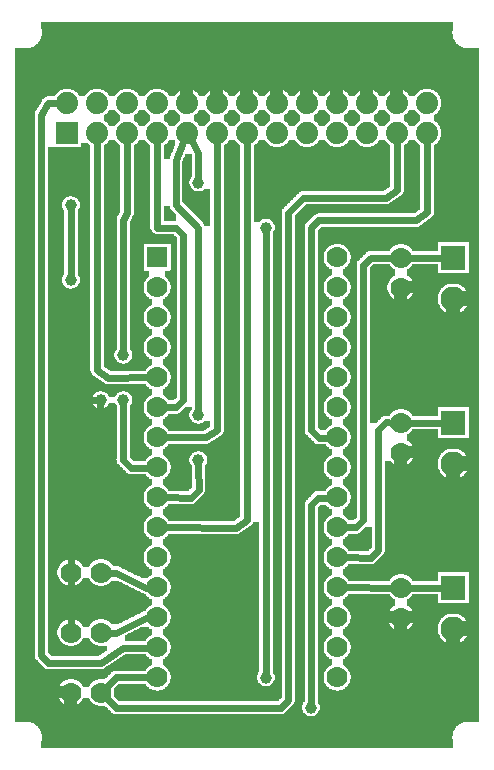
<source format=gtl>
G04 MADE WITH FRITZING*
G04 WWW.FRITZING.ORG*
G04 DOUBLE SIDED*
G04 HOLES PLATED*
G04 CONTOUR ON CENTER OF CONTOUR VECTOR*
%ASAXBY*%
%FSLAX23Y23*%
%MOIN*%
%OFA0B0*%
%SFA1.0B1.0*%
%ADD10C,0.075000*%
%ADD11C,0.039370*%
%ADD12C,0.070000*%
%ADD13C,0.074000*%
%ADD14C,0.083307*%
%ADD15R,0.069972X0.070000*%
%ADD16R,0.074000X0.074000*%
%ADD17R,0.083307X0.083307*%
%ADD18C,0.024000*%
%LNCOPPER1*%
G90*
G70*
G54D10*
X721Y948D03*
X207Y1981D03*
X122Y2290D03*
X911Y1960D03*
G54D11*
X875Y1775D03*
X875Y275D03*
X1025Y175D03*
X650Y1000D03*
X650Y1150D03*
X400Y1350D03*
X400Y1200D03*
X650Y1925D03*
X225Y1850D03*
X225Y1600D03*
X325Y1200D03*
G54D12*
X513Y1676D03*
X513Y1576D03*
X513Y1476D03*
X513Y1376D03*
X513Y1276D03*
X513Y1176D03*
X513Y1076D03*
X513Y976D03*
X513Y876D03*
X513Y776D03*
X513Y676D03*
X513Y576D03*
X513Y476D03*
X513Y376D03*
X513Y276D03*
X1113Y1676D03*
X1113Y1576D03*
X1113Y1476D03*
X1113Y1376D03*
X1113Y1276D03*
X1113Y1176D03*
X1113Y1076D03*
X1113Y976D03*
X1113Y876D03*
X1113Y776D03*
X1113Y676D03*
X1113Y576D03*
X1113Y476D03*
X1113Y376D03*
X1113Y276D03*
G54D13*
X213Y2190D03*
X313Y2190D03*
X413Y2190D03*
X513Y2190D03*
X613Y2190D03*
X713Y2190D03*
X813Y2190D03*
X913Y2190D03*
X1013Y2190D03*
X1113Y2190D03*
X1213Y2190D03*
X1313Y2190D03*
X1413Y2190D03*
X213Y2090D03*
X313Y2090D03*
X413Y2090D03*
X513Y2090D03*
X613Y2090D03*
X713Y2090D03*
X813Y2090D03*
X913Y2090D03*
X1013Y2090D03*
X1113Y2090D03*
X1213Y2090D03*
X1313Y2090D03*
X1413Y2090D03*
G54D12*
X1325Y575D03*
X1325Y475D03*
X1325Y1125D03*
X1325Y1025D03*
X1325Y1675D03*
X1325Y1575D03*
X225Y425D03*
X325Y425D03*
X225Y625D03*
X325Y625D03*
X225Y225D03*
X325Y225D03*
G54D14*
X1500Y1675D03*
X1500Y1537D03*
X1500Y1125D03*
X1500Y987D03*
X1500Y575D03*
X1500Y437D03*
G54D15*
X512Y1676D03*
G54D16*
X213Y2090D03*
G54D17*
X1500Y1675D03*
X1500Y1125D03*
X1500Y575D03*
G54D18*
X875Y294D02*
X875Y1756D01*
D02*
X1026Y849D02*
X1025Y194D01*
D02*
X1049Y875D02*
X1026Y849D01*
D02*
X1083Y875D02*
X1049Y875D01*
D02*
X1351Y1125D02*
X1467Y1125D01*
D02*
X1351Y575D02*
X1467Y575D01*
D02*
X1351Y1675D02*
X1467Y1675D01*
D02*
X476Y575D02*
X483Y575D01*
D02*
X375Y625D02*
X476Y575D01*
D02*
X375Y276D02*
X483Y276D01*
D02*
X351Y625D02*
X375Y625D01*
D02*
X344Y244D02*
X375Y276D01*
D02*
X1275Y1875D02*
X1313Y1900D01*
D02*
X1313Y1900D02*
X1313Y2059D01*
D02*
X1000Y1875D02*
X1275Y1875D01*
D02*
X950Y200D02*
X950Y1824D01*
D02*
X950Y1824D02*
X1000Y1875D01*
D02*
X925Y175D02*
X950Y200D01*
D02*
X375Y175D02*
X925Y175D01*
D02*
X344Y207D02*
X375Y175D01*
D02*
X1199Y1650D02*
X1200Y1151D01*
D02*
X1224Y1675D02*
X1199Y1650D01*
D02*
X1200Y1151D02*
X1200Y799D01*
D02*
X1200Y799D02*
X1175Y776D01*
D02*
X1175Y776D02*
X1142Y776D01*
D02*
X1299Y1675D02*
X1224Y1675D01*
D02*
X1250Y1101D02*
X1250Y701D01*
D02*
X1276Y1126D02*
X1250Y1101D01*
D02*
X1250Y701D02*
X1225Y675D01*
D02*
X1225Y675D02*
X1142Y676D01*
D02*
X1299Y1125D02*
X1276Y1126D01*
D02*
X1299Y575D02*
X1142Y576D01*
D02*
X1026Y1774D02*
X1050Y1799D01*
D02*
X1026Y1100D02*
X1026Y1774D01*
D02*
X1051Y1074D02*
X1026Y1100D01*
D02*
X1050Y1799D02*
X1375Y1799D01*
D02*
X1375Y1799D02*
X1413Y1826D01*
D02*
X1413Y1826D02*
X1413Y2059D01*
D02*
X349Y1275D02*
X483Y1276D01*
D02*
X313Y1300D02*
X349Y1275D01*
D02*
X313Y2059D02*
X313Y1300D01*
D02*
X1083Y1075D02*
X1051Y1074D01*
D02*
X600Y1200D02*
X600Y1751D01*
D02*
X600Y1751D02*
X575Y1775D01*
D02*
X575Y1775D02*
X513Y1775D01*
D02*
X513Y1775D02*
X513Y2059D01*
D02*
X542Y1176D02*
X575Y1176D01*
D02*
X575Y1176D02*
X600Y1200D01*
D02*
X674Y1076D02*
X713Y1100D01*
D02*
X542Y1076D02*
X674Y1076D01*
D02*
X713Y1100D02*
X713Y2059D01*
D02*
X813Y800D02*
X813Y2059D01*
D02*
X775Y775D02*
X813Y800D01*
D02*
X542Y776D02*
X775Y775D01*
D02*
X125Y2150D02*
X125Y351D01*
D02*
X150Y2190D02*
X125Y2150D01*
D02*
X125Y351D02*
X150Y324D01*
D02*
X476Y475D02*
X483Y475D01*
D02*
X375Y425D02*
X476Y475D01*
D02*
X351Y425D02*
X375Y425D01*
D02*
X399Y1000D02*
X425Y974D01*
D02*
X425Y974D02*
X483Y975D01*
D02*
X400Y1181D02*
X399Y1000D01*
D02*
X575Y1850D02*
X575Y2000D01*
D02*
X650Y1775D02*
X575Y1850D01*
D02*
X575Y2000D02*
X600Y2061D01*
D02*
X650Y1169D02*
X650Y1775D01*
D02*
X651Y900D02*
X624Y875D01*
D02*
X624Y875D02*
X542Y876D01*
D02*
X650Y981D02*
X651Y900D01*
D02*
X399Y375D02*
X483Y375D01*
D02*
X150Y324D02*
X324Y325D01*
D02*
X324Y325D02*
X399Y375D01*
D02*
X181Y2190D02*
X150Y2190D01*
D02*
X225Y1831D02*
X225Y1619D01*
D02*
X650Y2025D02*
X628Y2063D01*
D02*
X650Y1944D02*
X650Y2025D01*
D02*
X399Y1800D02*
X412Y1824D01*
D02*
X413Y1824D02*
X413Y2059D01*
D02*
X400Y1369D02*
X399Y1800D01*
D02*
X225Y1176D02*
X250Y1199D01*
D02*
X250Y1199D02*
X306Y1200D01*
D02*
X225Y651D02*
X225Y1176D01*
D02*
X225Y451D02*
X225Y599D01*
G36*
X352Y2166D02*
X352Y2164D01*
X350Y2164D01*
X350Y2160D01*
X348Y2160D01*
X348Y2158D01*
X346Y2158D01*
X346Y2156D01*
X344Y2156D01*
X344Y2154D01*
X342Y2154D01*
X342Y2152D01*
X338Y2152D01*
X338Y2150D01*
X334Y2150D01*
X334Y2130D01*
X338Y2130D01*
X338Y2128D01*
X342Y2128D01*
X342Y2126D01*
X344Y2126D01*
X344Y2124D01*
X346Y2124D01*
X346Y2122D01*
X348Y2122D01*
X348Y2120D01*
X350Y2120D01*
X350Y2116D01*
X352Y2116D01*
X352Y2114D01*
X372Y2114D01*
X372Y2116D01*
X374Y2116D01*
X374Y2118D01*
X376Y2118D01*
X376Y2120D01*
X378Y2120D01*
X378Y2122D01*
X380Y2122D01*
X380Y2124D01*
X382Y2124D01*
X382Y2126D01*
X384Y2126D01*
X384Y2128D01*
X386Y2128D01*
X386Y2130D01*
X390Y2130D01*
X390Y2150D01*
X386Y2150D01*
X386Y2152D01*
X384Y2152D01*
X384Y2154D01*
X382Y2154D01*
X382Y2156D01*
X380Y2156D01*
X380Y2158D01*
X378Y2158D01*
X378Y2160D01*
X376Y2160D01*
X376Y2162D01*
X374Y2162D01*
X374Y2164D01*
X372Y2164D01*
X372Y2166D01*
X352Y2166D01*
G37*
D02*
G36*
X452Y2166D02*
X452Y2164D01*
X450Y2164D01*
X450Y2160D01*
X448Y2160D01*
X448Y2158D01*
X446Y2158D01*
X446Y2156D01*
X444Y2156D01*
X444Y2154D01*
X442Y2154D01*
X442Y2152D01*
X438Y2152D01*
X438Y2150D01*
X434Y2150D01*
X434Y2130D01*
X438Y2130D01*
X438Y2128D01*
X442Y2128D01*
X442Y2126D01*
X444Y2126D01*
X444Y2124D01*
X446Y2124D01*
X446Y2122D01*
X448Y2122D01*
X448Y2120D01*
X450Y2120D01*
X450Y2116D01*
X452Y2116D01*
X452Y2114D01*
X472Y2114D01*
X472Y2116D01*
X474Y2116D01*
X474Y2118D01*
X476Y2118D01*
X476Y2120D01*
X478Y2120D01*
X478Y2122D01*
X480Y2122D01*
X480Y2124D01*
X482Y2124D01*
X482Y2126D01*
X484Y2126D01*
X484Y2128D01*
X486Y2128D01*
X486Y2130D01*
X490Y2130D01*
X490Y2150D01*
X486Y2150D01*
X486Y2152D01*
X484Y2152D01*
X484Y2154D01*
X482Y2154D01*
X482Y2156D01*
X480Y2156D01*
X480Y2158D01*
X478Y2158D01*
X478Y2160D01*
X476Y2160D01*
X476Y2162D01*
X474Y2162D01*
X474Y2164D01*
X472Y2164D01*
X472Y2166D01*
X452Y2166D01*
G37*
D02*
G36*
X552Y2166D02*
X552Y2164D01*
X550Y2164D01*
X550Y2160D01*
X548Y2160D01*
X548Y2158D01*
X546Y2158D01*
X546Y2156D01*
X544Y2156D01*
X544Y2154D01*
X542Y2154D01*
X542Y2152D01*
X538Y2152D01*
X538Y2150D01*
X534Y2150D01*
X534Y2130D01*
X538Y2130D01*
X538Y2128D01*
X542Y2128D01*
X542Y2126D01*
X544Y2126D01*
X544Y2124D01*
X546Y2124D01*
X546Y2122D01*
X548Y2122D01*
X548Y2120D01*
X550Y2120D01*
X550Y2116D01*
X552Y2116D01*
X552Y2114D01*
X572Y2114D01*
X572Y2116D01*
X574Y2116D01*
X574Y2118D01*
X576Y2118D01*
X576Y2120D01*
X578Y2120D01*
X578Y2122D01*
X580Y2122D01*
X580Y2124D01*
X582Y2124D01*
X582Y2126D01*
X584Y2126D01*
X584Y2128D01*
X586Y2128D01*
X586Y2130D01*
X590Y2130D01*
X590Y2150D01*
X586Y2150D01*
X586Y2152D01*
X584Y2152D01*
X584Y2154D01*
X582Y2154D01*
X582Y2156D01*
X580Y2156D01*
X580Y2158D01*
X578Y2158D01*
X578Y2160D01*
X576Y2160D01*
X576Y2162D01*
X574Y2162D01*
X574Y2164D01*
X572Y2164D01*
X572Y2166D01*
X552Y2166D01*
G37*
D02*
G36*
X652Y2166D02*
X652Y2164D01*
X650Y2164D01*
X650Y2160D01*
X648Y2160D01*
X648Y2158D01*
X646Y2158D01*
X646Y2156D01*
X644Y2156D01*
X644Y2154D01*
X642Y2154D01*
X642Y2152D01*
X638Y2152D01*
X638Y2150D01*
X634Y2150D01*
X634Y2130D01*
X638Y2130D01*
X638Y2128D01*
X642Y2128D01*
X642Y2126D01*
X644Y2126D01*
X644Y2124D01*
X646Y2124D01*
X646Y2122D01*
X648Y2122D01*
X648Y2120D01*
X650Y2120D01*
X650Y2116D01*
X652Y2116D01*
X652Y2114D01*
X672Y2114D01*
X672Y2116D01*
X674Y2116D01*
X674Y2118D01*
X676Y2118D01*
X676Y2120D01*
X678Y2120D01*
X678Y2122D01*
X680Y2122D01*
X680Y2124D01*
X682Y2124D01*
X682Y2126D01*
X684Y2126D01*
X684Y2128D01*
X686Y2128D01*
X686Y2130D01*
X690Y2130D01*
X690Y2150D01*
X686Y2150D01*
X686Y2152D01*
X684Y2152D01*
X684Y2154D01*
X682Y2154D01*
X682Y2156D01*
X680Y2156D01*
X680Y2158D01*
X678Y2158D01*
X678Y2160D01*
X676Y2160D01*
X676Y2162D01*
X674Y2162D01*
X674Y2164D01*
X672Y2164D01*
X672Y2166D01*
X652Y2166D01*
G37*
D02*
G36*
X752Y2166D02*
X752Y2164D01*
X750Y2164D01*
X750Y2160D01*
X748Y2160D01*
X748Y2158D01*
X746Y2158D01*
X746Y2156D01*
X744Y2156D01*
X744Y2154D01*
X742Y2154D01*
X742Y2152D01*
X738Y2152D01*
X738Y2150D01*
X734Y2150D01*
X734Y2130D01*
X738Y2130D01*
X738Y2128D01*
X742Y2128D01*
X742Y2126D01*
X744Y2126D01*
X744Y2124D01*
X746Y2124D01*
X746Y2122D01*
X748Y2122D01*
X748Y2120D01*
X750Y2120D01*
X750Y2116D01*
X752Y2116D01*
X752Y2114D01*
X772Y2114D01*
X772Y2116D01*
X774Y2116D01*
X774Y2118D01*
X776Y2118D01*
X776Y2120D01*
X778Y2120D01*
X778Y2122D01*
X780Y2122D01*
X780Y2124D01*
X782Y2124D01*
X782Y2126D01*
X784Y2126D01*
X784Y2128D01*
X786Y2128D01*
X786Y2130D01*
X790Y2130D01*
X790Y2150D01*
X786Y2150D01*
X786Y2152D01*
X784Y2152D01*
X784Y2154D01*
X782Y2154D01*
X782Y2156D01*
X780Y2156D01*
X780Y2158D01*
X778Y2158D01*
X778Y2160D01*
X776Y2160D01*
X776Y2162D01*
X774Y2162D01*
X774Y2164D01*
X772Y2164D01*
X772Y2166D01*
X752Y2166D01*
G37*
D02*
G36*
X852Y2166D02*
X852Y2164D01*
X850Y2164D01*
X850Y2160D01*
X848Y2160D01*
X848Y2158D01*
X846Y2158D01*
X846Y2156D01*
X844Y2156D01*
X844Y2154D01*
X842Y2154D01*
X842Y2152D01*
X838Y2152D01*
X838Y2150D01*
X834Y2150D01*
X834Y2130D01*
X838Y2130D01*
X838Y2128D01*
X842Y2128D01*
X842Y2126D01*
X844Y2126D01*
X844Y2124D01*
X846Y2124D01*
X846Y2122D01*
X848Y2122D01*
X848Y2120D01*
X850Y2120D01*
X850Y2116D01*
X852Y2116D01*
X852Y2114D01*
X872Y2114D01*
X872Y2116D01*
X874Y2116D01*
X874Y2118D01*
X876Y2118D01*
X876Y2120D01*
X878Y2120D01*
X878Y2122D01*
X880Y2122D01*
X880Y2124D01*
X882Y2124D01*
X882Y2126D01*
X884Y2126D01*
X884Y2128D01*
X886Y2128D01*
X886Y2130D01*
X890Y2130D01*
X890Y2150D01*
X886Y2150D01*
X886Y2152D01*
X884Y2152D01*
X884Y2154D01*
X882Y2154D01*
X882Y2156D01*
X880Y2156D01*
X880Y2158D01*
X878Y2158D01*
X878Y2160D01*
X876Y2160D01*
X876Y2162D01*
X874Y2162D01*
X874Y2164D01*
X872Y2164D01*
X872Y2166D01*
X852Y2166D01*
G37*
D02*
G36*
X952Y2166D02*
X952Y2164D01*
X950Y2164D01*
X950Y2160D01*
X948Y2160D01*
X948Y2158D01*
X946Y2158D01*
X946Y2156D01*
X944Y2156D01*
X944Y2154D01*
X942Y2154D01*
X942Y2152D01*
X938Y2152D01*
X938Y2150D01*
X934Y2150D01*
X934Y2130D01*
X938Y2130D01*
X938Y2128D01*
X942Y2128D01*
X942Y2126D01*
X944Y2126D01*
X944Y2124D01*
X946Y2124D01*
X946Y2122D01*
X948Y2122D01*
X948Y2120D01*
X950Y2120D01*
X950Y2116D01*
X952Y2116D01*
X952Y2114D01*
X972Y2114D01*
X972Y2116D01*
X974Y2116D01*
X974Y2118D01*
X976Y2118D01*
X976Y2120D01*
X978Y2120D01*
X978Y2122D01*
X980Y2122D01*
X980Y2124D01*
X982Y2124D01*
X982Y2126D01*
X984Y2126D01*
X984Y2128D01*
X986Y2128D01*
X986Y2130D01*
X990Y2130D01*
X990Y2150D01*
X986Y2150D01*
X986Y2152D01*
X984Y2152D01*
X984Y2154D01*
X982Y2154D01*
X982Y2156D01*
X980Y2156D01*
X980Y2158D01*
X978Y2158D01*
X978Y2160D01*
X976Y2160D01*
X976Y2162D01*
X974Y2162D01*
X974Y2164D01*
X972Y2164D01*
X972Y2166D01*
X952Y2166D01*
G37*
D02*
G36*
X1052Y2166D02*
X1052Y2164D01*
X1050Y2164D01*
X1050Y2160D01*
X1048Y2160D01*
X1048Y2158D01*
X1046Y2158D01*
X1046Y2156D01*
X1044Y2156D01*
X1044Y2154D01*
X1042Y2154D01*
X1042Y2152D01*
X1038Y2152D01*
X1038Y2150D01*
X1034Y2150D01*
X1034Y2130D01*
X1038Y2130D01*
X1038Y2128D01*
X1042Y2128D01*
X1042Y2126D01*
X1044Y2126D01*
X1044Y2124D01*
X1046Y2124D01*
X1046Y2122D01*
X1048Y2122D01*
X1048Y2120D01*
X1050Y2120D01*
X1050Y2116D01*
X1052Y2116D01*
X1052Y2114D01*
X1072Y2114D01*
X1072Y2116D01*
X1074Y2116D01*
X1074Y2118D01*
X1076Y2118D01*
X1076Y2120D01*
X1078Y2120D01*
X1078Y2122D01*
X1080Y2122D01*
X1080Y2124D01*
X1082Y2124D01*
X1082Y2126D01*
X1084Y2126D01*
X1084Y2128D01*
X1086Y2128D01*
X1086Y2130D01*
X1090Y2130D01*
X1090Y2150D01*
X1086Y2150D01*
X1086Y2152D01*
X1084Y2152D01*
X1084Y2154D01*
X1082Y2154D01*
X1082Y2156D01*
X1080Y2156D01*
X1080Y2158D01*
X1078Y2158D01*
X1078Y2160D01*
X1076Y2160D01*
X1076Y2162D01*
X1074Y2162D01*
X1074Y2164D01*
X1072Y2164D01*
X1072Y2166D01*
X1052Y2166D01*
G37*
D02*
G36*
X1152Y2166D02*
X1152Y2164D01*
X1150Y2164D01*
X1150Y2160D01*
X1148Y2160D01*
X1148Y2158D01*
X1146Y2158D01*
X1146Y2156D01*
X1144Y2156D01*
X1144Y2154D01*
X1142Y2154D01*
X1142Y2152D01*
X1138Y2152D01*
X1138Y2150D01*
X1134Y2150D01*
X1134Y2130D01*
X1138Y2130D01*
X1138Y2128D01*
X1142Y2128D01*
X1142Y2126D01*
X1144Y2126D01*
X1144Y2124D01*
X1146Y2124D01*
X1146Y2122D01*
X1148Y2122D01*
X1148Y2120D01*
X1150Y2120D01*
X1150Y2116D01*
X1152Y2116D01*
X1152Y2114D01*
X1172Y2114D01*
X1172Y2116D01*
X1174Y2116D01*
X1174Y2118D01*
X1176Y2118D01*
X1176Y2120D01*
X1178Y2120D01*
X1178Y2122D01*
X1180Y2122D01*
X1180Y2124D01*
X1182Y2124D01*
X1182Y2126D01*
X1184Y2126D01*
X1184Y2128D01*
X1186Y2128D01*
X1186Y2130D01*
X1190Y2130D01*
X1190Y2150D01*
X1186Y2150D01*
X1186Y2152D01*
X1184Y2152D01*
X1184Y2154D01*
X1182Y2154D01*
X1182Y2156D01*
X1180Y2156D01*
X1180Y2158D01*
X1178Y2158D01*
X1178Y2160D01*
X1176Y2160D01*
X1176Y2162D01*
X1174Y2162D01*
X1174Y2164D01*
X1172Y2164D01*
X1172Y2166D01*
X1152Y2166D01*
G37*
D02*
G36*
X1252Y2166D02*
X1252Y2164D01*
X1250Y2164D01*
X1250Y2160D01*
X1248Y2160D01*
X1248Y2158D01*
X1246Y2158D01*
X1246Y2156D01*
X1244Y2156D01*
X1244Y2154D01*
X1242Y2154D01*
X1242Y2152D01*
X1238Y2152D01*
X1238Y2150D01*
X1234Y2150D01*
X1234Y2130D01*
X1238Y2130D01*
X1238Y2128D01*
X1242Y2128D01*
X1242Y2126D01*
X1244Y2126D01*
X1244Y2124D01*
X1246Y2124D01*
X1246Y2122D01*
X1248Y2122D01*
X1248Y2120D01*
X1250Y2120D01*
X1250Y2116D01*
X1252Y2116D01*
X1252Y2114D01*
X1272Y2114D01*
X1272Y2116D01*
X1274Y2116D01*
X1274Y2118D01*
X1276Y2118D01*
X1276Y2120D01*
X1278Y2120D01*
X1278Y2122D01*
X1280Y2122D01*
X1280Y2124D01*
X1282Y2124D01*
X1282Y2126D01*
X1284Y2126D01*
X1284Y2128D01*
X1286Y2128D01*
X1286Y2130D01*
X1290Y2130D01*
X1290Y2150D01*
X1286Y2150D01*
X1286Y2152D01*
X1284Y2152D01*
X1284Y2154D01*
X1282Y2154D01*
X1282Y2156D01*
X1280Y2156D01*
X1280Y2158D01*
X1278Y2158D01*
X1278Y2160D01*
X1276Y2160D01*
X1276Y2162D01*
X1274Y2162D01*
X1274Y2164D01*
X1272Y2164D01*
X1272Y2166D01*
X1252Y2166D01*
G37*
D02*
G36*
X1352Y2166D02*
X1352Y2164D01*
X1350Y2164D01*
X1350Y2160D01*
X1348Y2160D01*
X1348Y2158D01*
X1346Y2158D01*
X1346Y2156D01*
X1344Y2156D01*
X1344Y2154D01*
X1342Y2154D01*
X1342Y2152D01*
X1338Y2152D01*
X1338Y2150D01*
X1334Y2150D01*
X1334Y2130D01*
X1338Y2130D01*
X1338Y2128D01*
X1342Y2128D01*
X1342Y2126D01*
X1344Y2126D01*
X1344Y2124D01*
X1346Y2124D01*
X1346Y2122D01*
X1348Y2122D01*
X1348Y2120D01*
X1350Y2120D01*
X1350Y2116D01*
X1352Y2116D01*
X1352Y2114D01*
X1372Y2114D01*
X1372Y2116D01*
X1374Y2116D01*
X1374Y2118D01*
X1376Y2118D01*
X1376Y2120D01*
X1378Y2120D01*
X1378Y2122D01*
X1380Y2122D01*
X1380Y2124D01*
X1382Y2124D01*
X1382Y2126D01*
X1384Y2126D01*
X1384Y2128D01*
X1386Y2128D01*
X1386Y2130D01*
X1390Y2130D01*
X1390Y2150D01*
X1386Y2150D01*
X1386Y2152D01*
X1384Y2152D01*
X1384Y2154D01*
X1382Y2154D01*
X1382Y2156D01*
X1380Y2156D01*
X1380Y2158D01*
X1378Y2158D01*
X1378Y2160D01*
X1376Y2160D01*
X1376Y2162D01*
X1374Y2162D01*
X1374Y2164D01*
X1372Y2164D01*
X1372Y2166D01*
X1352Y2166D01*
G37*
D02*
G36*
X352Y2066D02*
X352Y2064D01*
X350Y2064D01*
X350Y2060D01*
X348Y2060D01*
X348Y2058D01*
X346Y2058D01*
X346Y2056D01*
X344Y2056D01*
X344Y2054D01*
X342Y2054D01*
X342Y2052D01*
X338Y2052D01*
X338Y2050D01*
X334Y2050D01*
X334Y1320D01*
X394Y1320D01*
X394Y1322D01*
X388Y1322D01*
X388Y1324D01*
X384Y1324D01*
X384Y1326D01*
X382Y1326D01*
X382Y1328D01*
X380Y1328D01*
X380Y1330D01*
X378Y1330D01*
X378Y1332D01*
X376Y1332D01*
X376Y1334D01*
X374Y1334D01*
X374Y1338D01*
X372Y1338D01*
X372Y1344D01*
X370Y1344D01*
X370Y1356D01*
X372Y1356D01*
X372Y1362D01*
X374Y1362D01*
X374Y1366D01*
X376Y1366D01*
X376Y1368D01*
X378Y1368D01*
X378Y1808D01*
X380Y1808D01*
X380Y1812D01*
X382Y1812D01*
X382Y1816D01*
X384Y1816D01*
X384Y1820D01*
X386Y1820D01*
X386Y1824D01*
X388Y1824D01*
X388Y1828D01*
X390Y1828D01*
X390Y2050D01*
X386Y2050D01*
X386Y2052D01*
X384Y2052D01*
X384Y2054D01*
X382Y2054D01*
X382Y2056D01*
X380Y2056D01*
X380Y2058D01*
X378Y2058D01*
X378Y2060D01*
X376Y2060D01*
X376Y2062D01*
X374Y2062D01*
X374Y2064D01*
X372Y2064D01*
X372Y2066D01*
X352Y2066D01*
G37*
D02*
G36*
X452Y2066D02*
X452Y2064D01*
X450Y2064D01*
X450Y2060D01*
X448Y2060D01*
X448Y2058D01*
X446Y2058D01*
X446Y2056D01*
X444Y2056D01*
X444Y2054D01*
X442Y2054D01*
X442Y2052D01*
X438Y2052D01*
X438Y2050D01*
X434Y2050D01*
X434Y1816D01*
X432Y1816D01*
X432Y1812D01*
X430Y1812D01*
X430Y1808D01*
X428Y1808D01*
X428Y1804D01*
X426Y1804D01*
X426Y1800D01*
X424Y1800D01*
X424Y1798D01*
X422Y1798D01*
X422Y1720D01*
X558Y1720D01*
X558Y1632D01*
X556Y1632D01*
X556Y1630D01*
X540Y1630D01*
X540Y1610D01*
X542Y1610D01*
X542Y1608D01*
X544Y1608D01*
X544Y1606D01*
X546Y1606D01*
X546Y1604D01*
X548Y1604D01*
X548Y1602D01*
X550Y1602D01*
X550Y1598D01*
X552Y1598D01*
X552Y1594D01*
X554Y1594D01*
X554Y1590D01*
X556Y1590D01*
X556Y1582D01*
X558Y1582D01*
X558Y1570D01*
X556Y1570D01*
X556Y1562D01*
X554Y1562D01*
X554Y1556D01*
X552Y1556D01*
X552Y1552D01*
X550Y1552D01*
X550Y1550D01*
X548Y1550D01*
X548Y1548D01*
X546Y1548D01*
X546Y1544D01*
X544Y1544D01*
X544Y1542D01*
X540Y1542D01*
X540Y1540D01*
X538Y1540D01*
X538Y1538D01*
X536Y1538D01*
X536Y1536D01*
X532Y1536D01*
X532Y1516D01*
X534Y1516D01*
X534Y1514D01*
X538Y1514D01*
X538Y1512D01*
X540Y1512D01*
X540Y1510D01*
X542Y1510D01*
X542Y1508D01*
X544Y1508D01*
X544Y1506D01*
X546Y1506D01*
X546Y1504D01*
X548Y1504D01*
X548Y1502D01*
X550Y1502D01*
X550Y1498D01*
X552Y1498D01*
X552Y1494D01*
X554Y1494D01*
X554Y1490D01*
X556Y1490D01*
X556Y1482D01*
X558Y1482D01*
X558Y1470D01*
X556Y1470D01*
X556Y1462D01*
X554Y1462D01*
X554Y1456D01*
X552Y1456D01*
X552Y1452D01*
X550Y1452D01*
X550Y1450D01*
X548Y1450D01*
X548Y1448D01*
X546Y1448D01*
X546Y1444D01*
X544Y1444D01*
X544Y1442D01*
X540Y1442D01*
X540Y1440D01*
X538Y1440D01*
X538Y1438D01*
X536Y1438D01*
X536Y1436D01*
X532Y1436D01*
X532Y1416D01*
X534Y1416D01*
X534Y1414D01*
X538Y1414D01*
X538Y1412D01*
X540Y1412D01*
X540Y1410D01*
X542Y1410D01*
X542Y1408D01*
X544Y1408D01*
X544Y1406D01*
X546Y1406D01*
X546Y1404D01*
X548Y1404D01*
X548Y1402D01*
X550Y1402D01*
X550Y1398D01*
X552Y1398D01*
X552Y1394D01*
X554Y1394D01*
X554Y1390D01*
X556Y1390D01*
X556Y1382D01*
X558Y1382D01*
X558Y1370D01*
X556Y1370D01*
X556Y1362D01*
X554Y1362D01*
X554Y1356D01*
X552Y1356D01*
X552Y1352D01*
X550Y1352D01*
X550Y1350D01*
X548Y1350D01*
X548Y1348D01*
X546Y1348D01*
X546Y1344D01*
X544Y1344D01*
X544Y1342D01*
X540Y1342D01*
X540Y1340D01*
X538Y1340D01*
X538Y1338D01*
X536Y1338D01*
X536Y1336D01*
X532Y1336D01*
X532Y1316D01*
X534Y1316D01*
X534Y1314D01*
X538Y1314D01*
X538Y1312D01*
X540Y1312D01*
X540Y1310D01*
X542Y1310D01*
X542Y1308D01*
X544Y1308D01*
X544Y1306D01*
X546Y1306D01*
X546Y1304D01*
X548Y1304D01*
X548Y1302D01*
X550Y1302D01*
X550Y1298D01*
X552Y1298D01*
X552Y1294D01*
X554Y1294D01*
X554Y1290D01*
X556Y1290D01*
X556Y1282D01*
X558Y1282D01*
X558Y1270D01*
X556Y1270D01*
X556Y1262D01*
X554Y1262D01*
X554Y1256D01*
X552Y1256D01*
X552Y1252D01*
X550Y1252D01*
X550Y1250D01*
X548Y1250D01*
X548Y1248D01*
X546Y1248D01*
X546Y1244D01*
X544Y1244D01*
X544Y1242D01*
X540Y1242D01*
X540Y1240D01*
X538Y1240D01*
X538Y1238D01*
X536Y1238D01*
X536Y1236D01*
X532Y1236D01*
X532Y1216D01*
X534Y1216D01*
X534Y1214D01*
X538Y1214D01*
X538Y1212D01*
X540Y1212D01*
X540Y1210D01*
X542Y1210D01*
X542Y1208D01*
X544Y1208D01*
X544Y1206D01*
X546Y1206D01*
X546Y1204D01*
X548Y1204D01*
X548Y1202D01*
X550Y1202D01*
X550Y1200D01*
X570Y1200D01*
X570Y1202D01*
X572Y1202D01*
X572Y1204D01*
X574Y1204D01*
X574Y1206D01*
X576Y1206D01*
X576Y1208D01*
X578Y1208D01*
X578Y1742D01*
X576Y1742D01*
X576Y1744D01*
X574Y1744D01*
X574Y1746D01*
X572Y1746D01*
X572Y1748D01*
X570Y1748D01*
X570Y1750D01*
X568Y1750D01*
X568Y1752D01*
X566Y1752D01*
X566Y1754D01*
X504Y1754D01*
X504Y1756D01*
X500Y1756D01*
X500Y1758D01*
X498Y1758D01*
X498Y1760D01*
X496Y1760D01*
X496Y1762D01*
X494Y1762D01*
X494Y1766D01*
X492Y1766D01*
X492Y1770D01*
X490Y1770D01*
X490Y2050D01*
X486Y2050D01*
X486Y2052D01*
X484Y2052D01*
X484Y2054D01*
X482Y2054D01*
X482Y2056D01*
X480Y2056D01*
X480Y2058D01*
X478Y2058D01*
X478Y2060D01*
X476Y2060D01*
X476Y2062D01*
X474Y2062D01*
X474Y2064D01*
X472Y2064D01*
X472Y2066D01*
X452Y2066D01*
G37*
D02*
G36*
X422Y1720D02*
X422Y1368D01*
X424Y1368D01*
X424Y1366D01*
X426Y1366D01*
X426Y1362D01*
X428Y1362D01*
X428Y1356D01*
X430Y1356D01*
X430Y1344D01*
X428Y1344D01*
X428Y1338D01*
X426Y1338D01*
X426Y1334D01*
X424Y1334D01*
X424Y1332D01*
X422Y1332D01*
X422Y1330D01*
X420Y1330D01*
X420Y1328D01*
X418Y1328D01*
X418Y1326D01*
X416Y1326D01*
X416Y1324D01*
X412Y1324D01*
X412Y1322D01*
X406Y1322D01*
X406Y1320D01*
X494Y1320D01*
X494Y1336D01*
X490Y1336D01*
X490Y1338D01*
X486Y1338D01*
X486Y1340D01*
X484Y1340D01*
X484Y1342D01*
X482Y1342D01*
X482Y1344D01*
X480Y1344D01*
X480Y1346D01*
X478Y1346D01*
X478Y1348D01*
X476Y1348D01*
X476Y1352D01*
X474Y1352D01*
X474Y1354D01*
X472Y1354D01*
X472Y1358D01*
X470Y1358D01*
X470Y1364D01*
X468Y1364D01*
X468Y1386D01*
X470Y1386D01*
X470Y1392D01*
X472Y1392D01*
X472Y1396D01*
X474Y1396D01*
X474Y1400D01*
X476Y1400D01*
X476Y1402D01*
X478Y1402D01*
X478Y1406D01*
X480Y1406D01*
X480Y1408D01*
X482Y1408D01*
X482Y1410D01*
X484Y1410D01*
X484Y1412D01*
X488Y1412D01*
X488Y1414D01*
X492Y1414D01*
X492Y1416D01*
X494Y1416D01*
X494Y1436D01*
X490Y1436D01*
X490Y1438D01*
X486Y1438D01*
X486Y1440D01*
X484Y1440D01*
X484Y1442D01*
X482Y1442D01*
X482Y1444D01*
X480Y1444D01*
X480Y1446D01*
X478Y1446D01*
X478Y1448D01*
X476Y1448D01*
X476Y1452D01*
X474Y1452D01*
X474Y1454D01*
X472Y1454D01*
X472Y1458D01*
X470Y1458D01*
X470Y1464D01*
X468Y1464D01*
X468Y1486D01*
X470Y1486D01*
X470Y1492D01*
X472Y1492D01*
X472Y1496D01*
X474Y1496D01*
X474Y1500D01*
X476Y1500D01*
X476Y1502D01*
X478Y1502D01*
X478Y1506D01*
X480Y1506D01*
X480Y1508D01*
X482Y1508D01*
X482Y1510D01*
X484Y1510D01*
X484Y1512D01*
X488Y1512D01*
X488Y1514D01*
X492Y1514D01*
X492Y1516D01*
X494Y1516D01*
X494Y1536D01*
X490Y1536D01*
X490Y1538D01*
X486Y1538D01*
X486Y1540D01*
X484Y1540D01*
X484Y1542D01*
X482Y1542D01*
X482Y1544D01*
X480Y1544D01*
X480Y1546D01*
X478Y1546D01*
X478Y1548D01*
X476Y1548D01*
X476Y1552D01*
X474Y1552D01*
X474Y1554D01*
X472Y1554D01*
X472Y1558D01*
X470Y1558D01*
X470Y1564D01*
X468Y1564D01*
X468Y1586D01*
X470Y1586D01*
X470Y1592D01*
X472Y1592D01*
X472Y1596D01*
X474Y1596D01*
X474Y1600D01*
X476Y1600D01*
X476Y1602D01*
X478Y1602D01*
X478Y1606D01*
X480Y1606D01*
X480Y1608D01*
X482Y1608D01*
X482Y1610D01*
X484Y1610D01*
X484Y1630D01*
X468Y1630D01*
X468Y1720D01*
X422Y1720D01*
G37*
D02*
G36*
X334Y1320D02*
X334Y1318D01*
X494Y1318D01*
X494Y1320D01*
X334Y1320D01*
G37*
D02*
G36*
X334Y1320D02*
X334Y1318D01*
X494Y1318D01*
X494Y1320D01*
X334Y1320D01*
G37*
D02*
G36*
X334Y1318D02*
X334Y1312D01*
X336Y1312D01*
X336Y1310D01*
X338Y1310D01*
X338Y1308D01*
X342Y1308D01*
X342Y1306D01*
X344Y1306D01*
X344Y1304D01*
X348Y1304D01*
X348Y1302D01*
X350Y1302D01*
X350Y1300D01*
X354Y1300D01*
X354Y1298D01*
X474Y1298D01*
X474Y1300D01*
X476Y1300D01*
X476Y1302D01*
X478Y1302D01*
X478Y1306D01*
X480Y1306D01*
X480Y1308D01*
X482Y1308D01*
X482Y1310D01*
X484Y1310D01*
X484Y1312D01*
X488Y1312D01*
X488Y1314D01*
X492Y1314D01*
X492Y1316D01*
X494Y1316D01*
X494Y1318D01*
X334Y1318D01*
G37*
D02*
G36*
X552Y2066D02*
X552Y2064D01*
X550Y2064D01*
X550Y2060D01*
X548Y2060D01*
X548Y2058D01*
X546Y2058D01*
X546Y2056D01*
X544Y2056D01*
X544Y2054D01*
X542Y2054D01*
X542Y2052D01*
X538Y2052D01*
X538Y2050D01*
X534Y2050D01*
X534Y2002D01*
X554Y2002D01*
X554Y2010D01*
X556Y2010D01*
X556Y2014D01*
X558Y2014D01*
X558Y2020D01*
X560Y2020D01*
X560Y2024D01*
X562Y2024D01*
X562Y2028D01*
X564Y2028D01*
X564Y2034D01*
X566Y2034D01*
X566Y2038D01*
X568Y2038D01*
X568Y2044D01*
X570Y2044D01*
X570Y2048D01*
X572Y2048D01*
X572Y2066D01*
X552Y2066D01*
G37*
D02*
G36*
X752Y2066D02*
X752Y2064D01*
X750Y2064D01*
X750Y2060D01*
X748Y2060D01*
X748Y2058D01*
X746Y2058D01*
X746Y2056D01*
X744Y2056D01*
X744Y2054D01*
X742Y2054D01*
X742Y2052D01*
X738Y2052D01*
X738Y2050D01*
X734Y2050D01*
X734Y1092D01*
X732Y1092D01*
X732Y1088D01*
X730Y1088D01*
X730Y1086D01*
X728Y1086D01*
X728Y1084D01*
X726Y1084D01*
X726Y1082D01*
X724Y1082D01*
X724Y1080D01*
X720Y1080D01*
X720Y1078D01*
X718Y1078D01*
X718Y1076D01*
X714Y1076D01*
X714Y1074D01*
X712Y1074D01*
X712Y1072D01*
X708Y1072D01*
X708Y1070D01*
X706Y1070D01*
X706Y1068D01*
X702Y1068D01*
X702Y1066D01*
X698Y1066D01*
X698Y1064D01*
X696Y1064D01*
X696Y1062D01*
X692Y1062D01*
X692Y1060D01*
X690Y1060D01*
X690Y1058D01*
X686Y1058D01*
X686Y1056D01*
X682Y1056D01*
X682Y1054D01*
X552Y1054D01*
X552Y1052D01*
X550Y1052D01*
X550Y1050D01*
X548Y1050D01*
X548Y1048D01*
X546Y1048D01*
X546Y1044D01*
X544Y1044D01*
X544Y1042D01*
X540Y1042D01*
X540Y1040D01*
X538Y1040D01*
X538Y1038D01*
X536Y1038D01*
X536Y1036D01*
X532Y1036D01*
X532Y1030D01*
X656Y1030D01*
X656Y1028D01*
X662Y1028D01*
X662Y1026D01*
X666Y1026D01*
X666Y1024D01*
X668Y1024D01*
X668Y1022D01*
X670Y1022D01*
X670Y1020D01*
X672Y1020D01*
X672Y1018D01*
X674Y1018D01*
X674Y1016D01*
X676Y1016D01*
X676Y1012D01*
X678Y1012D01*
X678Y1006D01*
X680Y1006D01*
X680Y994D01*
X678Y994D01*
X678Y988D01*
X676Y988D01*
X676Y984D01*
X674Y984D01*
X674Y982D01*
X672Y982D01*
X672Y892D01*
X670Y892D01*
X670Y888D01*
X668Y888D01*
X668Y886D01*
X666Y886D01*
X666Y882D01*
X662Y882D01*
X662Y880D01*
X660Y880D01*
X660Y878D01*
X658Y878D01*
X658Y876D01*
X656Y876D01*
X656Y874D01*
X654Y874D01*
X654Y872D01*
X652Y872D01*
X652Y870D01*
X650Y870D01*
X650Y868D01*
X648Y868D01*
X648Y866D01*
X646Y866D01*
X646Y864D01*
X644Y864D01*
X644Y862D01*
X642Y862D01*
X642Y860D01*
X640Y860D01*
X640Y858D01*
X636Y858D01*
X636Y856D01*
X634Y856D01*
X634Y854D01*
X552Y854D01*
X552Y852D01*
X550Y852D01*
X550Y850D01*
X548Y850D01*
X548Y848D01*
X546Y848D01*
X546Y844D01*
X544Y844D01*
X544Y842D01*
X540Y842D01*
X540Y840D01*
X538Y840D01*
X538Y838D01*
X536Y838D01*
X536Y836D01*
X532Y836D01*
X532Y816D01*
X534Y816D01*
X534Y814D01*
X538Y814D01*
X538Y812D01*
X540Y812D01*
X540Y810D01*
X542Y810D01*
X542Y808D01*
X544Y808D01*
X544Y806D01*
X546Y806D01*
X546Y804D01*
X548Y804D01*
X548Y802D01*
X550Y802D01*
X550Y798D01*
X772Y798D01*
X772Y800D01*
X774Y800D01*
X774Y802D01*
X776Y802D01*
X776Y804D01*
X780Y804D01*
X780Y806D01*
X782Y806D01*
X782Y808D01*
X786Y808D01*
X786Y810D01*
X788Y810D01*
X788Y812D01*
X790Y812D01*
X790Y2050D01*
X786Y2050D01*
X786Y2052D01*
X784Y2052D01*
X784Y2054D01*
X782Y2054D01*
X782Y2056D01*
X780Y2056D01*
X780Y2058D01*
X778Y2058D01*
X778Y2060D01*
X776Y2060D01*
X776Y2062D01*
X774Y2062D01*
X774Y2064D01*
X772Y2064D01*
X772Y2066D01*
X752Y2066D01*
G37*
D02*
G36*
X532Y1030D02*
X532Y1016D01*
X534Y1016D01*
X534Y1014D01*
X538Y1014D01*
X538Y1012D01*
X540Y1012D01*
X540Y1010D01*
X542Y1010D01*
X542Y1008D01*
X544Y1008D01*
X544Y1006D01*
X546Y1006D01*
X546Y1004D01*
X548Y1004D01*
X548Y1002D01*
X550Y1002D01*
X550Y998D01*
X552Y998D01*
X552Y994D01*
X554Y994D01*
X554Y990D01*
X556Y990D01*
X556Y982D01*
X558Y982D01*
X558Y970D01*
X556Y970D01*
X556Y962D01*
X554Y962D01*
X554Y956D01*
X552Y956D01*
X552Y952D01*
X550Y952D01*
X550Y950D01*
X548Y950D01*
X548Y948D01*
X546Y948D01*
X546Y944D01*
X544Y944D01*
X544Y942D01*
X540Y942D01*
X540Y940D01*
X538Y940D01*
X538Y938D01*
X536Y938D01*
X536Y936D01*
X532Y936D01*
X532Y916D01*
X534Y916D01*
X534Y914D01*
X538Y914D01*
X538Y912D01*
X540Y912D01*
X540Y910D01*
X542Y910D01*
X542Y908D01*
X544Y908D01*
X544Y906D01*
X546Y906D01*
X546Y904D01*
X548Y904D01*
X548Y902D01*
X550Y902D01*
X550Y898D01*
X618Y898D01*
X618Y900D01*
X620Y900D01*
X620Y902D01*
X622Y902D01*
X622Y904D01*
X624Y904D01*
X624Y906D01*
X626Y906D01*
X626Y908D01*
X628Y908D01*
X628Y982D01*
X626Y982D01*
X626Y984D01*
X624Y984D01*
X624Y988D01*
X622Y988D01*
X622Y994D01*
X620Y994D01*
X620Y1006D01*
X622Y1006D01*
X622Y1012D01*
X624Y1012D01*
X624Y1016D01*
X626Y1016D01*
X626Y1018D01*
X628Y1018D01*
X628Y1020D01*
X630Y1020D01*
X630Y1022D01*
X632Y1022D01*
X632Y1024D01*
X634Y1024D01*
X634Y1026D01*
X638Y1026D01*
X638Y1028D01*
X644Y1028D01*
X644Y1030D01*
X532Y1030D01*
G37*
D02*
G36*
X260Y2058D02*
X260Y2044D01*
X258Y2044D01*
X258Y2042D01*
X148Y2042D01*
X148Y1880D01*
X230Y1880D01*
X230Y1878D01*
X238Y1878D01*
X238Y1876D01*
X240Y1876D01*
X240Y1874D01*
X244Y1874D01*
X244Y1872D01*
X246Y1872D01*
X246Y1870D01*
X248Y1870D01*
X248Y1868D01*
X250Y1868D01*
X250Y1864D01*
X252Y1864D01*
X252Y1860D01*
X254Y1860D01*
X254Y1840D01*
X252Y1840D01*
X252Y1836D01*
X250Y1836D01*
X250Y1832D01*
X248Y1832D01*
X248Y1618D01*
X250Y1618D01*
X250Y1614D01*
X252Y1614D01*
X252Y1610D01*
X254Y1610D01*
X254Y1590D01*
X252Y1590D01*
X252Y1586D01*
X250Y1586D01*
X250Y1582D01*
X248Y1582D01*
X248Y1580D01*
X246Y1580D01*
X246Y1578D01*
X244Y1578D01*
X244Y1576D01*
X240Y1576D01*
X240Y1574D01*
X238Y1574D01*
X238Y1572D01*
X230Y1572D01*
X230Y1570D01*
X290Y1570D01*
X290Y2050D01*
X286Y2050D01*
X286Y2052D01*
X284Y2052D01*
X284Y2054D01*
X282Y2054D01*
X282Y2056D01*
X280Y2056D01*
X280Y2058D01*
X260Y2058D01*
G37*
D02*
G36*
X148Y1880D02*
X148Y1570D01*
X220Y1570D01*
X220Y1572D01*
X212Y1572D01*
X212Y1574D01*
X210Y1574D01*
X210Y1576D01*
X206Y1576D01*
X206Y1578D01*
X204Y1578D01*
X204Y1580D01*
X202Y1580D01*
X202Y1582D01*
X200Y1582D01*
X200Y1586D01*
X198Y1586D01*
X198Y1590D01*
X196Y1590D01*
X196Y1610D01*
X198Y1610D01*
X198Y1614D01*
X200Y1614D01*
X200Y1618D01*
X202Y1618D01*
X202Y1832D01*
X200Y1832D01*
X200Y1836D01*
X198Y1836D01*
X198Y1840D01*
X196Y1840D01*
X196Y1860D01*
X198Y1860D01*
X198Y1864D01*
X200Y1864D01*
X200Y1868D01*
X202Y1868D01*
X202Y1870D01*
X204Y1870D01*
X204Y1872D01*
X206Y1872D01*
X206Y1874D01*
X210Y1874D01*
X210Y1876D01*
X212Y1876D01*
X212Y1878D01*
X220Y1878D01*
X220Y1880D01*
X148Y1880D01*
G37*
D02*
G36*
X148Y1570D02*
X148Y1568D01*
X290Y1568D01*
X290Y1570D01*
X148Y1570D01*
G37*
D02*
G36*
X148Y1570D02*
X148Y1568D01*
X290Y1568D01*
X290Y1570D01*
X148Y1570D01*
G37*
D02*
G36*
X148Y1568D02*
X148Y1230D01*
X406Y1230D01*
X406Y1228D01*
X412Y1228D01*
X412Y1226D01*
X416Y1226D01*
X416Y1224D01*
X418Y1224D01*
X418Y1222D01*
X420Y1222D01*
X420Y1220D01*
X422Y1220D01*
X422Y1218D01*
X424Y1218D01*
X424Y1216D01*
X426Y1216D01*
X426Y1212D01*
X428Y1212D01*
X428Y1206D01*
X430Y1206D01*
X430Y1194D01*
X428Y1194D01*
X428Y1188D01*
X426Y1188D01*
X426Y1184D01*
X424Y1184D01*
X424Y1182D01*
X422Y1182D01*
X422Y1008D01*
X424Y1008D01*
X424Y1006D01*
X426Y1006D01*
X426Y1004D01*
X428Y1004D01*
X428Y1002D01*
X430Y1002D01*
X430Y1000D01*
X432Y1000D01*
X432Y998D01*
X434Y998D01*
X434Y996D01*
X474Y996D01*
X474Y1000D01*
X476Y1000D01*
X476Y1002D01*
X478Y1002D01*
X478Y1006D01*
X480Y1006D01*
X480Y1008D01*
X482Y1008D01*
X482Y1010D01*
X484Y1010D01*
X484Y1012D01*
X488Y1012D01*
X488Y1014D01*
X492Y1014D01*
X492Y1016D01*
X494Y1016D01*
X494Y1036D01*
X490Y1036D01*
X490Y1038D01*
X486Y1038D01*
X486Y1040D01*
X484Y1040D01*
X484Y1042D01*
X482Y1042D01*
X482Y1044D01*
X480Y1044D01*
X480Y1046D01*
X478Y1046D01*
X478Y1048D01*
X476Y1048D01*
X476Y1052D01*
X474Y1052D01*
X474Y1054D01*
X472Y1054D01*
X472Y1058D01*
X470Y1058D01*
X470Y1064D01*
X468Y1064D01*
X468Y1086D01*
X470Y1086D01*
X470Y1092D01*
X472Y1092D01*
X472Y1096D01*
X474Y1096D01*
X474Y1100D01*
X476Y1100D01*
X476Y1102D01*
X478Y1102D01*
X478Y1106D01*
X480Y1106D01*
X480Y1108D01*
X482Y1108D01*
X482Y1110D01*
X484Y1110D01*
X484Y1112D01*
X488Y1112D01*
X488Y1114D01*
X492Y1114D01*
X492Y1116D01*
X494Y1116D01*
X494Y1136D01*
X490Y1136D01*
X490Y1138D01*
X486Y1138D01*
X486Y1140D01*
X484Y1140D01*
X484Y1142D01*
X482Y1142D01*
X482Y1144D01*
X480Y1144D01*
X480Y1146D01*
X478Y1146D01*
X478Y1148D01*
X476Y1148D01*
X476Y1152D01*
X474Y1152D01*
X474Y1154D01*
X472Y1154D01*
X472Y1158D01*
X470Y1158D01*
X470Y1164D01*
X468Y1164D01*
X468Y1186D01*
X470Y1186D01*
X470Y1192D01*
X472Y1192D01*
X472Y1196D01*
X474Y1196D01*
X474Y1200D01*
X476Y1200D01*
X476Y1202D01*
X478Y1202D01*
X478Y1206D01*
X480Y1206D01*
X480Y1208D01*
X482Y1208D01*
X482Y1210D01*
X484Y1210D01*
X484Y1212D01*
X488Y1212D01*
X488Y1214D01*
X492Y1214D01*
X492Y1216D01*
X494Y1216D01*
X494Y1236D01*
X490Y1236D01*
X490Y1238D01*
X486Y1238D01*
X486Y1240D01*
X484Y1240D01*
X484Y1242D01*
X482Y1242D01*
X482Y1244D01*
X480Y1244D01*
X480Y1246D01*
X478Y1246D01*
X478Y1248D01*
X476Y1248D01*
X476Y1252D01*
X474Y1252D01*
X474Y1254D01*
X340Y1254D01*
X340Y1256D01*
X336Y1256D01*
X336Y1258D01*
X334Y1258D01*
X334Y1260D01*
X330Y1260D01*
X330Y1262D01*
X328Y1262D01*
X328Y1264D01*
X324Y1264D01*
X324Y1266D01*
X322Y1266D01*
X322Y1268D01*
X318Y1268D01*
X318Y1270D01*
X316Y1270D01*
X316Y1272D01*
X312Y1272D01*
X312Y1274D01*
X310Y1274D01*
X310Y1276D01*
X306Y1276D01*
X306Y1278D01*
X304Y1278D01*
X304Y1280D01*
X300Y1280D01*
X300Y1282D01*
X298Y1282D01*
X298Y1284D01*
X296Y1284D01*
X296Y1286D01*
X294Y1286D01*
X294Y1290D01*
X292Y1290D01*
X292Y1296D01*
X290Y1296D01*
X290Y1568D01*
X148Y1568D01*
G37*
D02*
G36*
X148Y1230D02*
X148Y1170D01*
X320Y1170D01*
X320Y1172D01*
X312Y1172D01*
X312Y1174D01*
X310Y1174D01*
X310Y1176D01*
X306Y1176D01*
X306Y1178D01*
X304Y1178D01*
X304Y1180D01*
X302Y1180D01*
X302Y1182D01*
X300Y1182D01*
X300Y1186D01*
X298Y1186D01*
X298Y1190D01*
X296Y1190D01*
X296Y1210D01*
X298Y1210D01*
X298Y1214D01*
X300Y1214D01*
X300Y1218D01*
X302Y1218D01*
X302Y1220D01*
X304Y1220D01*
X304Y1222D01*
X306Y1222D01*
X306Y1224D01*
X310Y1224D01*
X310Y1226D01*
X312Y1226D01*
X312Y1228D01*
X320Y1228D01*
X320Y1230D01*
X148Y1230D01*
G37*
D02*
G36*
X330Y1230D02*
X330Y1228D01*
X338Y1228D01*
X338Y1226D01*
X340Y1226D01*
X340Y1224D01*
X344Y1224D01*
X344Y1222D01*
X346Y1222D01*
X346Y1220D01*
X348Y1220D01*
X348Y1218D01*
X350Y1218D01*
X350Y1214D01*
X352Y1214D01*
X352Y1210D01*
X372Y1210D01*
X372Y1212D01*
X374Y1212D01*
X374Y1216D01*
X376Y1216D01*
X376Y1218D01*
X378Y1218D01*
X378Y1220D01*
X380Y1220D01*
X380Y1222D01*
X382Y1222D01*
X382Y1224D01*
X384Y1224D01*
X384Y1226D01*
X388Y1226D01*
X388Y1228D01*
X394Y1228D01*
X394Y1230D01*
X330Y1230D01*
G37*
D02*
G36*
X352Y1190D02*
X352Y1186D01*
X350Y1186D01*
X350Y1182D01*
X348Y1182D01*
X348Y1180D01*
X346Y1180D01*
X346Y1178D01*
X344Y1178D01*
X344Y1176D01*
X340Y1176D01*
X340Y1174D01*
X338Y1174D01*
X338Y1172D01*
X330Y1172D01*
X330Y1170D01*
X378Y1170D01*
X378Y1182D01*
X376Y1182D01*
X376Y1184D01*
X374Y1184D01*
X374Y1188D01*
X372Y1188D01*
X372Y1190D01*
X352Y1190D01*
G37*
D02*
G36*
X148Y1170D02*
X148Y1168D01*
X378Y1168D01*
X378Y1170D01*
X148Y1170D01*
G37*
D02*
G36*
X148Y1170D02*
X148Y1168D01*
X378Y1168D01*
X378Y1170D01*
X148Y1170D01*
G37*
D02*
G36*
X148Y1168D02*
X148Y670D01*
X334Y670D01*
X334Y668D01*
X340Y668D01*
X340Y666D01*
X346Y666D01*
X346Y664D01*
X348Y664D01*
X348Y662D01*
X352Y662D01*
X352Y660D01*
X354Y660D01*
X354Y658D01*
X356Y658D01*
X356Y656D01*
X358Y656D01*
X358Y654D01*
X360Y654D01*
X360Y652D01*
X362Y652D01*
X362Y650D01*
X364Y650D01*
X364Y646D01*
X384Y646D01*
X384Y644D01*
X388Y644D01*
X388Y642D01*
X392Y642D01*
X392Y640D01*
X396Y640D01*
X396Y638D01*
X400Y638D01*
X400Y636D01*
X404Y636D01*
X404Y634D01*
X408Y634D01*
X408Y632D01*
X412Y632D01*
X412Y630D01*
X416Y630D01*
X416Y628D01*
X420Y628D01*
X420Y626D01*
X424Y626D01*
X424Y624D01*
X428Y624D01*
X428Y622D01*
X432Y622D01*
X432Y620D01*
X436Y620D01*
X436Y618D01*
X440Y618D01*
X440Y616D01*
X444Y616D01*
X444Y614D01*
X450Y614D01*
X450Y612D01*
X454Y612D01*
X454Y610D01*
X458Y610D01*
X458Y608D01*
X482Y608D01*
X482Y610D01*
X484Y610D01*
X484Y612D01*
X488Y612D01*
X488Y614D01*
X492Y614D01*
X492Y616D01*
X494Y616D01*
X494Y636D01*
X490Y636D01*
X490Y638D01*
X486Y638D01*
X486Y640D01*
X484Y640D01*
X484Y642D01*
X482Y642D01*
X482Y644D01*
X480Y644D01*
X480Y646D01*
X478Y646D01*
X478Y648D01*
X476Y648D01*
X476Y652D01*
X474Y652D01*
X474Y654D01*
X472Y654D01*
X472Y658D01*
X470Y658D01*
X470Y664D01*
X468Y664D01*
X468Y686D01*
X470Y686D01*
X470Y692D01*
X472Y692D01*
X472Y696D01*
X474Y696D01*
X474Y700D01*
X476Y700D01*
X476Y702D01*
X478Y702D01*
X478Y706D01*
X480Y706D01*
X480Y708D01*
X482Y708D01*
X482Y710D01*
X484Y710D01*
X484Y712D01*
X488Y712D01*
X488Y714D01*
X492Y714D01*
X492Y716D01*
X494Y716D01*
X494Y736D01*
X490Y736D01*
X490Y738D01*
X486Y738D01*
X486Y740D01*
X484Y740D01*
X484Y742D01*
X482Y742D01*
X482Y744D01*
X480Y744D01*
X480Y746D01*
X478Y746D01*
X478Y748D01*
X476Y748D01*
X476Y752D01*
X474Y752D01*
X474Y754D01*
X472Y754D01*
X472Y758D01*
X470Y758D01*
X470Y764D01*
X468Y764D01*
X468Y786D01*
X470Y786D01*
X470Y792D01*
X472Y792D01*
X472Y796D01*
X474Y796D01*
X474Y800D01*
X476Y800D01*
X476Y802D01*
X478Y802D01*
X478Y806D01*
X480Y806D01*
X480Y808D01*
X482Y808D01*
X482Y810D01*
X484Y810D01*
X484Y812D01*
X488Y812D01*
X488Y814D01*
X492Y814D01*
X492Y816D01*
X494Y816D01*
X494Y836D01*
X490Y836D01*
X490Y838D01*
X486Y838D01*
X486Y840D01*
X484Y840D01*
X484Y842D01*
X482Y842D01*
X482Y844D01*
X480Y844D01*
X480Y846D01*
X478Y846D01*
X478Y848D01*
X476Y848D01*
X476Y852D01*
X474Y852D01*
X474Y854D01*
X472Y854D01*
X472Y858D01*
X470Y858D01*
X470Y864D01*
X468Y864D01*
X468Y886D01*
X470Y886D01*
X470Y892D01*
X472Y892D01*
X472Y896D01*
X474Y896D01*
X474Y900D01*
X476Y900D01*
X476Y902D01*
X478Y902D01*
X478Y906D01*
X480Y906D01*
X480Y908D01*
X482Y908D01*
X482Y910D01*
X484Y910D01*
X484Y912D01*
X488Y912D01*
X488Y914D01*
X492Y914D01*
X492Y916D01*
X494Y916D01*
X494Y936D01*
X490Y936D01*
X490Y938D01*
X486Y938D01*
X486Y940D01*
X484Y940D01*
X484Y942D01*
X482Y942D01*
X482Y944D01*
X480Y944D01*
X480Y946D01*
X478Y946D01*
X478Y948D01*
X476Y948D01*
X476Y952D01*
X420Y952D01*
X420Y954D01*
X414Y954D01*
X414Y956D01*
X412Y956D01*
X412Y958D01*
X410Y958D01*
X410Y960D01*
X408Y960D01*
X408Y962D01*
X406Y962D01*
X406Y964D01*
X404Y964D01*
X404Y966D01*
X402Y966D01*
X402Y968D01*
X400Y968D01*
X400Y970D01*
X398Y970D01*
X398Y972D01*
X396Y972D01*
X396Y974D01*
X394Y974D01*
X394Y976D01*
X392Y976D01*
X392Y978D01*
X390Y978D01*
X390Y980D01*
X388Y980D01*
X388Y982D01*
X386Y982D01*
X386Y984D01*
X384Y984D01*
X384Y986D01*
X382Y986D01*
X382Y988D01*
X380Y988D01*
X380Y992D01*
X378Y992D01*
X378Y1000D01*
X376Y1000D01*
X376Y1002D01*
X378Y1002D01*
X378Y1168D01*
X148Y1168D01*
G37*
D02*
G36*
X148Y670D02*
X148Y580D01*
X216Y580D01*
X216Y582D01*
X210Y582D01*
X210Y584D01*
X204Y584D01*
X204Y586D01*
X202Y586D01*
X202Y588D01*
X198Y588D01*
X198Y590D01*
X196Y590D01*
X196Y592D01*
X194Y592D01*
X194Y594D01*
X192Y594D01*
X192Y596D01*
X190Y596D01*
X190Y598D01*
X188Y598D01*
X188Y602D01*
X186Y602D01*
X186Y604D01*
X184Y604D01*
X184Y610D01*
X182Y610D01*
X182Y616D01*
X180Y616D01*
X180Y634D01*
X182Y634D01*
X182Y640D01*
X184Y640D01*
X184Y646D01*
X186Y646D01*
X186Y648D01*
X188Y648D01*
X188Y652D01*
X190Y652D01*
X190Y654D01*
X192Y654D01*
X192Y656D01*
X194Y656D01*
X194Y658D01*
X196Y658D01*
X196Y660D01*
X198Y660D01*
X198Y662D01*
X202Y662D01*
X202Y664D01*
X204Y664D01*
X204Y666D01*
X210Y666D01*
X210Y668D01*
X216Y668D01*
X216Y670D01*
X148Y670D01*
G37*
D02*
G36*
X234Y670D02*
X234Y668D01*
X240Y668D01*
X240Y666D01*
X246Y666D01*
X246Y664D01*
X248Y664D01*
X248Y662D01*
X252Y662D01*
X252Y660D01*
X254Y660D01*
X254Y658D01*
X256Y658D01*
X256Y656D01*
X258Y656D01*
X258Y654D01*
X260Y654D01*
X260Y652D01*
X262Y652D01*
X262Y648D01*
X264Y648D01*
X264Y646D01*
X266Y646D01*
X266Y644D01*
X286Y644D01*
X286Y648D01*
X288Y648D01*
X288Y652D01*
X290Y652D01*
X290Y654D01*
X292Y654D01*
X292Y656D01*
X294Y656D01*
X294Y658D01*
X296Y658D01*
X296Y660D01*
X298Y660D01*
X298Y662D01*
X302Y662D01*
X302Y664D01*
X306Y664D01*
X306Y666D01*
X310Y666D01*
X310Y668D01*
X316Y668D01*
X316Y670D01*
X234Y670D01*
G37*
D02*
G36*
X266Y606D02*
X266Y604D01*
X264Y604D01*
X264Y602D01*
X262Y602D01*
X262Y598D01*
X260Y598D01*
X260Y596D01*
X258Y596D01*
X258Y594D01*
X256Y594D01*
X256Y592D01*
X254Y592D01*
X254Y590D01*
X252Y590D01*
X252Y588D01*
X248Y588D01*
X248Y586D01*
X246Y586D01*
X246Y584D01*
X240Y584D01*
X240Y582D01*
X234Y582D01*
X234Y580D01*
X316Y580D01*
X316Y582D01*
X310Y582D01*
X310Y584D01*
X306Y584D01*
X306Y586D01*
X302Y586D01*
X302Y588D01*
X298Y588D01*
X298Y590D01*
X296Y590D01*
X296Y592D01*
X294Y592D01*
X294Y594D01*
X292Y594D01*
X292Y596D01*
X290Y596D01*
X290Y598D01*
X288Y598D01*
X288Y602D01*
X286Y602D01*
X286Y606D01*
X266Y606D01*
G37*
D02*
G36*
X360Y598D02*
X360Y596D01*
X358Y596D01*
X358Y594D01*
X356Y594D01*
X356Y592D01*
X354Y592D01*
X354Y590D01*
X352Y590D01*
X352Y588D01*
X348Y588D01*
X348Y586D01*
X346Y586D01*
X346Y584D01*
X340Y584D01*
X340Y582D01*
X334Y582D01*
X334Y580D01*
X414Y580D01*
X414Y582D01*
X410Y582D01*
X410Y584D01*
X406Y584D01*
X406Y586D01*
X402Y586D01*
X402Y588D01*
X398Y588D01*
X398Y590D01*
X394Y590D01*
X394Y592D01*
X390Y592D01*
X390Y594D01*
X386Y594D01*
X386Y596D01*
X382Y596D01*
X382Y598D01*
X360Y598D01*
G37*
D02*
G36*
X148Y580D02*
X148Y578D01*
X418Y578D01*
X418Y580D01*
X148Y580D01*
G37*
D02*
G36*
X148Y580D02*
X148Y578D01*
X418Y578D01*
X418Y580D01*
X148Y580D01*
G37*
D02*
G36*
X148Y580D02*
X148Y578D01*
X418Y578D01*
X418Y580D01*
X148Y580D01*
G37*
D02*
G36*
X148Y578D02*
X148Y470D01*
X334Y470D01*
X334Y468D01*
X340Y468D01*
X340Y466D01*
X346Y466D01*
X346Y464D01*
X348Y464D01*
X348Y462D01*
X352Y462D01*
X352Y460D01*
X354Y460D01*
X354Y458D01*
X356Y458D01*
X356Y456D01*
X358Y456D01*
X358Y454D01*
X360Y454D01*
X360Y452D01*
X382Y452D01*
X382Y454D01*
X386Y454D01*
X386Y456D01*
X390Y456D01*
X390Y458D01*
X394Y458D01*
X394Y460D01*
X398Y460D01*
X398Y462D01*
X402Y462D01*
X402Y464D01*
X406Y464D01*
X406Y466D01*
X410Y466D01*
X410Y468D01*
X414Y468D01*
X414Y470D01*
X418Y470D01*
X418Y472D01*
X422Y472D01*
X422Y474D01*
X426Y474D01*
X426Y476D01*
X430Y476D01*
X430Y478D01*
X434Y478D01*
X434Y480D01*
X438Y480D01*
X438Y482D01*
X442Y482D01*
X442Y484D01*
X446Y484D01*
X446Y486D01*
X450Y486D01*
X450Y488D01*
X454Y488D01*
X454Y490D01*
X458Y490D01*
X458Y492D01*
X462Y492D01*
X462Y494D01*
X466Y494D01*
X466Y496D01*
X474Y496D01*
X474Y500D01*
X476Y500D01*
X476Y502D01*
X478Y502D01*
X478Y506D01*
X480Y506D01*
X480Y508D01*
X482Y508D01*
X482Y510D01*
X484Y510D01*
X484Y512D01*
X488Y512D01*
X488Y514D01*
X492Y514D01*
X492Y516D01*
X494Y516D01*
X494Y536D01*
X490Y536D01*
X490Y538D01*
X486Y538D01*
X486Y540D01*
X484Y540D01*
X484Y542D01*
X482Y542D01*
X482Y544D01*
X480Y544D01*
X480Y546D01*
X478Y546D01*
X478Y548D01*
X476Y548D01*
X476Y552D01*
X474Y552D01*
X474Y554D01*
X468Y554D01*
X468Y556D01*
X464Y556D01*
X464Y558D01*
X460Y558D01*
X460Y560D01*
X456Y560D01*
X456Y562D01*
X450Y562D01*
X450Y564D01*
X446Y564D01*
X446Y566D01*
X442Y566D01*
X442Y568D01*
X438Y568D01*
X438Y570D01*
X434Y570D01*
X434Y572D01*
X430Y572D01*
X430Y574D01*
X426Y574D01*
X426Y576D01*
X422Y576D01*
X422Y578D01*
X148Y578D01*
G37*
D02*
G36*
X148Y470D02*
X148Y380D01*
X216Y380D01*
X216Y382D01*
X210Y382D01*
X210Y384D01*
X204Y384D01*
X204Y386D01*
X202Y386D01*
X202Y388D01*
X198Y388D01*
X198Y390D01*
X196Y390D01*
X196Y392D01*
X194Y392D01*
X194Y394D01*
X192Y394D01*
X192Y396D01*
X190Y396D01*
X190Y398D01*
X188Y398D01*
X188Y402D01*
X186Y402D01*
X186Y404D01*
X184Y404D01*
X184Y410D01*
X182Y410D01*
X182Y416D01*
X180Y416D01*
X180Y434D01*
X182Y434D01*
X182Y440D01*
X184Y440D01*
X184Y446D01*
X186Y446D01*
X186Y448D01*
X188Y448D01*
X188Y452D01*
X190Y452D01*
X190Y454D01*
X192Y454D01*
X192Y456D01*
X194Y456D01*
X194Y458D01*
X196Y458D01*
X196Y460D01*
X198Y460D01*
X198Y462D01*
X202Y462D01*
X202Y464D01*
X204Y464D01*
X204Y466D01*
X210Y466D01*
X210Y468D01*
X216Y468D01*
X216Y470D01*
X148Y470D01*
G37*
D02*
G36*
X234Y470D02*
X234Y468D01*
X240Y468D01*
X240Y466D01*
X246Y466D01*
X246Y464D01*
X248Y464D01*
X248Y462D01*
X252Y462D01*
X252Y460D01*
X254Y460D01*
X254Y458D01*
X256Y458D01*
X256Y456D01*
X258Y456D01*
X258Y454D01*
X260Y454D01*
X260Y452D01*
X262Y452D01*
X262Y448D01*
X264Y448D01*
X264Y446D01*
X266Y446D01*
X266Y444D01*
X286Y444D01*
X286Y448D01*
X288Y448D01*
X288Y452D01*
X290Y452D01*
X290Y454D01*
X292Y454D01*
X292Y456D01*
X294Y456D01*
X294Y458D01*
X296Y458D01*
X296Y460D01*
X298Y460D01*
X298Y462D01*
X302Y462D01*
X302Y464D01*
X306Y464D01*
X306Y466D01*
X310Y466D01*
X310Y468D01*
X316Y468D01*
X316Y470D01*
X234Y470D01*
G37*
D02*
G36*
X266Y406D02*
X266Y404D01*
X264Y404D01*
X264Y402D01*
X262Y402D01*
X262Y398D01*
X260Y398D01*
X260Y396D01*
X258Y396D01*
X258Y394D01*
X256Y394D01*
X256Y392D01*
X254Y392D01*
X254Y390D01*
X252Y390D01*
X252Y388D01*
X248Y388D01*
X248Y386D01*
X246Y386D01*
X246Y384D01*
X240Y384D01*
X240Y382D01*
X234Y382D01*
X234Y380D01*
X316Y380D01*
X316Y382D01*
X310Y382D01*
X310Y384D01*
X306Y384D01*
X306Y386D01*
X302Y386D01*
X302Y388D01*
X298Y388D01*
X298Y390D01*
X296Y390D01*
X296Y392D01*
X294Y392D01*
X294Y394D01*
X292Y394D01*
X292Y396D01*
X290Y396D01*
X290Y398D01*
X288Y398D01*
X288Y402D01*
X286Y402D01*
X286Y406D01*
X266Y406D01*
G37*
D02*
G36*
X148Y380D02*
X148Y378D01*
X344Y378D01*
X344Y380D01*
X148Y380D01*
G37*
D02*
G36*
X148Y380D02*
X148Y378D01*
X344Y378D01*
X344Y380D01*
X148Y380D01*
G37*
D02*
G36*
X148Y378D02*
X148Y358D01*
X150Y358D01*
X150Y356D01*
X152Y356D01*
X152Y354D01*
X154Y354D01*
X154Y352D01*
X156Y352D01*
X156Y350D01*
X158Y350D01*
X158Y346D01*
X278Y346D01*
X278Y348D01*
X320Y348D01*
X320Y350D01*
X324Y350D01*
X324Y352D01*
X326Y352D01*
X326Y354D01*
X330Y354D01*
X330Y356D01*
X332Y356D01*
X332Y358D01*
X336Y358D01*
X336Y360D01*
X338Y360D01*
X338Y362D01*
X342Y362D01*
X342Y364D01*
X344Y364D01*
X344Y378D01*
X148Y378D01*
G37*
D02*
G36*
X606Y2020D02*
X606Y2016D01*
X604Y2016D01*
X604Y2010D01*
X602Y2010D01*
X602Y2006D01*
X600Y2006D01*
X600Y2000D01*
X598Y2000D01*
X598Y1996D01*
X596Y1996D01*
X596Y1896D01*
X640Y1896D01*
X640Y1898D01*
X636Y1898D01*
X636Y1900D01*
X632Y1900D01*
X632Y1902D01*
X630Y1902D01*
X630Y1904D01*
X628Y1904D01*
X628Y1906D01*
X626Y1906D01*
X626Y1910D01*
X624Y1910D01*
X624Y1912D01*
X622Y1912D01*
X622Y1920D01*
X620Y1920D01*
X620Y1930D01*
X622Y1930D01*
X622Y1938D01*
X624Y1938D01*
X624Y1940D01*
X626Y1940D01*
X626Y1944D01*
X628Y1944D01*
X628Y2020D01*
X606Y2020D01*
G37*
D02*
G36*
X670Y1904D02*
X670Y1902D01*
X668Y1902D01*
X668Y1900D01*
X664Y1900D01*
X664Y1898D01*
X660Y1898D01*
X660Y1896D01*
X690Y1896D01*
X690Y1904D01*
X670Y1904D01*
G37*
D02*
G36*
X596Y1896D02*
X596Y1894D01*
X690Y1894D01*
X690Y1896D01*
X596Y1896D01*
G37*
D02*
G36*
X596Y1896D02*
X596Y1894D01*
X690Y1894D01*
X690Y1896D01*
X596Y1896D01*
G37*
D02*
G36*
X596Y1894D02*
X596Y1860D01*
X598Y1860D01*
X598Y1858D01*
X600Y1858D01*
X600Y1856D01*
X602Y1856D01*
X602Y1854D01*
X604Y1854D01*
X604Y1852D01*
X606Y1852D01*
X606Y1850D01*
X608Y1850D01*
X608Y1848D01*
X610Y1848D01*
X610Y1846D01*
X612Y1846D01*
X612Y1844D01*
X614Y1844D01*
X614Y1842D01*
X616Y1842D01*
X616Y1840D01*
X618Y1840D01*
X618Y1838D01*
X620Y1838D01*
X620Y1836D01*
X622Y1836D01*
X622Y1834D01*
X624Y1834D01*
X624Y1832D01*
X626Y1832D01*
X626Y1830D01*
X628Y1830D01*
X628Y1828D01*
X630Y1828D01*
X630Y1826D01*
X632Y1826D01*
X632Y1824D01*
X634Y1824D01*
X634Y1822D01*
X636Y1822D01*
X636Y1820D01*
X638Y1820D01*
X638Y1818D01*
X640Y1818D01*
X640Y1816D01*
X642Y1816D01*
X642Y1814D01*
X644Y1814D01*
X644Y1812D01*
X646Y1812D01*
X646Y1810D01*
X648Y1810D01*
X648Y1808D01*
X650Y1808D01*
X650Y1806D01*
X652Y1806D01*
X652Y1804D01*
X654Y1804D01*
X654Y1802D01*
X656Y1802D01*
X656Y1800D01*
X658Y1800D01*
X658Y1798D01*
X660Y1798D01*
X660Y1796D01*
X662Y1796D01*
X662Y1794D01*
X664Y1794D01*
X664Y1792D01*
X666Y1792D01*
X666Y1788D01*
X668Y1788D01*
X668Y1786D01*
X670Y1786D01*
X670Y1780D01*
X690Y1780D01*
X690Y1894D01*
X596Y1894D01*
G37*
D02*
G36*
X534Y1848D02*
X534Y1798D01*
X576Y1798D01*
X576Y1818D01*
X574Y1818D01*
X574Y1820D01*
X572Y1820D01*
X572Y1822D01*
X570Y1822D01*
X570Y1824D01*
X568Y1824D01*
X568Y1826D01*
X566Y1826D01*
X566Y1828D01*
X564Y1828D01*
X564Y1830D01*
X562Y1830D01*
X562Y1832D01*
X560Y1832D01*
X560Y1834D01*
X558Y1834D01*
X558Y1838D01*
X556Y1838D01*
X556Y1840D01*
X554Y1840D01*
X554Y1848D01*
X534Y1848D01*
G37*
D02*
G36*
X608Y1178D02*
X608Y1176D01*
X606Y1176D01*
X606Y1174D01*
X604Y1174D01*
X604Y1172D01*
X602Y1172D01*
X602Y1170D01*
X600Y1170D01*
X600Y1168D01*
X598Y1168D01*
X598Y1166D01*
X596Y1166D01*
X596Y1164D01*
X594Y1164D01*
X594Y1162D01*
X592Y1162D01*
X592Y1160D01*
X590Y1160D01*
X590Y1158D01*
X586Y1158D01*
X586Y1156D01*
X582Y1156D01*
X582Y1154D01*
X552Y1154D01*
X552Y1152D01*
X550Y1152D01*
X550Y1150D01*
X548Y1150D01*
X548Y1148D01*
X546Y1148D01*
X546Y1144D01*
X544Y1144D01*
X544Y1142D01*
X540Y1142D01*
X540Y1140D01*
X538Y1140D01*
X538Y1138D01*
X536Y1138D01*
X536Y1136D01*
X532Y1136D01*
X532Y1120D01*
X644Y1120D01*
X644Y1122D01*
X638Y1122D01*
X638Y1124D01*
X634Y1124D01*
X634Y1126D01*
X632Y1126D01*
X632Y1128D01*
X630Y1128D01*
X630Y1130D01*
X628Y1130D01*
X628Y1132D01*
X626Y1132D01*
X626Y1134D01*
X624Y1134D01*
X624Y1138D01*
X622Y1138D01*
X622Y1144D01*
X620Y1144D01*
X620Y1156D01*
X622Y1156D01*
X622Y1162D01*
X624Y1162D01*
X624Y1166D01*
X626Y1166D01*
X626Y1168D01*
X628Y1168D01*
X628Y1178D01*
X608Y1178D01*
G37*
D02*
G36*
X670Y1130D02*
X670Y1128D01*
X668Y1128D01*
X668Y1126D01*
X666Y1126D01*
X666Y1124D01*
X662Y1124D01*
X662Y1122D01*
X656Y1122D01*
X656Y1120D01*
X690Y1120D01*
X690Y1130D01*
X670Y1130D01*
G37*
D02*
G36*
X532Y1120D02*
X532Y1118D01*
X690Y1118D01*
X690Y1120D01*
X532Y1120D01*
G37*
D02*
G36*
X532Y1120D02*
X532Y1118D01*
X690Y1118D01*
X690Y1120D01*
X532Y1120D01*
G37*
D02*
G36*
X532Y1118D02*
X532Y1116D01*
X534Y1116D01*
X534Y1114D01*
X538Y1114D01*
X538Y1112D01*
X540Y1112D01*
X540Y1110D01*
X542Y1110D01*
X542Y1108D01*
X544Y1108D01*
X544Y1106D01*
X546Y1106D01*
X546Y1104D01*
X548Y1104D01*
X548Y1102D01*
X550Y1102D01*
X550Y1098D01*
X670Y1098D01*
X670Y1100D01*
X674Y1100D01*
X674Y1102D01*
X676Y1102D01*
X676Y1104D01*
X680Y1104D01*
X680Y1106D01*
X682Y1106D01*
X682Y1108D01*
X686Y1108D01*
X686Y1110D01*
X690Y1110D01*
X690Y1118D01*
X532Y1118D01*
G37*
D02*
G36*
X126Y2460D02*
X126Y2436D01*
X128Y2436D01*
X128Y2414D01*
X126Y2414D01*
X126Y2408D01*
X124Y2408D01*
X124Y2402D01*
X122Y2402D01*
X122Y2398D01*
X120Y2398D01*
X120Y2396D01*
X118Y2396D01*
X118Y2392D01*
X116Y2392D01*
X116Y2390D01*
X114Y2390D01*
X114Y2388D01*
X112Y2388D01*
X112Y2386D01*
X110Y2386D01*
X110Y2384D01*
X108Y2384D01*
X108Y2382D01*
X104Y2382D01*
X104Y2380D01*
X102Y2380D01*
X102Y2378D01*
X98Y2378D01*
X98Y2376D01*
X92Y2376D01*
X92Y2374D01*
X86Y2374D01*
X86Y2372D01*
X1538Y2372D01*
X1538Y2374D01*
X1532Y2374D01*
X1532Y2376D01*
X1528Y2376D01*
X1528Y2378D01*
X1524Y2378D01*
X1524Y2380D01*
X1520Y2380D01*
X1520Y2382D01*
X1518Y2382D01*
X1518Y2384D01*
X1516Y2384D01*
X1516Y2386D01*
X1512Y2386D01*
X1512Y2388D01*
X1510Y2388D01*
X1510Y2392D01*
X1508Y2392D01*
X1508Y2394D01*
X1506Y2394D01*
X1506Y2396D01*
X1504Y2396D01*
X1504Y2400D01*
X1502Y2400D01*
X1502Y2404D01*
X1500Y2404D01*
X1500Y2410D01*
X1498Y2410D01*
X1498Y2420D01*
X1496Y2420D01*
X1496Y2430D01*
X1498Y2430D01*
X1498Y2440D01*
X1500Y2440D01*
X1500Y2460D01*
X126Y2460D01*
G37*
D02*
G36*
X40Y2374D02*
X40Y2372D01*
X64Y2372D01*
X64Y2374D01*
X40Y2374D01*
G37*
D02*
G36*
X1562Y2374D02*
X1562Y2372D01*
X1584Y2372D01*
X1584Y2374D01*
X1562Y2374D01*
G37*
D02*
G36*
X40Y2372D02*
X40Y2370D01*
X1584Y2370D01*
X1584Y2372D01*
X40Y2372D01*
G37*
D02*
G36*
X40Y2372D02*
X40Y2370D01*
X1584Y2370D01*
X1584Y2372D01*
X40Y2372D01*
G37*
D02*
G36*
X40Y2372D02*
X40Y2370D01*
X1584Y2370D01*
X1584Y2372D01*
X40Y2372D01*
G37*
D02*
G36*
X40Y2370D02*
X40Y2236D01*
X1426Y2236D01*
X1426Y2234D01*
X1432Y2234D01*
X1432Y2232D01*
X1434Y2232D01*
X1434Y2230D01*
X1438Y2230D01*
X1438Y2228D01*
X1442Y2228D01*
X1442Y2226D01*
X1444Y2226D01*
X1444Y2224D01*
X1446Y2224D01*
X1446Y2222D01*
X1448Y2222D01*
X1448Y2220D01*
X1450Y2220D01*
X1450Y2216D01*
X1452Y2216D01*
X1452Y2214D01*
X1454Y2214D01*
X1454Y2210D01*
X1456Y2210D01*
X1456Y2204D01*
X1458Y2204D01*
X1458Y2196D01*
X1460Y2196D01*
X1460Y2184D01*
X1458Y2184D01*
X1458Y2176D01*
X1456Y2176D01*
X1456Y2170D01*
X1454Y2170D01*
X1454Y2166D01*
X1452Y2166D01*
X1452Y2164D01*
X1450Y2164D01*
X1450Y2160D01*
X1448Y2160D01*
X1448Y2158D01*
X1446Y2158D01*
X1446Y2156D01*
X1444Y2156D01*
X1444Y2154D01*
X1442Y2154D01*
X1442Y2152D01*
X1438Y2152D01*
X1438Y2150D01*
X1434Y2150D01*
X1434Y2130D01*
X1438Y2130D01*
X1438Y2128D01*
X1442Y2128D01*
X1442Y2126D01*
X1444Y2126D01*
X1444Y2124D01*
X1446Y2124D01*
X1446Y2122D01*
X1448Y2122D01*
X1448Y2120D01*
X1450Y2120D01*
X1450Y2116D01*
X1452Y2116D01*
X1452Y2114D01*
X1454Y2114D01*
X1454Y2110D01*
X1456Y2110D01*
X1456Y2104D01*
X1458Y2104D01*
X1458Y2096D01*
X1460Y2096D01*
X1460Y2084D01*
X1458Y2084D01*
X1458Y2076D01*
X1456Y2076D01*
X1456Y2070D01*
X1454Y2070D01*
X1454Y2066D01*
X1452Y2066D01*
X1452Y2064D01*
X1450Y2064D01*
X1450Y2060D01*
X1448Y2060D01*
X1448Y2058D01*
X1446Y2058D01*
X1446Y2056D01*
X1444Y2056D01*
X1444Y2054D01*
X1442Y2054D01*
X1442Y2052D01*
X1438Y2052D01*
X1438Y2050D01*
X1434Y2050D01*
X1434Y1818D01*
X1432Y1818D01*
X1432Y1814D01*
X1430Y1814D01*
X1430Y1812D01*
X1428Y1812D01*
X1428Y1810D01*
X1426Y1810D01*
X1426Y1808D01*
X1424Y1808D01*
X1424Y1806D01*
X1422Y1806D01*
X1422Y1804D01*
X1418Y1804D01*
X1418Y1802D01*
X1416Y1802D01*
X1416Y1800D01*
X1412Y1800D01*
X1412Y1798D01*
X1410Y1798D01*
X1410Y1796D01*
X1408Y1796D01*
X1408Y1794D01*
X1404Y1794D01*
X1404Y1792D01*
X1402Y1792D01*
X1402Y1790D01*
X1398Y1790D01*
X1398Y1788D01*
X1396Y1788D01*
X1396Y1786D01*
X1394Y1786D01*
X1394Y1784D01*
X1390Y1784D01*
X1390Y1782D01*
X1388Y1782D01*
X1388Y1780D01*
X1384Y1780D01*
X1384Y1778D01*
X1060Y1778D01*
X1060Y1776D01*
X1058Y1776D01*
X1058Y1774D01*
X1056Y1774D01*
X1056Y1772D01*
X1054Y1772D01*
X1054Y1770D01*
X1052Y1770D01*
X1052Y1768D01*
X1050Y1768D01*
X1050Y1766D01*
X1048Y1766D01*
X1048Y1726D01*
X1552Y1726D01*
X1552Y1624D01*
X1584Y1624D01*
X1584Y2370D01*
X40Y2370D01*
G37*
D02*
G36*
X40Y2236D02*
X40Y302D01*
X146Y302D01*
X146Y304D01*
X140Y304D01*
X140Y306D01*
X136Y306D01*
X136Y308D01*
X134Y308D01*
X134Y310D01*
X132Y310D01*
X132Y312D01*
X130Y312D01*
X130Y314D01*
X128Y314D01*
X128Y316D01*
X126Y316D01*
X126Y318D01*
X124Y318D01*
X124Y320D01*
X122Y320D01*
X122Y324D01*
X120Y324D01*
X120Y326D01*
X118Y326D01*
X118Y328D01*
X116Y328D01*
X116Y330D01*
X114Y330D01*
X114Y332D01*
X112Y332D01*
X112Y334D01*
X110Y334D01*
X110Y336D01*
X108Y336D01*
X108Y338D01*
X106Y338D01*
X106Y342D01*
X104Y342D01*
X104Y2158D01*
X106Y2158D01*
X106Y2162D01*
X108Y2162D01*
X108Y2164D01*
X110Y2164D01*
X110Y2168D01*
X112Y2168D01*
X112Y2172D01*
X114Y2172D01*
X114Y2174D01*
X116Y2174D01*
X116Y2178D01*
X118Y2178D01*
X118Y2182D01*
X120Y2182D01*
X120Y2184D01*
X122Y2184D01*
X122Y2188D01*
X124Y2188D01*
X124Y2192D01*
X126Y2192D01*
X126Y2194D01*
X128Y2194D01*
X128Y2198D01*
X130Y2198D01*
X130Y2202D01*
X132Y2202D01*
X132Y2204D01*
X134Y2204D01*
X134Y2206D01*
X136Y2206D01*
X136Y2208D01*
X138Y2208D01*
X138Y2210D01*
X144Y2210D01*
X144Y2212D01*
X172Y2212D01*
X172Y2216D01*
X174Y2216D01*
X174Y2218D01*
X176Y2218D01*
X176Y2220D01*
X178Y2220D01*
X178Y2222D01*
X180Y2222D01*
X180Y2224D01*
X182Y2224D01*
X182Y2226D01*
X184Y2226D01*
X184Y2228D01*
X186Y2228D01*
X186Y2230D01*
X190Y2230D01*
X190Y2232D01*
X194Y2232D01*
X194Y2234D01*
X200Y2234D01*
X200Y2236D01*
X40Y2236D01*
G37*
D02*
G36*
X226Y2236D02*
X226Y2234D01*
X232Y2234D01*
X232Y2232D01*
X234Y2232D01*
X234Y2230D01*
X238Y2230D01*
X238Y2228D01*
X242Y2228D01*
X242Y2226D01*
X244Y2226D01*
X244Y2224D01*
X246Y2224D01*
X246Y2222D01*
X248Y2222D01*
X248Y2220D01*
X250Y2220D01*
X250Y2216D01*
X252Y2216D01*
X252Y2214D01*
X272Y2214D01*
X272Y2216D01*
X274Y2216D01*
X274Y2218D01*
X276Y2218D01*
X276Y2220D01*
X278Y2220D01*
X278Y2222D01*
X280Y2222D01*
X280Y2224D01*
X282Y2224D01*
X282Y2226D01*
X284Y2226D01*
X284Y2228D01*
X286Y2228D01*
X286Y2230D01*
X290Y2230D01*
X290Y2232D01*
X294Y2232D01*
X294Y2234D01*
X300Y2234D01*
X300Y2236D01*
X226Y2236D01*
G37*
D02*
G36*
X326Y2236D02*
X326Y2234D01*
X332Y2234D01*
X332Y2232D01*
X334Y2232D01*
X334Y2230D01*
X338Y2230D01*
X338Y2228D01*
X342Y2228D01*
X342Y2226D01*
X344Y2226D01*
X344Y2224D01*
X346Y2224D01*
X346Y2222D01*
X348Y2222D01*
X348Y2220D01*
X350Y2220D01*
X350Y2216D01*
X352Y2216D01*
X352Y2214D01*
X372Y2214D01*
X372Y2216D01*
X374Y2216D01*
X374Y2218D01*
X376Y2218D01*
X376Y2220D01*
X378Y2220D01*
X378Y2222D01*
X380Y2222D01*
X380Y2224D01*
X382Y2224D01*
X382Y2226D01*
X384Y2226D01*
X384Y2228D01*
X386Y2228D01*
X386Y2230D01*
X390Y2230D01*
X390Y2232D01*
X394Y2232D01*
X394Y2234D01*
X400Y2234D01*
X400Y2236D01*
X326Y2236D01*
G37*
D02*
G36*
X426Y2236D02*
X426Y2234D01*
X432Y2234D01*
X432Y2232D01*
X434Y2232D01*
X434Y2230D01*
X438Y2230D01*
X438Y2228D01*
X442Y2228D01*
X442Y2226D01*
X444Y2226D01*
X444Y2224D01*
X446Y2224D01*
X446Y2222D01*
X448Y2222D01*
X448Y2220D01*
X450Y2220D01*
X450Y2216D01*
X452Y2216D01*
X452Y2214D01*
X472Y2214D01*
X472Y2216D01*
X474Y2216D01*
X474Y2218D01*
X476Y2218D01*
X476Y2220D01*
X478Y2220D01*
X478Y2222D01*
X480Y2222D01*
X480Y2224D01*
X482Y2224D01*
X482Y2226D01*
X484Y2226D01*
X484Y2228D01*
X486Y2228D01*
X486Y2230D01*
X490Y2230D01*
X490Y2232D01*
X494Y2232D01*
X494Y2234D01*
X500Y2234D01*
X500Y2236D01*
X426Y2236D01*
G37*
D02*
G36*
X526Y2236D02*
X526Y2234D01*
X532Y2234D01*
X532Y2232D01*
X534Y2232D01*
X534Y2230D01*
X538Y2230D01*
X538Y2228D01*
X542Y2228D01*
X542Y2226D01*
X544Y2226D01*
X544Y2224D01*
X546Y2224D01*
X546Y2222D01*
X548Y2222D01*
X548Y2220D01*
X550Y2220D01*
X550Y2216D01*
X552Y2216D01*
X552Y2214D01*
X572Y2214D01*
X572Y2216D01*
X574Y2216D01*
X574Y2218D01*
X576Y2218D01*
X576Y2220D01*
X578Y2220D01*
X578Y2222D01*
X580Y2222D01*
X580Y2224D01*
X582Y2224D01*
X582Y2226D01*
X584Y2226D01*
X584Y2228D01*
X586Y2228D01*
X586Y2230D01*
X590Y2230D01*
X590Y2232D01*
X594Y2232D01*
X594Y2234D01*
X600Y2234D01*
X600Y2236D01*
X526Y2236D01*
G37*
D02*
G36*
X626Y2236D02*
X626Y2234D01*
X632Y2234D01*
X632Y2232D01*
X634Y2232D01*
X634Y2230D01*
X638Y2230D01*
X638Y2228D01*
X642Y2228D01*
X642Y2226D01*
X644Y2226D01*
X644Y2224D01*
X646Y2224D01*
X646Y2222D01*
X648Y2222D01*
X648Y2220D01*
X650Y2220D01*
X650Y2216D01*
X652Y2216D01*
X652Y2214D01*
X672Y2214D01*
X672Y2216D01*
X674Y2216D01*
X674Y2218D01*
X676Y2218D01*
X676Y2220D01*
X678Y2220D01*
X678Y2222D01*
X680Y2222D01*
X680Y2224D01*
X682Y2224D01*
X682Y2226D01*
X684Y2226D01*
X684Y2228D01*
X686Y2228D01*
X686Y2230D01*
X690Y2230D01*
X690Y2232D01*
X694Y2232D01*
X694Y2234D01*
X700Y2234D01*
X700Y2236D01*
X626Y2236D01*
G37*
D02*
G36*
X726Y2236D02*
X726Y2234D01*
X732Y2234D01*
X732Y2232D01*
X734Y2232D01*
X734Y2230D01*
X738Y2230D01*
X738Y2228D01*
X742Y2228D01*
X742Y2226D01*
X744Y2226D01*
X744Y2224D01*
X746Y2224D01*
X746Y2222D01*
X748Y2222D01*
X748Y2220D01*
X750Y2220D01*
X750Y2216D01*
X752Y2216D01*
X752Y2214D01*
X772Y2214D01*
X772Y2216D01*
X774Y2216D01*
X774Y2218D01*
X776Y2218D01*
X776Y2220D01*
X778Y2220D01*
X778Y2222D01*
X780Y2222D01*
X780Y2224D01*
X782Y2224D01*
X782Y2226D01*
X784Y2226D01*
X784Y2228D01*
X786Y2228D01*
X786Y2230D01*
X790Y2230D01*
X790Y2232D01*
X794Y2232D01*
X794Y2234D01*
X800Y2234D01*
X800Y2236D01*
X726Y2236D01*
G37*
D02*
G36*
X826Y2236D02*
X826Y2234D01*
X832Y2234D01*
X832Y2232D01*
X834Y2232D01*
X834Y2230D01*
X838Y2230D01*
X838Y2228D01*
X842Y2228D01*
X842Y2226D01*
X844Y2226D01*
X844Y2224D01*
X846Y2224D01*
X846Y2222D01*
X848Y2222D01*
X848Y2220D01*
X850Y2220D01*
X850Y2216D01*
X852Y2216D01*
X852Y2214D01*
X872Y2214D01*
X872Y2216D01*
X874Y2216D01*
X874Y2218D01*
X876Y2218D01*
X876Y2220D01*
X878Y2220D01*
X878Y2222D01*
X880Y2222D01*
X880Y2224D01*
X882Y2224D01*
X882Y2226D01*
X884Y2226D01*
X884Y2228D01*
X886Y2228D01*
X886Y2230D01*
X890Y2230D01*
X890Y2232D01*
X894Y2232D01*
X894Y2234D01*
X900Y2234D01*
X900Y2236D01*
X826Y2236D01*
G37*
D02*
G36*
X926Y2236D02*
X926Y2234D01*
X932Y2234D01*
X932Y2232D01*
X934Y2232D01*
X934Y2230D01*
X938Y2230D01*
X938Y2228D01*
X942Y2228D01*
X942Y2226D01*
X944Y2226D01*
X944Y2224D01*
X946Y2224D01*
X946Y2222D01*
X948Y2222D01*
X948Y2220D01*
X950Y2220D01*
X950Y2216D01*
X952Y2216D01*
X952Y2214D01*
X972Y2214D01*
X972Y2216D01*
X974Y2216D01*
X974Y2218D01*
X976Y2218D01*
X976Y2220D01*
X978Y2220D01*
X978Y2222D01*
X980Y2222D01*
X980Y2224D01*
X982Y2224D01*
X982Y2226D01*
X984Y2226D01*
X984Y2228D01*
X986Y2228D01*
X986Y2230D01*
X990Y2230D01*
X990Y2232D01*
X994Y2232D01*
X994Y2234D01*
X1000Y2234D01*
X1000Y2236D01*
X926Y2236D01*
G37*
D02*
G36*
X1026Y2236D02*
X1026Y2234D01*
X1032Y2234D01*
X1032Y2232D01*
X1034Y2232D01*
X1034Y2230D01*
X1038Y2230D01*
X1038Y2228D01*
X1042Y2228D01*
X1042Y2226D01*
X1044Y2226D01*
X1044Y2224D01*
X1046Y2224D01*
X1046Y2222D01*
X1048Y2222D01*
X1048Y2220D01*
X1050Y2220D01*
X1050Y2216D01*
X1052Y2216D01*
X1052Y2214D01*
X1072Y2214D01*
X1072Y2216D01*
X1074Y2216D01*
X1074Y2218D01*
X1076Y2218D01*
X1076Y2220D01*
X1078Y2220D01*
X1078Y2222D01*
X1080Y2222D01*
X1080Y2224D01*
X1082Y2224D01*
X1082Y2226D01*
X1084Y2226D01*
X1084Y2228D01*
X1086Y2228D01*
X1086Y2230D01*
X1090Y2230D01*
X1090Y2232D01*
X1094Y2232D01*
X1094Y2234D01*
X1100Y2234D01*
X1100Y2236D01*
X1026Y2236D01*
G37*
D02*
G36*
X1126Y2236D02*
X1126Y2234D01*
X1132Y2234D01*
X1132Y2232D01*
X1134Y2232D01*
X1134Y2230D01*
X1138Y2230D01*
X1138Y2228D01*
X1142Y2228D01*
X1142Y2226D01*
X1144Y2226D01*
X1144Y2224D01*
X1146Y2224D01*
X1146Y2222D01*
X1148Y2222D01*
X1148Y2220D01*
X1150Y2220D01*
X1150Y2216D01*
X1152Y2216D01*
X1152Y2214D01*
X1172Y2214D01*
X1172Y2216D01*
X1174Y2216D01*
X1174Y2218D01*
X1176Y2218D01*
X1176Y2220D01*
X1178Y2220D01*
X1178Y2222D01*
X1180Y2222D01*
X1180Y2224D01*
X1182Y2224D01*
X1182Y2226D01*
X1184Y2226D01*
X1184Y2228D01*
X1186Y2228D01*
X1186Y2230D01*
X1190Y2230D01*
X1190Y2232D01*
X1194Y2232D01*
X1194Y2234D01*
X1200Y2234D01*
X1200Y2236D01*
X1126Y2236D01*
G37*
D02*
G36*
X1226Y2236D02*
X1226Y2234D01*
X1232Y2234D01*
X1232Y2232D01*
X1234Y2232D01*
X1234Y2230D01*
X1238Y2230D01*
X1238Y2228D01*
X1242Y2228D01*
X1242Y2226D01*
X1244Y2226D01*
X1244Y2224D01*
X1246Y2224D01*
X1246Y2222D01*
X1248Y2222D01*
X1248Y2220D01*
X1250Y2220D01*
X1250Y2216D01*
X1252Y2216D01*
X1252Y2214D01*
X1272Y2214D01*
X1272Y2216D01*
X1274Y2216D01*
X1274Y2218D01*
X1276Y2218D01*
X1276Y2220D01*
X1278Y2220D01*
X1278Y2222D01*
X1280Y2222D01*
X1280Y2224D01*
X1282Y2224D01*
X1282Y2226D01*
X1284Y2226D01*
X1284Y2228D01*
X1286Y2228D01*
X1286Y2230D01*
X1290Y2230D01*
X1290Y2232D01*
X1294Y2232D01*
X1294Y2234D01*
X1300Y2234D01*
X1300Y2236D01*
X1226Y2236D01*
G37*
D02*
G36*
X1326Y2236D02*
X1326Y2234D01*
X1332Y2234D01*
X1332Y2232D01*
X1334Y2232D01*
X1334Y2230D01*
X1338Y2230D01*
X1338Y2228D01*
X1342Y2228D01*
X1342Y2226D01*
X1344Y2226D01*
X1344Y2224D01*
X1346Y2224D01*
X1346Y2222D01*
X1348Y2222D01*
X1348Y2220D01*
X1350Y2220D01*
X1350Y2216D01*
X1352Y2216D01*
X1352Y2214D01*
X1372Y2214D01*
X1372Y2216D01*
X1374Y2216D01*
X1374Y2218D01*
X1376Y2218D01*
X1376Y2220D01*
X1378Y2220D01*
X1378Y2222D01*
X1380Y2222D01*
X1380Y2224D01*
X1382Y2224D01*
X1382Y2226D01*
X1384Y2226D01*
X1384Y2228D01*
X1386Y2228D01*
X1386Y2230D01*
X1390Y2230D01*
X1390Y2232D01*
X1394Y2232D01*
X1394Y2234D01*
X1400Y2234D01*
X1400Y2236D01*
X1326Y2236D01*
G37*
D02*
G36*
X1352Y2066D02*
X1352Y2064D01*
X1350Y2064D01*
X1350Y2060D01*
X1348Y2060D01*
X1348Y2058D01*
X1346Y2058D01*
X1346Y2056D01*
X1344Y2056D01*
X1344Y2054D01*
X1342Y2054D01*
X1342Y2052D01*
X1338Y2052D01*
X1338Y2050D01*
X1334Y2050D01*
X1334Y1892D01*
X1332Y1892D01*
X1332Y1888D01*
X1330Y1888D01*
X1330Y1886D01*
X1328Y1886D01*
X1328Y1884D01*
X1326Y1884D01*
X1326Y1882D01*
X1324Y1882D01*
X1324Y1880D01*
X1320Y1880D01*
X1320Y1878D01*
X1318Y1878D01*
X1318Y1876D01*
X1314Y1876D01*
X1314Y1874D01*
X1312Y1874D01*
X1312Y1872D01*
X1308Y1872D01*
X1308Y1870D01*
X1306Y1870D01*
X1306Y1868D01*
X1302Y1868D01*
X1302Y1866D01*
X1300Y1866D01*
X1300Y1864D01*
X1296Y1864D01*
X1296Y1862D01*
X1294Y1862D01*
X1294Y1860D01*
X1290Y1860D01*
X1290Y1858D01*
X1286Y1858D01*
X1286Y1856D01*
X1284Y1856D01*
X1284Y1854D01*
X1010Y1854D01*
X1010Y1852D01*
X1008Y1852D01*
X1008Y1850D01*
X1006Y1850D01*
X1006Y1848D01*
X1004Y1848D01*
X1004Y1846D01*
X1002Y1846D01*
X1002Y1844D01*
X1000Y1844D01*
X1000Y1842D01*
X998Y1842D01*
X998Y1840D01*
X996Y1840D01*
X996Y1838D01*
X994Y1838D01*
X994Y1836D01*
X992Y1836D01*
X992Y1834D01*
X990Y1834D01*
X990Y1832D01*
X988Y1832D01*
X988Y1830D01*
X986Y1830D01*
X986Y1828D01*
X984Y1828D01*
X984Y1826D01*
X982Y1826D01*
X982Y1824D01*
X980Y1824D01*
X980Y1822D01*
X978Y1822D01*
X978Y1820D01*
X976Y1820D01*
X976Y1818D01*
X974Y1818D01*
X974Y1816D01*
X972Y1816D01*
X972Y194D01*
X970Y194D01*
X970Y190D01*
X968Y190D01*
X968Y186D01*
X966Y186D01*
X966Y184D01*
X964Y184D01*
X964Y182D01*
X962Y182D01*
X962Y180D01*
X960Y180D01*
X960Y178D01*
X958Y178D01*
X958Y176D01*
X956Y176D01*
X956Y174D01*
X954Y174D01*
X954Y172D01*
X952Y172D01*
X952Y170D01*
X950Y170D01*
X950Y168D01*
X948Y168D01*
X948Y166D01*
X946Y166D01*
X946Y164D01*
X944Y164D01*
X944Y162D01*
X942Y162D01*
X942Y160D01*
X940Y160D01*
X940Y158D01*
X938Y158D01*
X938Y156D01*
X934Y156D01*
X934Y154D01*
X1004Y154D01*
X1004Y156D01*
X1002Y156D01*
X1002Y158D01*
X1000Y158D01*
X1000Y162D01*
X998Y162D01*
X998Y166D01*
X996Y166D01*
X996Y184D01*
X998Y184D01*
X998Y188D01*
X1000Y188D01*
X1000Y192D01*
X1002Y192D01*
X1002Y194D01*
X1004Y194D01*
X1004Y856D01*
X1006Y856D01*
X1006Y860D01*
X1008Y860D01*
X1008Y864D01*
X1010Y864D01*
X1010Y866D01*
X1012Y866D01*
X1012Y868D01*
X1014Y868D01*
X1014Y870D01*
X1016Y870D01*
X1016Y872D01*
X1018Y872D01*
X1018Y874D01*
X1020Y874D01*
X1020Y876D01*
X1022Y876D01*
X1022Y878D01*
X1024Y878D01*
X1024Y880D01*
X1026Y880D01*
X1026Y884D01*
X1028Y884D01*
X1028Y886D01*
X1030Y886D01*
X1030Y888D01*
X1032Y888D01*
X1032Y890D01*
X1034Y890D01*
X1034Y892D01*
X1038Y892D01*
X1038Y894D01*
X1040Y894D01*
X1040Y896D01*
X1056Y896D01*
X1056Y898D01*
X1074Y898D01*
X1074Y900D01*
X1076Y900D01*
X1076Y902D01*
X1078Y902D01*
X1078Y906D01*
X1080Y906D01*
X1080Y908D01*
X1082Y908D01*
X1082Y910D01*
X1084Y910D01*
X1084Y912D01*
X1088Y912D01*
X1088Y914D01*
X1092Y914D01*
X1092Y916D01*
X1094Y916D01*
X1094Y936D01*
X1090Y936D01*
X1090Y938D01*
X1086Y938D01*
X1086Y940D01*
X1084Y940D01*
X1084Y942D01*
X1082Y942D01*
X1082Y944D01*
X1080Y944D01*
X1080Y946D01*
X1078Y946D01*
X1078Y948D01*
X1076Y948D01*
X1076Y952D01*
X1074Y952D01*
X1074Y954D01*
X1072Y954D01*
X1072Y958D01*
X1070Y958D01*
X1070Y964D01*
X1068Y964D01*
X1068Y986D01*
X1070Y986D01*
X1070Y992D01*
X1072Y992D01*
X1072Y996D01*
X1074Y996D01*
X1074Y1000D01*
X1076Y1000D01*
X1076Y1002D01*
X1078Y1002D01*
X1078Y1006D01*
X1080Y1006D01*
X1080Y1008D01*
X1082Y1008D01*
X1082Y1010D01*
X1084Y1010D01*
X1084Y1012D01*
X1088Y1012D01*
X1088Y1014D01*
X1092Y1014D01*
X1092Y1016D01*
X1094Y1016D01*
X1094Y1036D01*
X1090Y1036D01*
X1090Y1038D01*
X1086Y1038D01*
X1086Y1040D01*
X1084Y1040D01*
X1084Y1042D01*
X1082Y1042D01*
X1082Y1044D01*
X1080Y1044D01*
X1080Y1046D01*
X1078Y1046D01*
X1078Y1048D01*
X1076Y1048D01*
X1076Y1052D01*
X1046Y1052D01*
X1046Y1054D01*
X1040Y1054D01*
X1040Y1056D01*
X1038Y1056D01*
X1038Y1058D01*
X1036Y1058D01*
X1036Y1060D01*
X1034Y1060D01*
X1034Y1062D01*
X1032Y1062D01*
X1032Y1064D01*
X1030Y1064D01*
X1030Y1066D01*
X1028Y1066D01*
X1028Y1068D01*
X1026Y1068D01*
X1026Y1070D01*
X1024Y1070D01*
X1024Y1072D01*
X1022Y1072D01*
X1022Y1074D01*
X1020Y1074D01*
X1020Y1076D01*
X1018Y1076D01*
X1018Y1078D01*
X1016Y1078D01*
X1016Y1080D01*
X1014Y1080D01*
X1014Y1082D01*
X1012Y1082D01*
X1012Y1084D01*
X1010Y1084D01*
X1010Y1086D01*
X1008Y1086D01*
X1008Y1088D01*
X1006Y1088D01*
X1006Y1092D01*
X1004Y1092D01*
X1004Y1782D01*
X1006Y1782D01*
X1006Y1786D01*
X1008Y1786D01*
X1008Y1788D01*
X1010Y1788D01*
X1010Y1790D01*
X1012Y1790D01*
X1012Y1792D01*
X1014Y1792D01*
X1014Y1794D01*
X1016Y1794D01*
X1016Y1796D01*
X1018Y1796D01*
X1018Y1798D01*
X1020Y1798D01*
X1020Y1800D01*
X1022Y1800D01*
X1022Y1802D01*
X1024Y1802D01*
X1024Y1804D01*
X1026Y1804D01*
X1026Y1806D01*
X1028Y1806D01*
X1028Y1808D01*
X1030Y1808D01*
X1030Y1810D01*
X1032Y1810D01*
X1032Y1812D01*
X1034Y1812D01*
X1034Y1814D01*
X1036Y1814D01*
X1036Y1816D01*
X1038Y1816D01*
X1038Y1818D01*
X1042Y1818D01*
X1042Y1820D01*
X1048Y1820D01*
X1048Y1822D01*
X1370Y1822D01*
X1370Y1824D01*
X1374Y1824D01*
X1374Y1826D01*
X1376Y1826D01*
X1376Y1828D01*
X1378Y1828D01*
X1378Y1830D01*
X1382Y1830D01*
X1382Y1832D01*
X1384Y1832D01*
X1384Y1834D01*
X1388Y1834D01*
X1388Y1836D01*
X1390Y1836D01*
X1390Y2050D01*
X1386Y2050D01*
X1386Y2052D01*
X1384Y2052D01*
X1384Y2054D01*
X1382Y2054D01*
X1382Y2056D01*
X1380Y2056D01*
X1380Y2058D01*
X1378Y2058D01*
X1378Y2060D01*
X1376Y2060D01*
X1376Y2062D01*
X1374Y2062D01*
X1374Y2064D01*
X1372Y2064D01*
X1372Y2066D01*
X1352Y2066D01*
G37*
D02*
G36*
X1048Y1726D02*
X1048Y1720D01*
X1334Y1720D01*
X1334Y1718D01*
X1340Y1718D01*
X1340Y1716D01*
X1346Y1716D01*
X1346Y1714D01*
X1348Y1714D01*
X1348Y1712D01*
X1352Y1712D01*
X1352Y1710D01*
X1354Y1710D01*
X1354Y1708D01*
X1356Y1708D01*
X1356Y1706D01*
X1358Y1706D01*
X1358Y1704D01*
X1360Y1704D01*
X1360Y1702D01*
X1362Y1702D01*
X1362Y1698D01*
X1448Y1698D01*
X1448Y1726D01*
X1048Y1726D01*
G37*
D02*
G36*
X1048Y1720D02*
X1048Y1108D01*
X1050Y1108D01*
X1050Y1106D01*
X1052Y1106D01*
X1052Y1104D01*
X1054Y1104D01*
X1054Y1102D01*
X1056Y1102D01*
X1056Y1100D01*
X1076Y1100D01*
X1076Y1102D01*
X1078Y1102D01*
X1078Y1106D01*
X1080Y1106D01*
X1080Y1108D01*
X1082Y1108D01*
X1082Y1110D01*
X1084Y1110D01*
X1084Y1112D01*
X1088Y1112D01*
X1088Y1114D01*
X1092Y1114D01*
X1092Y1116D01*
X1094Y1116D01*
X1094Y1136D01*
X1090Y1136D01*
X1090Y1138D01*
X1086Y1138D01*
X1086Y1140D01*
X1084Y1140D01*
X1084Y1142D01*
X1082Y1142D01*
X1082Y1144D01*
X1080Y1144D01*
X1080Y1146D01*
X1078Y1146D01*
X1078Y1148D01*
X1076Y1148D01*
X1076Y1152D01*
X1074Y1152D01*
X1074Y1154D01*
X1072Y1154D01*
X1072Y1158D01*
X1070Y1158D01*
X1070Y1164D01*
X1068Y1164D01*
X1068Y1186D01*
X1070Y1186D01*
X1070Y1192D01*
X1072Y1192D01*
X1072Y1196D01*
X1074Y1196D01*
X1074Y1200D01*
X1076Y1200D01*
X1076Y1202D01*
X1078Y1202D01*
X1078Y1206D01*
X1080Y1206D01*
X1080Y1208D01*
X1082Y1208D01*
X1082Y1210D01*
X1084Y1210D01*
X1084Y1212D01*
X1088Y1212D01*
X1088Y1214D01*
X1092Y1214D01*
X1092Y1216D01*
X1094Y1216D01*
X1094Y1236D01*
X1090Y1236D01*
X1090Y1238D01*
X1086Y1238D01*
X1086Y1240D01*
X1084Y1240D01*
X1084Y1242D01*
X1082Y1242D01*
X1082Y1244D01*
X1080Y1244D01*
X1080Y1246D01*
X1078Y1246D01*
X1078Y1248D01*
X1076Y1248D01*
X1076Y1252D01*
X1074Y1252D01*
X1074Y1254D01*
X1072Y1254D01*
X1072Y1258D01*
X1070Y1258D01*
X1070Y1264D01*
X1068Y1264D01*
X1068Y1286D01*
X1070Y1286D01*
X1070Y1292D01*
X1072Y1292D01*
X1072Y1296D01*
X1074Y1296D01*
X1074Y1300D01*
X1076Y1300D01*
X1076Y1302D01*
X1078Y1302D01*
X1078Y1306D01*
X1080Y1306D01*
X1080Y1308D01*
X1082Y1308D01*
X1082Y1310D01*
X1084Y1310D01*
X1084Y1312D01*
X1088Y1312D01*
X1088Y1314D01*
X1092Y1314D01*
X1092Y1316D01*
X1094Y1316D01*
X1094Y1336D01*
X1090Y1336D01*
X1090Y1338D01*
X1086Y1338D01*
X1086Y1340D01*
X1084Y1340D01*
X1084Y1342D01*
X1082Y1342D01*
X1082Y1344D01*
X1080Y1344D01*
X1080Y1346D01*
X1078Y1346D01*
X1078Y1348D01*
X1076Y1348D01*
X1076Y1352D01*
X1074Y1352D01*
X1074Y1354D01*
X1072Y1354D01*
X1072Y1358D01*
X1070Y1358D01*
X1070Y1364D01*
X1068Y1364D01*
X1068Y1386D01*
X1070Y1386D01*
X1070Y1392D01*
X1072Y1392D01*
X1072Y1396D01*
X1074Y1396D01*
X1074Y1400D01*
X1076Y1400D01*
X1076Y1402D01*
X1078Y1402D01*
X1078Y1406D01*
X1080Y1406D01*
X1080Y1408D01*
X1082Y1408D01*
X1082Y1410D01*
X1084Y1410D01*
X1084Y1412D01*
X1088Y1412D01*
X1088Y1414D01*
X1092Y1414D01*
X1092Y1416D01*
X1094Y1416D01*
X1094Y1436D01*
X1090Y1436D01*
X1090Y1438D01*
X1086Y1438D01*
X1086Y1440D01*
X1084Y1440D01*
X1084Y1442D01*
X1082Y1442D01*
X1082Y1444D01*
X1080Y1444D01*
X1080Y1446D01*
X1078Y1446D01*
X1078Y1448D01*
X1076Y1448D01*
X1076Y1452D01*
X1074Y1452D01*
X1074Y1454D01*
X1072Y1454D01*
X1072Y1458D01*
X1070Y1458D01*
X1070Y1464D01*
X1068Y1464D01*
X1068Y1486D01*
X1070Y1486D01*
X1070Y1492D01*
X1072Y1492D01*
X1072Y1496D01*
X1074Y1496D01*
X1074Y1500D01*
X1076Y1500D01*
X1076Y1502D01*
X1078Y1502D01*
X1078Y1506D01*
X1080Y1506D01*
X1080Y1508D01*
X1082Y1508D01*
X1082Y1510D01*
X1084Y1510D01*
X1084Y1512D01*
X1088Y1512D01*
X1088Y1514D01*
X1092Y1514D01*
X1092Y1516D01*
X1094Y1516D01*
X1094Y1536D01*
X1090Y1536D01*
X1090Y1538D01*
X1086Y1538D01*
X1086Y1540D01*
X1084Y1540D01*
X1084Y1542D01*
X1082Y1542D01*
X1082Y1544D01*
X1080Y1544D01*
X1080Y1546D01*
X1078Y1546D01*
X1078Y1548D01*
X1076Y1548D01*
X1076Y1552D01*
X1074Y1552D01*
X1074Y1554D01*
X1072Y1554D01*
X1072Y1558D01*
X1070Y1558D01*
X1070Y1564D01*
X1068Y1564D01*
X1068Y1586D01*
X1070Y1586D01*
X1070Y1592D01*
X1072Y1592D01*
X1072Y1596D01*
X1074Y1596D01*
X1074Y1600D01*
X1076Y1600D01*
X1076Y1602D01*
X1078Y1602D01*
X1078Y1606D01*
X1080Y1606D01*
X1080Y1608D01*
X1082Y1608D01*
X1082Y1610D01*
X1084Y1610D01*
X1084Y1612D01*
X1088Y1612D01*
X1088Y1614D01*
X1092Y1614D01*
X1092Y1616D01*
X1094Y1616D01*
X1094Y1636D01*
X1090Y1636D01*
X1090Y1638D01*
X1086Y1638D01*
X1086Y1640D01*
X1084Y1640D01*
X1084Y1642D01*
X1082Y1642D01*
X1082Y1644D01*
X1080Y1644D01*
X1080Y1646D01*
X1078Y1646D01*
X1078Y1648D01*
X1076Y1648D01*
X1076Y1652D01*
X1074Y1652D01*
X1074Y1654D01*
X1072Y1654D01*
X1072Y1658D01*
X1070Y1658D01*
X1070Y1664D01*
X1068Y1664D01*
X1068Y1686D01*
X1070Y1686D01*
X1070Y1692D01*
X1072Y1692D01*
X1072Y1696D01*
X1074Y1696D01*
X1074Y1700D01*
X1076Y1700D01*
X1076Y1702D01*
X1078Y1702D01*
X1078Y1706D01*
X1080Y1706D01*
X1080Y1708D01*
X1082Y1708D01*
X1082Y1710D01*
X1084Y1710D01*
X1084Y1712D01*
X1088Y1712D01*
X1088Y1714D01*
X1092Y1714D01*
X1092Y1716D01*
X1094Y1716D01*
X1094Y1718D01*
X1102Y1718D01*
X1102Y1720D01*
X1048Y1720D01*
G37*
D02*
G36*
X1124Y1720D02*
X1124Y1718D01*
X1130Y1718D01*
X1130Y1716D01*
X1134Y1716D01*
X1134Y1714D01*
X1138Y1714D01*
X1138Y1712D01*
X1140Y1712D01*
X1140Y1710D01*
X1142Y1710D01*
X1142Y1708D01*
X1144Y1708D01*
X1144Y1706D01*
X1146Y1706D01*
X1146Y1704D01*
X1148Y1704D01*
X1148Y1702D01*
X1150Y1702D01*
X1150Y1698D01*
X1152Y1698D01*
X1152Y1694D01*
X1154Y1694D01*
X1154Y1690D01*
X1156Y1690D01*
X1156Y1682D01*
X1158Y1682D01*
X1158Y1670D01*
X1156Y1670D01*
X1156Y1662D01*
X1154Y1662D01*
X1154Y1656D01*
X1152Y1656D01*
X1152Y1652D01*
X1150Y1652D01*
X1150Y1650D01*
X1148Y1650D01*
X1148Y1648D01*
X1146Y1648D01*
X1146Y1644D01*
X1144Y1644D01*
X1144Y1642D01*
X1140Y1642D01*
X1140Y1640D01*
X1138Y1640D01*
X1138Y1638D01*
X1136Y1638D01*
X1136Y1636D01*
X1132Y1636D01*
X1132Y1616D01*
X1134Y1616D01*
X1134Y1614D01*
X1138Y1614D01*
X1138Y1612D01*
X1140Y1612D01*
X1140Y1610D01*
X1142Y1610D01*
X1142Y1608D01*
X1144Y1608D01*
X1144Y1606D01*
X1146Y1606D01*
X1146Y1604D01*
X1148Y1604D01*
X1148Y1602D01*
X1150Y1602D01*
X1150Y1598D01*
X1152Y1598D01*
X1152Y1594D01*
X1154Y1594D01*
X1154Y1590D01*
X1156Y1590D01*
X1156Y1582D01*
X1158Y1582D01*
X1158Y1570D01*
X1156Y1570D01*
X1156Y1562D01*
X1154Y1562D01*
X1154Y1556D01*
X1152Y1556D01*
X1152Y1552D01*
X1150Y1552D01*
X1150Y1550D01*
X1148Y1550D01*
X1148Y1548D01*
X1146Y1548D01*
X1146Y1544D01*
X1144Y1544D01*
X1144Y1542D01*
X1140Y1542D01*
X1140Y1540D01*
X1138Y1540D01*
X1138Y1538D01*
X1136Y1538D01*
X1136Y1536D01*
X1132Y1536D01*
X1132Y1516D01*
X1134Y1516D01*
X1134Y1514D01*
X1138Y1514D01*
X1138Y1512D01*
X1140Y1512D01*
X1140Y1510D01*
X1142Y1510D01*
X1142Y1508D01*
X1144Y1508D01*
X1144Y1506D01*
X1146Y1506D01*
X1146Y1504D01*
X1148Y1504D01*
X1148Y1502D01*
X1150Y1502D01*
X1150Y1498D01*
X1152Y1498D01*
X1152Y1494D01*
X1154Y1494D01*
X1154Y1490D01*
X1156Y1490D01*
X1156Y1482D01*
X1158Y1482D01*
X1158Y1470D01*
X1156Y1470D01*
X1156Y1462D01*
X1154Y1462D01*
X1154Y1456D01*
X1152Y1456D01*
X1152Y1452D01*
X1150Y1452D01*
X1150Y1450D01*
X1148Y1450D01*
X1148Y1448D01*
X1146Y1448D01*
X1146Y1444D01*
X1144Y1444D01*
X1144Y1442D01*
X1140Y1442D01*
X1140Y1440D01*
X1138Y1440D01*
X1138Y1438D01*
X1136Y1438D01*
X1136Y1436D01*
X1132Y1436D01*
X1132Y1416D01*
X1134Y1416D01*
X1134Y1414D01*
X1138Y1414D01*
X1138Y1412D01*
X1140Y1412D01*
X1140Y1410D01*
X1142Y1410D01*
X1142Y1408D01*
X1144Y1408D01*
X1144Y1406D01*
X1146Y1406D01*
X1146Y1404D01*
X1148Y1404D01*
X1148Y1402D01*
X1150Y1402D01*
X1150Y1398D01*
X1152Y1398D01*
X1152Y1394D01*
X1154Y1394D01*
X1154Y1390D01*
X1156Y1390D01*
X1156Y1382D01*
X1158Y1382D01*
X1158Y1370D01*
X1156Y1370D01*
X1156Y1362D01*
X1154Y1362D01*
X1154Y1356D01*
X1152Y1356D01*
X1152Y1352D01*
X1150Y1352D01*
X1150Y1350D01*
X1148Y1350D01*
X1148Y1348D01*
X1146Y1348D01*
X1146Y1344D01*
X1144Y1344D01*
X1144Y1342D01*
X1140Y1342D01*
X1140Y1340D01*
X1138Y1340D01*
X1138Y1338D01*
X1136Y1338D01*
X1136Y1336D01*
X1132Y1336D01*
X1132Y1316D01*
X1134Y1316D01*
X1134Y1314D01*
X1138Y1314D01*
X1138Y1312D01*
X1140Y1312D01*
X1140Y1310D01*
X1142Y1310D01*
X1142Y1308D01*
X1144Y1308D01*
X1144Y1306D01*
X1146Y1306D01*
X1146Y1304D01*
X1148Y1304D01*
X1148Y1302D01*
X1150Y1302D01*
X1150Y1298D01*
X1152Y1298D01*
X1152Y1294D01*
X1154Y1294D01*
X1154Y1290D01*
X1156Y1290D01*
X1156Y1282D01*
X1158Y1282D01*
X1158Y1270D01*
X1156Y1270D01*
X1156Y1262D01*
X1154Y1262D01*
X1154Y1256D01*
X1152Y1256D01*
X1152Y1252D01*
X1150Y1252D01*
X1150Y1250D01*
X1148Y1250D01*
X1148Y1248D01*
X1146Y1248D01*
X1146Y1244D01*
X1144Y1244D01*
X1144Y1242D01*
X1140Y1242D01*
X1140Y1240D01*
X1138Y1240D01*
X1138Y1238D01*
X1136Y1238D01*
X1136Y1236D01*
X1132Y1236D01*
X1132Y1216D01*
X1134Y1216D01*
X1134Y1214D01*
X1138Y1214D01*
X1138Y1212D01*
X1140Y1212D01*
X1140Y1210D01*
X1142Y1210D01*
X1142Y1208D01*
X1144Y1208D01*
X1144Y1206D01*
X1146Y1206D01*
X1146Y1204D01*
X1148Y1204D01*
X1148Y1202D01*
X1150Y1202D01*
X1150Y1198D01*
X1152Y1198D01*
X1152Y1194D01*
X1154Y1194D01*
X1154Y1190D01*
X1156Y1190D01*
X1156Y1182D01*
X1158Y1182D01*
X1158Y1170D01*
X1156Y1170D01*
X1156Y1162D01*
X1154Y1162D01*
X1154Y1156D01*
X1152Y1156D01*
X1152Y1152D01*
X1150Y1152D01*
X1150Y1150D01*
X1148Y1150D01*
X1148Y1148D01*
X1146Y1148D01*
X1146Y1144D01*
X1144Y1144D01*
X1144Y1142D01*
X1140Y1142D01*
X1140Y1140D01*
X1138Y1140D01*
X1138Y1138D01*
X1136Y1138D01*
X1136Y1136D01*
X1132Y1136D01*
X1132Y1116D01*
X1134Y1116D01*
X1134Y1114D01*
X1138Y1114D01*
X1138Y1112D01*
X1140Y1112D01*
X1140Y1110D01*
X1142Y1110D01*
X1142Y1108D01*
X1144Y1108D01*
X1144Y1106D01*
X1146Y1106D01*
X1146Y1104D01*
X1148Y1104D01*
X1148Y1102D01*
X1150Y1102D01*
X1150Y1098D01*
X1152Y1098D01*
X1152Y1094D01*
X1154Y1094D01*
X1154Y1090D01*
X1156Y1090D01*
X1156Y1082D01*
X1158Y1082D01*
X1158Y1070D01*
X1156Y1070D01*
X1156Y1062D01*
X1154Y1062D01*
X1154Y1056D01*
X1152Y1056D01*
X1152Y1052D01*
X1150Y1052D01*
X1150Y1050D01*
X1148Y1050D01*
X1148Y1048D01*
X1146Y1048D01*
X1146Y1044D01*
X1144Y1044D01*
X1144Y1042D01*
X1140Y1042D01*
X1140Y1040D01*
X1138Y1040D01*
X1138Y1038D01*
X1136Y1038D01*
X1136Y1036D01*
X1132Y1036D01*
X1132Y1016D01*
X1134Y1016D01*
X1134Y1014D01*
X1138Y1014D01*
X1138Y1012D01*
X1140Y1012D01*
X1140Y1010D01*
X1142Y1010D01*
X1142Y1008D01*
X1144Y1008D01*
X1144Y1006D01*
X1146Y1006D01*
X1146Y1004D01*
X1148Y1004D01*
X1148Y1002D01*
X1150Y1002D01*
X1150Y998D01*
X1152Y998D01*
X1152Y994D01*
X1154Y994D01*
X1154Y990D01*
X1156Y990D01*
X1156Y982D01*
X1158Y982D01*
X1158Y970D01*
X1156Y970D01*
X1156Y962D01*
X1154Y962D01*
X1154Y956D01*
X1152Y956D01*
X1152Y952D01*
X1150Y952D01*
X1150Y950D01*
X1148Y950D01*
X1148Y948D01*
X1146Y948D01*
X1146Y944D01*
X1144Y944D01*
X1144Y942D01*
X1140Y942D01*
X1140Y940D01*
X1138Y940D01*
X1138Y938D01*
X1136Y938D01*
X1136Y936D01*
X1132Y936D01*
X1132Y916D01*
X1134Y916D01*
X1134Y914D01*
X1138Y914D01*
X1138Y912D01*
X1140Y912D01*
X1140Y910D01*
X1142Y910D01*
X1142Y908D01*
X1144Y908D01*
X1144Y906D01*
X1146Y906D01*
X1146Y904D01*
X1148Y904D01*
X1148Y902D01*
X1150Y902D01*
X1150Y898D01*
X1152Y898D01*
X1152Y894D01*
X1154Y894D01*
X1154Y890D01*
X1156Y890D01*
X1156Y882D01*
X1158Y882D01*
X1158Y870D01*
X1156Y870D01*
X1156Y862D01*
X1154Y862D01*
X1154Y856D01*
X1152Y856D01*
X1152Y852D01*
X1150Y852D01*
X1150Y850D01*
X1148Y850D01*
X1148Y848D01*
X1146Y848D01*
X1146Y844D01*
X1144Y844D01*
X1144Y842D01*
X1140Y842D01*
X1140Y840D01*
X1138Y840D01*
X1138Y838D01*
X1136Y838D01*
X1136Y836D01*
X1132Y836D01*
X1132Y816D01*
X1134Y816D01*
X1134Y814D01*
X1138Y814D01*
X1138Y812D01*
X1140Y812D01*
X1140Y810D01*
X1142Y810D01*
X1142Y808D01*
X1144Y808D01*
X1144Y806D01*
X1146Y806D01*
X1146Y804D01*
X1148Y804D01*
X1148Y802D01*
X1150Y802D01*
X1150Y800D01*
X1170Y800D01*
X1170Y802D01*
X1172Y802D01*
X1172Y804D01*
X1174Y804D01*
X1174Y806D01*
X1176Y806D01*
X1176Y808D01*
X1178Y808D01*
X1178Y1658D01*
X1180Y1658D01*
X1180Y1662D01*
X1182Y1662D01*
X1182Y1664D01*
X1184Y1664D01*
X1184Y1666D01*
X1186Y1666D01*
X1186Y1668D01*
X1188Y1668D01*
X1188Y1670D01*
X1190Y1670D01*
X1190Y1672D01*
X1192Y1672D01*
X1192Y1674D01*
X1194Y1674D01*
X1194Y1676D01*
X1196Y1676D01*
X1196Y1678D01*
X1198Y1678D01*
X1198Y1680D01*
X1200Y1680D01*
X1200Y1682D01*
X1202Y1682D01*
X1202Y1684D01*
X1204Y1684D01*
X1204Y1686D01*
X1206Y1686D01*
X1206Y1688D01*
X1208Y1688D01*
X1208Y1690D01*
X1210Y1690D01*
X1210Y1692D01*
X1212Y1692D01*
X1212Y1694D01*
X1216Y1694D01*
X1216Y1696D01*
X1224Y1696D01*
X1224Y1698D01*
X1288Y1698D01*
X1288Y1702D01*
X1290Y1702D01*
X1290Y1704D01*
X1292Y1704D01*
X1292Y1706D01*
X1294Y1706D01*
X1294Y1708D01*
X1296Y1708D01*
X1296Y1710D01*
X1298Y1710D01*
X1298Y1712D01*
X1302Y1712D01*
X1302Y1714D01*
X1304Y1714D01*
X1304Y1716D01*
X1310Y1716D01*
X1310Y1718D01*
X1316Y1718D01*
X1316Y1720D01*
X1124Y1720D01*
G37*
D02*
G36*
X1364Y1654D02*
X1364Y1652D01*
X1362Y1652D01*
X1362Y1648D01*
X1360Y1648D01*
X1360Y1646D01*
X1358Y1646D01*
X1358Y1644D01*
X1356Y1644D01*
X1356Y1642D01*
X1354Y1642D01*
X1354Y1640D01*
X1352Y1640D01*
X1352Y1638D01*
X1348Y1638D01*
X1348Y1636D01*
X1346Y1636D01*
X1346Y1634D01*
X1344Y1634D01*
X1344Y1624D01*
X1448Y1624D01*
X1448Y1654D01*
X1364Y1654D01*
G37*
D02*
G36*
X1232Y1652D02*
X1232Y1650D01*
X1230Y1650D01*
X1230Y1648D01*
X1228Y1648D01*
X1228Y1646D01*
X1226Y1646D01*
X1226Y1644D01*
X1224Y1644D01*
X1224Y1642D01*
X1222Y1642D01*
X1222Y1530D01*
X1316Y1530D01*
X1316Y1532D01*
X1308Y1532D01*
X1308Y1534D01*
X1304Y1534D01*
X1304Y1536D01*
X1300Y1536D01*
X1300Y1538D01*
X1298Y1538D01*
X1298Y1540D01*
X1296Y1540D01*
X1296Y1542D01*
X1294Y1542D01*
X1294Y1544D01*
X1292Y1544D01*
X1292Y1546D01*
X1290Y1546D01*
X1290Y1548D01*
X1288Y1548D01*
X1288Y1552D01*
X1286Y1552D01*
X1286Y1554D01*
X1284Y1554D01*
X1284Y1560D01*
X1282Y1560D01*
X1282Y1566D01*
X1280Y1566D01*
X1280Y1584D01*
X1282Y1584D01*
X1282Y1590D01*
X1284Y1590D01*
X1284Y1594D01*
X1286Y1594D01*
X1286Y1598D01*
X1288Y1598D01*
X1288Y1602D01*
X1290Y1602D01*
X1290Y1604D01*
X1292Y1604D01*
X1292Y1606D01*
X1294Y1606D01*
X1294Y1608D01*
X1296Y1608D01*
X1296Y1610D01*
X1298Y1610D01*
X1298Y1612D01*
X1302Y1612D01*
X1302Y1614D01*
X1306Y1614D01*
X1306Y1634D01*
X1304Y1634D01*
X1304Y1636D01*
X1302Y1636D01*
X1302Y1638D01*
X1298Y1638D01*
X1298Y1640D01*
X1296Y1640D01*
X1296Y1642D01*
X1294Y1642D01*
X1294Y1644D01*
X1292Y1644D01*
X1292Y1646D01*
X1290Y1646D01*
X1290Y1648D01*
X1288Y1648D01*
X1288Y1652D01*
X1232Y1652D01*
G37*
D02*
G36*
X1344Y1624D02*
X1344Y1622D01*
X1584Y1622D01*
X1584Y1624D01*
X1344Y1624D01*
G37*
D02*
G36*
X1344Y1624D02*
X1344Y1622D01*
X1584Y1622D01*
X1584Y1624D01*
X1344Y1624D01*
G37*
D02*
G36*
X1344Y1622D02*
X1344Y1614D01*
X1348Y1614D01*
X1348Y1612D01*
X1352Y1612D01*
X1352Y1610D01*
X1354Y1610D01*
X1354Y1608D01*
X1356Y1608D01*
X1356Y1606D01*
X1358Y1606D01*
X1358Y1604D01*
X1360Y1604D01*
X1360Y1602D01*
X1362Y1602D01*
X1362Y1598D01*
X1364Y1598D01*
X1364Y1594D01*
X1366Y1594D01*
X1366Y1590D01*
X1368Y1590D01*
X1368Y1588D01*
X1514Y1588D01*
X1514Y1586D01*
X1520Y1586D01*
X1520Y1584D01*
X1524Y1584D01*
X1524Y1582D01*
X1526Y1582D01*
X1526Y1580D01*
X1530Y1580D01*
X1530Y1578D01*
X1532Y1578D01*
X1532Y1576D01*
X1534Y1576D01*
X1534Y1574D01*
X1536Y1574D01*
X1536Y1572D01*
X1538Y1572D01*
X1538Y1570D01*
X1540Y1570D01*
X1540Y1568D01*
X1542Y1568D01*
X1542Y1564D01*
X1544Y1564D01*
X1544Y1562D01*
X1546Y1562D01*
X1546Y1558D01*
X1548Y1558D01*
X1548Y1552D01*
X1550Y1552D01*
X1550Y1540D01*
X1552Y1540D01*
X1552Y1534D01*
X1550Y1534D01*
X1550Y1522D01*
X1548Y1522D01*
X1548Y1518D01*
X1546Y1518D01*
X1546Y1514D01*
X1544Y1514D01*
X1544Y1510D01*
X1542Y1510D01*
X1542Y1506D01*
X1540Y1506D01*
X1540Y1504D01*
X1538Y1504D01*
X1538Y1502D01*
X1536Y1502D01*
X1536Y1500D01*
X1534Y1500D01*
X1534Y1498D01*
X1532Y1498D01*
X1532Y1496D01*
X1528Y1496D01*
X1528Y1494D01*
X1526Y1494D01*
X1526Y1492D01*
X1522Y1492D01*
X1522Y1490D01*
X1518Y1490D01*
X1518Y1488D01*
X1510Y1488D01*
X1510Y1486D01*
X1584Y1486D01*
X1584Y1622D01*
X1344Y1622D01*
G37*
D02*
G36*
X1368Y1588D02*
X1368Y1584D01*
X1370Y1584D01*
X1370Y1566D01*
X1368Y1566D01*
X1368Y1560D01*
X1366Y1560D01*
X1366Y1554D01*
X1364Y1554D01*
X1364Y1552D01*
X1362Y1552D01*
X1362Y1548D01*
X1360Y1548D01*
X1360Y1546D01*
X1358Y1546D01*
X1358Y1544D01*
X1356Y1544D01*
X1356Y1542D01*
X1354Y1542D01*
X1354Y1540D01*
X1352Y1540D01*
X1352Y1538D01*
X1350Y1538D01*
X1350Y1536D01*
X1346Y1536D01*
X1346Y1534D01*
X1342Y1534D01*
X1342Y1532D01*
X1334Y1532D01*
X1334Y1530D01*
X1448Y1530D01*
X1448Y1548D01*
X1450Y1548D01*
X1450Y1554D01*
X1452Y1554D01*
X1452Y1560D01*
X1454Y1560D01*
X1454Y1562D01*
X1456Y1562D01*
X1456Y1566D01*
X1458Y1566D01*
X1458Y1568D01*
X1460Y1568D01*
X1460Y1572D01*
X1462Y1572D01*
X1462Y1574D01*
X1464Y1574D01*
X1464Y1576D01*
X1466Y1576D01*
X1466Y1578D01*
X1470Y1578D01*
X1470Y1580D01*
X1472Y1580D01*
X1472Y1582D01*
X1476Y1582D01*
X1476Y1584D01*
X1480Y1584D01*
X1480Y1586D01*
X1486Y1586D01*
X1486Y1588D01*
X1368Y1588D01*
G37*
D02*
G36*
X1222Y1530D02*
X1222Y1528D01*
X1448Y1528D01*
X1448Y1530D01*
X1222Y1530D01*
G37*
D02*
G36*
X1222Y1530D02*
X1222Y1528D01*
X1448Y1528D01*
X1448Y1530D01*
X1222Y1530D01*
G37*
D02*
G36*
X1222Y1528D02*
X1222Y1486D01*
X1488Y1486D01*
X1488Y1488D01*
X1482Y1488D01*
X1482Y1490D01*
X1478Y1490D01*
X1478Y1492D01*
X1474Y1492D01*
X1474Y1494D01*
X1470Y1494D01*
X1470Y1496D01*
X1468Y1496D01*
X1468Y1498D01*
X1466Y1498D01*
X1466Y1500D01*
X1462Y1500D01*
X1462Y1504D01*
X1460Y1504D01*
X1460Y1506D01*
X1458Y1506D01*
X1458Y1508D01*
X1456Y1508D01*
X1456Y1512D01*
X1454Y1512D01*
X1454Y1516D01*
X1452Y1516D01*
X1452Y1520D01*
X1450Y1520D01*
X1450Y1528D01*
X1222Y1528D01*
G37*
D02*
G36*
X1222Y1486D02*
X1222Y1484D01*
X1584Y1484D01*
X1584Y1486D01*
X1222Y1486D01*
G37*
D02*
G36*
X1222Y1486D02*
X1222Y1484D01*
X1584Y1484D01*
X1584Y1486D01*
X1222Y1486D01*
G37*
D02*
G36*
X1222Y1484D02*
X1222Y1176D01*
X1552Y1176D01*
X1552Y1074D01*
X1584Y1074D01*
X1584Y1484D01*
X1222Y1484D01*
G37*
D02*
G36*
X1222Y1176D02*
X1222Y1170D01*
X1334Y1170D01*
X1334Y1168D01*
X1340Y1168D01*
X1340Y1166D01*
X1346Y1166D01*
X1346Y1164D01*
X1348Y1164D01*
X1348Y1162D01*
X1352Y1162D01*
X1352Y1160D01*
X1354Y1160D01*
X1354Y1158D01*
X1356Y1158D01*
X1356Y1156D01*
X1358Y1156D01*
X1358Y1154D01*
X1360Y1154D01*
X1360Y1152D01*
X1362Y1152D01*
X1362Y1148D01*
X1448Y1148D01*
X1448Y1176D01*
X1222Y1176D01*
G37*
D02*
G36*
X1222Y1170D02*
X1222Y1122D01*
X1242Y1122D01*
X1242Y1124D01*
X1244Y1124D01*
X1244Y1126D01*
X1246Y1126D01*
X1246Y1128D01*
X1248Y1128D01*
X1248Y1130D01*
X1250Y1130D01*
X1250Y1132D01*
X1252Y1132D01*
X1252Y1134D01*
X1254Y1134D01*
X1254Y1136D01*
X1256Y1136D01*
X1256Y1138D01*
X1258Y1138D01*
X1258Y1140D01*
X1260Y1140D01*
X1260Y1142D01*
X1262Y1142D01*
X1262Y1144D01*
X1266Y1144D01*
X1266Y1146D01*
X1270Y1146D01*
X1270Y1148D01*
X1288Y1148D01*
X1288Y1152D01*
X1290Y1152D01*
X1290Y1154D01*
X1292Y1154D01*
X1292Y1156D01*
X1294Y1156D01*
X1294Y1158D01*
X1296Y1158D01*
X1296Y1160D01*
X1298Y1160D01*
X1298Y1162D01*
X1302Y1162D01*
X1302Y1164D01*
X1304Y1164D01*
X1304Y1166D01*
X1310Y1166D01*
X1310Y1168D01*
X1316Y1168D01*
X1316Y1170D01*
X1222Y1170D01*
G37*
D02*
G36*
X1364Y1104D02*
X1364Y1102D01*
X1362Y1102D01*
X1362Y1098D01*
X1360Y1098D01*
X1360Y1096D01*
X1358Y1096D01*
X1358Y1094D01*
X1356Y1094D01*
X1356Y1092D01*
X1354Y1092D01*
X1354Y1090D01*
X1352Y1090D01*
X1352Y1088D01*
X1348Y1088D01*
X1348Y1086D01*
X1346Y1086D01*
X1346Y1084D01*
X1344Y1084D01*
X1344Y1074D01*
X1448Y1074D01*
X1448Y1104D01*
X1364Y1104D01*
G37*
D02*
G36*
X1344Y1074D02*
X1344Y1072D01*
X1584Y1072D01*
X1584Y1074D01*
X1344Y1074D01*
G37*
D02*
G36*
X1344Y1074D02*
X1344Y1072D01*
X1584Y1072D01*
X1584Y1074D01*
X1344Y1074D01*
G37*
D02*
G36*
X1344Y1072D02*
X1344Y1064D01*
X1348Y1064D01*
X1348Y1062D01*
X1352Y1062D01*
X1352Y1060D01*
X1354Y1060D01*
X1354Y1058D01*
X1356Y1058D01*
X1356Y1056D01*
X1358Y1056D01*
X1358Y1054D01*
X1360Y1054D01*
X1360Y1052D01*
X1362Y1052D01*
X1362Y1048D01*
X1364Y1048D01*
X1364Y1044D01*
X1366Y1044D01*
X1366Y1040D01*
X1500Y1040D01*
X1500Y1038D01*
X1514Y1038D01*
X1514Y1036D01*
X1520Y1036D01*
X1520Y1034D01*
X1524Y1034D01*
X1524Y1032D01*
X1526Y1032D01*
X1526Y1030D01*
X1530Y1030D01*
X1530Y1028D01*
X1532Y1028D01*
X1532Y1026D01*
X1534Y1026D01*
X1534Y1024D01*
X1536Y1024D01*
X1536Y1022D01*
X1538Y1022D01*
X1538Y1020D01*
X1540Y1020D01*
X1540Y1018D01*
X1542Y1018D01*
X1542Y1014D01*
X1544Y1014D01*
X1544Y1012D01*
X1546Y1012D01*
X1546Y1008D01*
X1548Y1008D01*
X1548Y1002D01*
X1550Y1002D01*
X1550Y990D01*
X1552Y990D01*
X1552Y984D01*
X1550Y984D01*
X1550Y972D01*
X1548Y972D01*
X1548Y968D01*
X1546Y968D01*
X1546Y964D01*
X1544Y964D01*
X1544Y960D01*
X1542Y960D01*
X1542Y956D01*
X1540Y956D01*
X1540Y954D01*
X1538Y954D01*
X1538Y952D01*
X1536Y952D01*
X1536Y950D01*
X1534Y950D01*
X1534Y948D01*
X1532Y948D01*
X1532Y946D01*
X1528Y946D01*
X1528Y944D01*
X1526Y944D01*
X1526Y942D01*
X1522Y942D01*
X1522Y940D01*
X1518Y940D01*
X1518Y938D01*
X1510Y938D01*
X1510Y936D01*
X1584Y936D01*
X1584Y1072D01*
X1344Y1072D01*
G37*
D02*
G36*
X1368Y1040D02*
X1368Y1034D01*
X1370Y1034D01*
X1370Y1016D01*
X1368Y1016D01*
X1368Y1010D01*
X1366Y1010D01*
X1366Y1004D01*
X1364Y1004D01*
X1364Y1002D01*
X1362Y1002D01*
X1362Y998D01*
X1360Y998D01*
X1360Y996D01*
X1358Y996D01*
X1358Y994D01*
X1356Y994D01*
X1356Y992D01*
X1354Y992D01*
X1354Y990D01*
X1352Y990D01*
X1352Y988D01*
X1350Y988D01*
X1350Y986D01*
X1346Y986D01*
X1346Y984D01*
X1342Y984D01*
X1342Y982D01*
X1334Y982D01*
X1334Y980D01*
X1448Y980D01*
X1448Y998D01*
X1450Y998D01*
X1450Y1004D01*
X1452Y1004D01*
X1452Y1010D01*
X1454Y1010D01*
X1454Y1012D01*
X1456Y1012D01*
X1456Y1016D01*
X1458Y1016D01*
X1458Y1018D01*
X1460Y1018D01*
X1460Y1022D01*
X1462Y1022D01*
X1462Y1024D01*
X1464Y1024D01*
X1464Y1026D01*
X1466Y1026D01*
X1466Y1028D01*
X1470Y1028D01*
X1470Y1030D01*
X1472Y1030D01*
X1472Y1032D01*
X1476Y1032D01*
X1476Y1034D01*
X1480Y1034D01*
X1480Y1036D01*
X1486Y1036D01*
X1486Y1038D01*
X1498Y1038D01*
X1498Y1040D01*
X1368Y1040D01*
G37*
D02*
G36*
X1272Y996D02*
X1272Y980D01*
X1316Y980D01*
X1316Y982D01*
X1308Y982D01*
X1308Y984D01*
X1304Y984D01*
X1304Y986D01*
X1300Y986D01*
X1300Y988D01*
X1298Y988D01*
X1298Y990D01*
X1296Y990D01*
X1296Y992D01*
X1294Y992D01*
X1294Y994D01*
X1292Y994D01*
X1292Y996D01*
X1272Y996D01*
G37*
D02*
G36*
X1272Y980D02*
X1272Y978D01*
X1448Y978D01*
X1448Y980D01*
X1272Y980D01*
G37*
D02*
G36*
X1272Y980D02*
X1272Y978D01*
X1448Y978D01*
X1448Y980D01*
X1272Y980D01*
G37*
D02*
G36*
X1272Y978D02*
X1272Y936D01*
X1488Y936D01*
X1488Y938D01*
X1482Y938D01*
X1482Y940D01*
X1478Y940D01*
X1478Y942D01*
X1474Y942D01*
X1474Y944D01*
X1470Y944D01*
X1470Y946D01*
X1468Y946D01*
X1468Y948D01*
X1466Y948D01*
X1466Y950D01*
X1462Y950D01*
X1462Y954D01*
X1460Y954D01*
X1460Y956D01*
X1458Y956D01*
X1458Y958D01*
X1456Y958D01*
X1456Y962D01*
X1454Y962D01*
X1454Y966D01*
X1452Y966D01*
X1452Y970D01*
X1450Y970D01*
X1450Y978D01*
X1272Y978D01*
G37*
D02*
G36*
X1272Y936D02*
X1272Y934D01*
X1584Y934D01*
X1584Y936D01*
X1272Y936D01*
G37*
D02*
G36*
X1272Y936D02*
X1272Y934D01*
X1584Y934D01*
X1584Y936D01*
X1272Y936D01*
G37*
D02*
G36*
X1272Y934D02*
X1272Y692D01*
X1270Y692D01*
X1270Y688D01*
X1268Y688D01*
X1268Y686D01*
X1266Y686D01*
X1266Y684D01*
X1264Y684D01*
X1264Y682D01*
X1262Y682D01*
X1262Y680D01*
X1260Y680D01*
X1260Y678D01*
X1258Y678D01*
X1258Y676D01*
X1256Y676D01*
X1256Y674D01*
X1254Y674D01*
X1254Y672D01*
X1252Y672D01*
X1252Y670D01*
X1250Y670D01*
X1250Y668D01*
X1248Y668D01*
X1248Y666D01*
X1246Y666D01*
X1246Y664D01*
X1244Y664D01*
X1244Y662D01*
X1242Y662D01*
X1242Y660D01*
X1240Y660D01*
X1240Y658D01*
X1238Y658D01*
X1238Y656D01*
X1234Y656D01*
X1234Y654D01*
X1152Y654D01*
X1152Y652D01*
X1150Y652D01*
X1150Y650D01*
X1148Y650D01*
X1148Y648D01*
X1146Y648D01*
X1146Y644D01*
X1144Y644D01*
X1144Y642D01*
X1140Y642D01*
X1140Y640D01*
X1138Y640D01*
X1138Y638D01*
X1136Y638D01*
X1136Y636D01*
X1132Y636D01*
X1132Y626D01*
X1552Y626D01*
X1552Y524D01*
X1584Y524D01*
X1584Y934D01*
X1272Y934D01*
G37*
D02*
G36*
X1056Y850D02*
X1056Y848D01*
X1054Y848D01*
X1054Y846D01*
X1052Y846D01*
X1052Y844D01*
X1050Y844D01*
X1050Y842D01*
X1048Y842D01*
X1048Y230D01*
X1108Y230D01*
X1108Y232D01*
X1100Y232D01*
X1100Y234D01*
X1094Y234D01*
X1094Y236D01*
X1090Y236D01*
X1090Y238D01*
X1086Y238D01*
X1086Y240D01*
X1084Y240D01*
X1084Y242D01*
X1082Y242D01*
X1082Y244D01*
X1080Y244D01*
X1080Y246D01*
X1078Y246D01*
X1078Y248D01*
X1076Y248D01*
X1076Y252D01*
X1074Y252D01*
X1074Y254D01*
X1072Y254D01*
X1072Y258D01*
X1070Y258D01*
X1070Y264D01*
X1068Y264D01*
X1068Y286D01*
X1070Y286D01*
X1070Y292D01*
X1072Y292D01*
X1072Y296D01*
X1074Y296D01*
X1074Y300D01*
X1076Y300D01*
X1076Y302D01*
X1078Y302D01*
X1078Y306D01*
X1080Y306D01*
X1080Y308D01*
X1082Y308D01*
X1082Y310D01*
X1084Y310D01*
X1084Y312D01*
X1088Y312D01*
X1088Y314D01*
X1092Y314D01*
X1092Y316D01*
X1094Y316D01*
X1094Y336D01*
X1090Y336D01*
X1090Y338D01*
X1086Y338D01*
X1086Y340D01*
X1084Y340D01*
X1084Y342D01*
X1082Y342D01*
X1082Y344D01*
X1080Y344D01*
X1080Y346D01*
X1078Y346D01*
X1078Y348D01*
X1076Y348D01*
X1076Y352D01*
X1074Y352D01*
X1074Y354D01*
X1072Y354D01*
X1072Y358D01*
X1070Y358D01*
X1070Y364D01*
X1068Y364D01*
X1068Y386D01*
X1070Y386D01*
X1070Y392D01*
X1072Y392D01*
X1072Y396D01*
X1074Y396D01*
X1074Y400D01*
X1076Y400D01*
X1076Y402D01*
X1078Y402D01*
X1078Y406D01*
X1080Y406D01*
X1080Y408D01*
X1082Y408D01*
X1082Y410D01*
X1084Y410D01*
X1084Y412D01*
X1088Y412D01*
X1088Y414D01*
X1092Y414D01*
X1092Y416D01*
X1094Y416D01*
X1094Y436D01*
X1090Y436D01*
X1090Y438D01*
X1086Y438D01*
X1086Y440D01*
X1084Y440D01*
X1084Y442D01*
X1082Y442D01*
X1082Y444D01*
X1080Y444D01*
X1080Y446D01*
X1078Y446D01*
X1078Y448D01*
X1076Y448D01*
X1076Y452D01*
X1074Y452D01*
X1074Y454D01*
X1072Y454D01*
X1072Y458D01*
X1070Y458D01*
X1070Y464D01*
X1068Y464D01*
X1068Y486D01*
X1070Y486D01*
X1070Y492D01*
X1072Y492D01*
X1072Y496D01*
X1074Y496D01*
X1074Y500D01*
X1076Y500D01*
X1076Y502D01*
X1078Y502D01*
X1078Y506D01*
X1080Y506D01*
X1080Y508D01*
X1082Y508D01*
X1082Y510D01*
X1084Y510D01*
X1084Y512D01*
X1088Y512D01*
X1088Y514D01*
X1092Y514D01*
X1092Y516D01*
X1094Y516D01*
X1094Y536D01*
X1090Y536D01*
X1090Y538D01*
X1086Y538D01*
X1086Y540D01*
X1084Y540D01*
X1084Y542D01*
X1082Y542D01*
X1082Y544D01*
X1080Y544D01*
X1080Y546D01*
X1078Y546D01*
X1078Y548D01*
X1076Y548D01*
X1076Y552D01*
X1074Y552D01*
X1074Y554D01*
X1072Y554D01*
X1072Y558D01*
X1070Y558D01*
X1070Y564D01*
X1068Y564D01*
X1068Y586D01*
X1070Y586D01*
X1070Y592D01*
X1072Y592D01*
X1072Y596D01*
X1074Y596D01*
X1074Y600D01*
X1076Y600D01*
X1076Y602D01*
X1078Y602D01*
X1078Y606D01*
X1080Y606D01*
X1080Y608D01*
X1082Y608D01*
X1082Y610D01*
X1084Y610D01*
X1084Y612D01*
X1088Y612D01*
X1088Y614D01*
X1092Y614D01*
X1092Y616D01*
X1094Y616D01*
X1094Y636D01*
X1090Y636D01*
X1090Y638D01*
X1086Y638D01*
X1086Y640D01*
X1084Y640D01*
X1084Y642D01*
X1082Y642D01*
X1082Y644D01*
X1080Y644D01*
X1080Y646D01*
X1078Y646D01*
X1078Y648D01*
X1076Y648D01*
X1076Y652D01*
X1074Y652D01*
X1074Y654D01*
X1072Y654D01*
X1072Y658D01*
X1070Y658D01*
X1070Y664D01*
X1068Y664D01*
X1068Y686D01*
X1070Y686D01*
X1070Y692D01*
X1072Y692D01*
X1072Y696D01*
X1074Y696D01*
X1074Y700D01*
X1076Y700D01*
X1076Y702D01*
X1078Y702D01*
X1078Y706D01*
X1080Y706D01*
X1080Y708D01*
X1082Y708D01*
X1082Y710D01*
X1084Y710D01*
X1084Y712D01*
X1088Y712D01*
X1088Y714D01*
X1092Y714D01*
X1092Y716D01*
X1094Y716D01*
X1094Y736D01*
X1090Y736D01*
X1090Y738D01*
X1086Y738D01*
X1086Y740D01*
X1084Y740D01*
X1084Y742D01*
X1082Y742D01*
X1082Y744D01*
X1080Y744D01*
X1080Y746D01*
X1078Y746D01*
X1078Y748D01*
X1076Y748D01*
X1076Y752D01*
X1074Y752D01*
X1074Y754D01*
X1072Y754D01*
X1072Y758D01*
X1070Y758D01*
X1070Y764D01*
X1068Y764D01*
X1068Y786D01*
X1070Y786D01*
X1070Y792D01*
X1072Y792D01*
X1072Y796D01*
X1074Y796D01*
X1074Y800D01*
X1076Y800D01*
X1076Y802D01*
X1078Y802D01*
X1078Y806D01*
X1080Y806D01*
X1080Y808D01*
X1082Y808D01*
X1082Y810D01*
X1084Y810D01*
X1084Y812D01*
X1088Y812D01*
X1088Y814D01*
X1092Y814D01*
X1092Y816D01*
X1094Y816D01*
X1094Y836D01*
X1090Y836D01*
X1090Y838D01*
X1086Y838D01*
X1086Y840D01*
X1084Y840D01*
X1084Y842D01*
X1082Y842D01*
X1082Y844D01*
X1080Y844D01*
X1080Y846D01*
X1078Y846D01*
X1078Y848D01*
X1076Y848D01*
X1076Y850D01*
X1056Y850D01*
G37*
D02*
G36*
X1132Y626D02*
X1132Y620D01*
X1334Y620D01*
X1334Y618D01*
X1340Y618D01*
X1340Y616D01*
X1346Y616D01*
X1346Y614D01*
X1348Y614D01*
X1348Y612D01*
X1352Y612D01*
X1352Y610D01*
X1354Y610D01*
X1354Y608D01*
X1356Y608D01*
X1356Y606D01*
X1358Y606D01*
X1358Y604D01*
X1360Y604D01*
X1360Y602D01*
X1362Y602D01*
X1362Y598D01*
X1448Y598D01*
X1448Y626D01*
X1132Y626D01*
G37*
D02*
G36*
X1132Y620D02*
X1132Y616D01*
X1134Y616D01*
X1134Y614D01*
X1138Y614D01*
X1138Y612D01*
X1140Y612D01*
X1140Y610D01*
X1142Y610D01*
X1142Y608D01*
X1144Y608D01*
X1144Y606D01*
X1146Y606D01*
X1146Y604D01*
X1148Y604D01*
X1148Y602D01*
X1150Y602D01*
X1150Y598D01*
X1288Y598D01*
X1288Y602D01*
X1290Y602D01*
X1290Y604D01*
X1292Y604D01*
X1292Y606D01*
X1294Y606D01*
X1294Y608D01*
X1296Y608D01*
X1296Y610D01*
X1298Y610D01*
X1298Y612D01*
X1302Y612D01*
X1302Y614D01*
X1304Y614D01*
X1304Y616D01*
X1310Y616D01*
X1310Y618D01*
X1316Y618D01*
X1316Y620D01*
X1132Y620D01*
G37*
D02*
G36*
X1152Y554D02*
X1152Y552D01*
X1150Y552D01*
X1150Y550D01*
X1148Y550D01*
X1148Y548D01*
X1146Y548D01*
X1146Y544D01*
X1144Y544D01*
X1144Y542D01*
X1140Y542D01*
X1140Y540D01*
X1138Y540D01*
X1138Y538D01*
X1136Y538D01*
X1136Y536D01*
X1132Y536D01*
X1132Y516D01*
X1134Y516D01*
X1134Y514D01*
X1138Y514D01*
X1138Y512D01*
X1140Y512D01*
X1140Y510D01*
X1142Y510D01*
X1142Y508D01*
X1144Y508D01*
X1144Y506D01*
X1146Y506D01*
X1146Y504D01*
X1148Y504D01*
X1148Y502D01*
X1150Y502D01*
X1150Y498D01*
X1152Y498D01*
X1152Y494D01*
X1154Y494D01*
X1154Y490D01*
X1156Y490D01*
X1156Y482D01*
X1158Y482D01*
X1158Y470D01*
X1156Y470D01*
X1156Y462D01*
X1154Y462D01*
X1154Y456D01*
X1152Y456D01*
X1152Y452D01*
X1150Y452D01*
X1150Y450D01*
X1148Y450D01*
X1148Y448D01*
X1146Y448D01*
X1146Y444D01*
X1144Y444D01*
X1144Y442D01*
X1140Y442D01*
X1140Y440D01*
X1138Y440D01*
X1138Y438D01*
X1136Y438D01*
X1136Y436D01*
X1132Y436D01*
X1132Y430D01*
X1316Y430D01*
X1316Y432D01*
X1308Y432D01*
X1308Y434D01*
X1304Y434D01*
X1304Y436D01*
X1300Y436D01*
X1300Y438D01*
X1298Y438D01*
X1298Y440D01*
X1296Y440D01*
X1296Y442D01*
X1294Y442D01*
X1294Y444D01*
X1292Y444D01*
X1292Y446D01*
X1290Y446D01*
X1290Y448D01*
X1288Y448D01*
X1288Y452D01*
X1286Y452D01*
X1286Y454D01*
X1284Y454D01*
X1284Y460D01*
X1282Y460D01*
X1282Y466D01*
X1280Y466D01*
X1280Y484D01*
X1282Y484D01*
X1282Y490D01*
X1284Y490D01*
X1284Y494D01*
X1286Y494D01*
X1286Y498D01*
X1288Y498D01*
X1288Y502D01*
X1290Y502D01*
X1290Y504D01*
X1292Y504D01*
X1292Y506D01*
X1294Y506D01*
X1294Y508D01*
X1296Y508D01*
X1296Y510D01*
X1298Y510D01*
X1298Y512D01*
X1302Y512D01*
X1302Y514D01*
X1306Y514D01*
X1306Y534D01*
X1304Y534D01*
X1304Y536D01*
X1302Y536D01*
X1302Y538D01*
X1298Y538D01*
X1298Y540D01*
X1296Y540D01*
X1296Y542D01*
X1294Y542D01*
X1294Y544D01*
X1292Y544D01*
X1292Y546D01*
X1290Y546D01*
X1290Y548D01*
X1288Y548D01*
X1288Y552D01*
X1286Y552D01*
X1286Y554D01*
X1152Y554D01*
G37*
D02*
G36*
X1364Y554D02*
X1364Y552D01*
X1362Y552D01*
X1362Y548D01*
X1360Y548D01*
X1360Y546D01*
X1358Y546D01*
X1358Y544D01*
X1356Y544D01*
X1356Y542D01*
X1354Y542D01*
X1354Y540D01*
X1352Y540D01*
X1352Y538D01*
X1348Y538D01*
X1348Y536D01*
X1346Y536D01*
X1346Y534D01*
X1344Y534D01*
X1344Y524D01*
X1448Y524D01*
X1448Y554D01*
X1364Y554D01*
G37*
D02*
G36*
X1344Y524D02*
X1344Y522D01*
X1584Y522D01*
X1584Y524D01*
X1344Y524D01*
G37*
D02*
G36*
X1344Y524D02*
X1344Y522D01*
X1584Y522D01*
X1584Y524D01*
X1344Y524D01*
G37*
D02*
G36*
X1344Y522D02*
X1344Y514D01*
X1348Y514D01*
X1348Y512D01*
X1352Y512D01*
X1352Y510D01*
X1354Y510D01*
X1354Y508D01*
X1356Y508D01*
X1356Y506D01*
X1358Y506D01*
X1358Y504D01*
X1360Y504D01*
X1360Y502D01*
X1362Y502D01*
X1362Y498D01*
X1364Y498D01*
X1364Y494D01*
X1366Y494D01*
X1366Y490D01*
X1368Y490D01*
X1368Y488D01*
X1514Y488D01*
X1514Y486D01*
X1520Y486D01*
X1520Y484D01*
X1524Y484D01*
X1524Y482D01*
X1526Y482D01*
X1526Y480D01*
X1530Y480D01*
X1530Y478D01*
X1532Y478D01*
X1532Y476D01*
X1534Y476D01*
X1534Y474D01*
X1536Y474D01*
X1536Y472D01*
X1538Y472D01*
X1538Y470D01*
X1540Y470D01*
X1540Y468D01*
X1542Y468D01*
X1542Y464D01*
X1544Y464D01*
X1544Y462D01*
X1546Y462D01*
X1546Y458D01*
X1548Y458D01*
X1548Y452D01*
X1550Y452D01*
X1550Y440D01*
X1552Y440D01*
X1552Y434D01*
X1550Y434D01*
X1550Y422D01*
X1548Y422D01*
X1548Y418D01*
X1546Y418D01*
X1546Y414D01*
X1544Y414D01*
X1544Y410D01*
X1542Y410D01*
X1542Y406D01*
X1540Y406D01*
X1540Y404D01*
X1538Y404D01*
X1538Y402D01*
X1536Y402D01*
X1536Y400D01*
X1534Y400D01*
X1534Y398D01*
X1532Y398D01*
X1532Y396D01*
X1528Y396D01*
X1528Y394D01*
X1526Y394D01*
X1526Y392D01*
X1522Y392D01*
X1522Y390D01*
X1518Y390D01*
X1518Y388D01*
X1510Y388D01*
X1510Y386D01*
X1584Y386D01*
X1584Y522D01*
X1344Y522D01*
G37*
D02*
G36*
X1368Y488D02*
X1368Y484D01*
X1370Y484D01*
X1370Y466D01*
X1368Y466D01*
X1368Y460D01*
X1366Y460D01*
X1366Y454D01*
X1364Y454D01*
X1364Y452D01*
X1362Y452D01*
X1362Y448D01*
X1360Y448D01*
X1360Y446D01*
X1358Y446D01*
X1358Y444D01*
X1356Y444D01*
X1356Y442D01*
X1354Y442D01*
X1354Y440D01*
X1352Y440D01*
X1352Y438D01*
X1350Y438D01*
X1350Y436D01*
X1346Y436D01*
X1346Y434D01*
X1342Y434D01*
X1342Y432D01*
X1334Y432D01*
X1334Y430D01*
X1448Y430D01*
X1448Y448D01*
X1450Y448D01*
X1450Y454D01*
X1452Y454D01*
X1452Y460D01*
X1454Y460D01*
X1454Y462D01*
X1456Y462D01*
X1456Y466D01*
X1458Y466D01*
X1458Y468D01*
X1460Y468D01*
X1460Y472D01*
X1462Y472D01*
X1462Y474D01*
X1464Y474D01*
X1464Y476D01*
X1466Y476D01*
X1466Y478D01*
X1470Y478D01*
X1470Y480D01*
X1472Y480D01*
X1472Y482D01*
X1476Y482D01*
X1476Y484D01*
X1480Y484D01*
X1480Y486D01*
X1486Y486D01*
X1486Y488D01*
X1368Y488D01*
G37*
D02*
G36*
X1132Y430D02*
X1132Y428D01*
X1448Y428D01*
X1448Y430D01*
X1132Y430D01*
G37*
D02*
G36*
X1132Y430D02*
X1132Y428D01*
X1448Y428D01*
X1448Y430D01*
X1132Y430D01*
G37*
D02*
G36*
X1132Y428D02*
X1132Y416D01*
X1134Y416D01*
X1134Y414D01*
X1138Y414D01*
X1138Y412D01*
X1140Y412D01*
X1140Y410D01*
X1142Y410D01*
X1142Y408D01*
X1144Y408D01*
X1144Y406D01*
X1146Y406D01*
X1146Y404D01*
X1148Y404D01*
X1148Y402D01*
X1150Y402D01*
X1150Y398D01*
X1152Y398D01*
X1152Y394D01*
X1154Y394D01*
X1154Y390D01*
X1156Y390D01*
X1156Y386D01*
X1488Y386D01*
X1488Y388D01*
X1482Y388D01*
X1482Y390D01*
X1478Y390D01*
X1478Y392D01*
X1474Y392D01*
X1474Y394D01*
X1470Y394D01*
X1470Y396D01*
X1468Y396D01*
X1468Y398D01*
X1466Y398D01*
X1466Y400D01*
X1462Y400D01*
X1462Y404D01*
X1460Y404D01*
X1460Y406D01*
X1458Y406D01*
X1458Y408D01*
X1456Y408D01*
X1456Y412D01*
X1454Y412D01*
X1454Y416D01*
X1452Y416D01*
X1452Y420D01*
X1450Y420D01*
X1450Y428D01*
X1132Y428D01*
G37*
D02*
G36*
X1156Y386D02*
X1156Y384D01*
X1584Y384D01*
X1584Y386D01*
X1156Y386D01*
G37*
D02*
G36*
X1156Y386D02*
X1156Y384D01*
X1584Y384D01*
X1584Y386D01*
X1156Y386D01*
G37*
D02*
G36*
X1156Y384D02*
X1156Y382D01*
X1158Y382D01*
X1158Y370D01*
X1156Y370D01*
X1156Y362D01*
X1154Y362D01*
X1154Y356D01*
X1152Y356D01*
X1152Y352D01*
X1150Y352D01*
X1150Y350D01*
X1148Y350D01*
X1148Y348D01*
X1146Y348D01*
X1146Y344D01*
X1144Y344D01*
X1144Y342D01*
X1140Y342D01*
X1140Y340D01*
X1138Y340D01*
X1138Y338D01*
X1136Y338D01*
X1136Y336D01*
X1132Y336D01*
X1132Y316D01*
X1134Y316D01*
X1134Y314D01*
X1138Y314D01*
X1138Y312D01*
X1140Y312D01*
X1140Y310D01*
X1142Y310D01*
X1142Y308D01*
X1144Y308D01*
X1144Y306D01*
X1146Y306D01*
X1146Y304D01*
X1148Y304D01*
X1148Y302D01*
X1150Y302D01*
X1150Y298D01*
X1152Y298D01*
X1152Y294D01*
X1154Y294D01*
X1154Y290D01*
X1156Y290D01*
X1156Y282D01*
X1158Y282D01*
X1158Y270D01*
X1156Y270D01*
X1156Y262D01*
X1154Y262D01*
X1154Y256D01*
X1152Y256D01*
X1152Y252D01*
X1150Y252D01*
X1150Y250D01*
X1148Y250D01*
X1148Y248D01*
X1146Y248D01*
X1146Y244D01*
X1144Y244D01*
X1144Y242D01*
X1140Y242D01*
X1140Y240D01*
X1138Y240D01*
X1138Y238D01*
X1136Y238D01*
X1136Y236D01*
X1132Y236D01*
X1132Y234D01*
X1126Y234D01*
X1126Y232D01*
X1118Y232D01*
X1118Y230D01*
X1584Y230D01*
X1584Y384D01*
X1156Y384D01*
G37*
D02*
G36*
X438Y354D02*
X438Y352D01*
X404Y352D01*
X404Y350D01*
X400Y350D01*
X400Y348D01*
X398Y348D01*
X398Y346D01*
X394Y346D01*
X394Y344D01*
X392Y344D01*
X392Y342D01*
X388Y342D01*
X388Y340D01*
X386Y340D01*
X386Y338D01*
X382Y338D01*
X382Y336D01*
X380Y336D01*
X380Y334D01*
X376Y334D01*
X376Y332D01*
X374Y332D01*
X374Y330D01*
X370Y330D01*
X370Y328D01*
X368Y328D01*
X368Y326D01*
X364Y326D01*
X364Y324D01*
X362Y324D01*
X362Y322D01*
X358Y322D01*
X358Y320D01*
X354Y320D01*
X354Y318D01*
X352Y318D01*
X352Y316D01*
X348Y316D01*
X348Y314D01*
X346Y314D01*
X346Y312D01*
X342Y312D01*
X342Y310D01*
X340Y310D01*
X340Y308D01*
X336Y308D01*
X336Y306D01*
X334Y306D01*
X334Y304D01*
X282Y304D01*
X282Y302D01*
X478Y302D01*
X478Y306D01*
X480Y306D01*
X480Y308D01*
X482Y308D01*
X482Y310D01*
X484Y310D01*
X484Y312D01*
X488Y312D01*
X488Y314D01*
X492Y314D01*
X492Y316D01*
X494Y316D01*
X494Y336D01*
X490Y336D01*
X490Y338D01*
X486Y338D01*
X486Y340D01*
X484Y340D01*
X484Y342D01*
X482Y342D01*
X482Y344D01*
X480Y344D01*
X480Y346D01*
X478Y346D01*
X478Y348D01*
X476Y348D01*
X476Y352D01*
X474Y352D01*
X474Y354D01*
X438Y354D01*
G37*
D02*
G36*
X40Y302D02*
X40Y300D01*
X476Y300D01*
X476Y302D01*
X40Y302D01*
G37*
D02*
G36*
X40Y302D02*
X40Y300D01*
X476Y300D01*
X476Y302D01*
X40Y302D01*
G37*
D02*
G36*
X40Y300D02*
X40Y270D01*
X234Y270D01*
X234Y268D01*
X240Y268D01*
X240Y266D01*
X246Y266D01*
X246Y264D01*
X248Y264D01*
X248Y262D01*
X252Y262D01*
X252Y260D01*
X254Y260D01*
X254Y258D01*
X256Y258D01*
X256Y256D01*
X258Y256D01*
X258Y254D01*
X260Y254D01*
X260Y252D01*
X262Y252D01*
X262Y248D01*
X264Y248D01*
X264Y246D01*
X266Y246D01*
X266Y244D01*
X286Y244D01*
X286Y248D01*
X288Y248D01*
X288Y252D01*
X290Y252D01*
X290Y254D01*
X292Y254D01*
X292Y256D01*
X294Y256D01*
X294Y258D01*
X296Y258D01*
X296Y260D01*
X298Y260D01*
X298Y262D01*
X302Y262D01*
X302Y264D01*
X306Y264D01*
X306Y266D01*
X310Y266D01*
X310Y268D01*
X316Y268D01*
X316Y270D01*
X340Y270D01*
X340Y272D01*
X342Y272D01*
X342Y274D01*
X344Y274D01*
X344Y276D01*
X346Y276D01*
X346Y278D01*
X348Y278D01*
X348Y280D01*
X350Y280D01*
X350Y282D01*
X352Y282D01*
X352Y284D01*
X354Y284D01*
X354Y286D01*
X356Y286D01*
X356Y288D01*
X358Y288D01*
X358Y290D01*
X360Y290D01*
X360Y292D01*
X362Y292D01*
X362Y294D01*
X366Y294D01*
X366Y296D01*
X370Y296D01*
X370Y298D01*
X474Y298D01*
X474Y300D01*
X40Y300D01*
G37*
D02*
G36*
X40Y270D02*
X40Y180D01*
X216Y180D01*
X216Y182D01*
X210Y182D01*
X210Y184D01*
X204Y184D01*
X204Y186D01*
X202Y186D01*
X202Y188D01*
X198Y188D01*
X198Y190D01*
X196Y190D01*
X196Y192D01*
X194Y192D01*
X194Y194D01*
X192Y194D01*
X192Y196D01*
X190Y196D01*
X190Y198D01*
X188Y198D01*
X188Y202D01*
X186Y202D01*
X186Y204D01*
X184Y204D01*
X184Y210D01*
X182Y210D01*
X182Y216D01*
X180Y216D01*
X180Y234D01*
X182Y234D01*
X182Y240D01*
X184Y240D01*
X184Y246D01*
X186Y246D01*
X186Y248D01*
X188Y248D01*
X188Y252D01*
X190Y252D01*
X190Y254D01*
X192Y254D01*
X192Y256D01*
X194Y256D01*
X194Y258D01*
X196Y258D01*
X196Y260D01*
X198Y260D01*
X198Y262D01*
X202Y262D01*
X202Y264D01*
X204Y264D01*
X204Y266D01*
X210Y266D01*
X210Y268D01*
X216Y268D01*
X216Y270D01*
X40Y270D01*
G37*
D02*
G36*
X1048Y230D02*
X1048Y228D01*
X1584Y228D01*
X1584Y230D01*
X1048Y230D01*
G37*
D02*
G36*
X1048Y230D02*
X1048Y228D01*
X1584Y228D01*
X1584Y230D01*
X1048Y230D01*
G37*
D02*
G36*
X1048Y228D02*
X1048Y192D01*
X1050Y192D01*
X1050Y188D01*
X1052Y188D01*
X1052Y184D01*
X1054Y184D01*
X1054Y166D01*
X1052Y166D01*
X1052Y162D01*
X1050Y162D01*
X1050Y158D01*
X1048Y158D01*
X1048Y156D01*
X1046Y156D01*
X1046Y154D01*
X1044Y154D01*
X1044Y152D01*
X1042Y152D01*
X1042Y150D01*
X1038Y150D01*
X1038Y148D01*
X1034Y148D01*
X1034Y146D01*
X1584Y146D01*
X1584Y228D01*
X1048Y228D01*
G37*
D02*
G36*
X266Y206D02*
X266Y204D01*
X264Y204D01*
X264Y202D01*
X262Y202D01*
X262Y198D01*
X260Y198D01*
X260Y196D01*
X258Y196D01*
X258Y194D01*
X256Y194D01*
X256Y192D01*
X254Y192D01*
X254Y190D01*
X252Y190D01*
X252Y188D01*
X248Y188D01*
X248Y186D01*
X246Y186D01*
X246Y184D01*
X240Y184D01*
X240Y182D01*
X234Y182D01*
X234Y180D01*
X316Y180D01*
X316Y182D01*
X310Y182D01*
X310Y184D01*
X306Y184D01*
X306Y186D01*
X302Y186D01*
X302Y188D01*
X298Y188D01*
X298Y190D01*
X296Y190D01*
X296Y192D01*
X294Y192D01*
X294Y194D01*
X292Y194D01*
X292Y196D01*
X290Y196D01*
X290Y198D01*
X288Y198D01*
X288Y202D01*
X286Y202D01*
X286Y206D01*
X266Y206D01*
G37*
D02*
G36*
X40Y180D02*
X40Y178D01*
X340Y178D01*
X340Y180D01*
X40Y180D01*
G37*
D02*
G36*
X40Y180D02*
X40Y178D01*
X340Y178D01*
X340Y180D01*
X40Y180D01*
G37*
D02*
G36*
X40Y178D02*
X40Y154D01*
X366Y154D01*
X366Y156D01*
X364Y156D01*
X364Y158D01*
X360Y158D01*
X360Y160D01*
X358Y160D01*
X358Y162D01*
X356Y162D01*
X356Y164D01*
X354Y164D01*
X354Y166D01*
X352Y166D01*
X352Y168D01*
X350Y168D01*
X350Y170D01*
X348Y170D01*
X348Y172D01*
X346Y172D01*
X346Y174D01*
X344Y174D01*
X344Y176D01*
X342Y176D01*
X342Y178D01*
X40Y178D01*
G37*
D02*
G36*
X40Y154D02*
X40Y152D01*
X1006Y152D01*
X1006Y154D01*
X40Y154D01*
G37*
D02*
G36*
X40Y154D02*
X40Y152D01*
X1006Y152D01*
X1006Y154D01*
X40Y154D01*
G37*
D02*
G36*
X40Y152D02*
X40Y146D01*
X1016Y146D01*
X1016Y148D01*
X1012Y148D01*
X1012Y150D01*
X1008Y150D01*
X1008Y152D01*
X40Y152D01*
G37*
D02*
G36*
X40Y146D02*
X40Y144D01*
X1584Y144D01*
X1584Y146D01*
X40Y146D01*
G37*
D02*
G36*
X40Y146D02*
X40Y144D01*
X1584Y144D01*
X1584Y146D01*
X40Y146D01*
G37*
D02*
G36*
X40Y144D02*
X40Y128D01*
X1562Y128D01*
X1562Y126D01*
X1584Y126D01*
X1584Y144D01*
X40Y144D01*
G37*
D02*
G36*
X40Y128D02*
X40Y126D01*
X64Y126D01*
X64Y128D01*
X40Y128D01*
G37*
D02*
G36*
X86Y128D02*
X86Y126D01*
X92Y126D01*
X92Y124D01*
X98Y124D01*
X98Y122D01*
X102Y122D01*
X102Y120D01*
X104Y120D01*
X104Y118D01*
X108Y118D01*
X108Y116D01*
X110Y116D01*
X110Y114D01*
X112Y114D01*
X112Y112D01*
X114Y112D01*
X114Y110D01*
X116Y110D01*
X116Y108D01*
X118Y108D01*
X118Y104D01*
X120Y104D01*
X120Y102D01*
X122Y102D01*
X122Y98D01*
X124Y98D01*
X124Y92D01*
X126Y92D01*
X126Y86D01*
X128Y86D01*
X128Y64D01*
X126Y64D01*
X126Y40D01*
X1500Y40D01*
X1500Y60D01*
X1498Y60D01*
X1498Y70D01*
X1496Y70D01*
X1496Y80D01*
X1498Y80D01*
X1498Y90D01*
X1500Y90D01*
X1500Y96D01*
X1502Y96D01*
X1502Y100D01*
X1504Y100D01*
X1504Y104D01*
X1506Y104D01*
X1506Y106D01*
X1508Y106D01*
X1508Y108D01*
X1510Y108D01*
X1510Y112D01*
X1512Y112D01*
X1512Y114D01*
X1516Y114D01*
X1516Y116D01*
X1518Y116D01*
X1518Y118D01*
X1520Y118D01*
X1520Y120D01*
X1524Y120D01*
X1524Y122D01*
X1528Y122D01*
X1528Y124D01*
X1532Y124D01*
X1532Y126D01*
X1538Y126D01*
X1538Y128D01*
X86Y128D01*
G37*
D02*
G36*
X1208Y778D02*
X1208Y776D01*
X1206Y776D01*
X1206Y774D01*
X1204Y774D01*
X1204Y772D01*
X1202Y772D01*
X1202Y770D01*
X1200Y770D01*
X1200Y768D01*
X1198Y768D01*
X1198Y766D01*
X1196Y766D01*
X1196Y764D01*
X1194Y764D01*
X1194Y762D01*
X1192Y762D01*
X1192Y760D01*
X1190Y760D01*
X1190Y758D01*
X1186Y758D01*
X1186Y756D01*
X1182Y756D01*
X1182Y754D01*
X1152Y754D01*
X1152Y752D01*
X1150Y752D01*
X1150Y750D01*
X1148Y750D01*
X1148Y748D01*
X1146Y748D01*
X1146Y744D01*
X1144Y744D01*
X1144Y742D01*
X1140Y742D01*
X1140Y740D01*
X1138Y740D01*
X1138Y738D01*
X1136Y738D01*
X1136Y736D01*
X1132Y736D01*
X1132Y716D01*
X1134Y716D01*
X1134Y714D01*
X1138Y714D01*
X1138Y712D01*
X1140Y712D01*
X1140Y710D01*
X1142Y710D01*
X1142Y708D01*
X1144Y708D01*
X1144Y706D01*
X1146Y706D01*
X1146Y704D01*
X1148Y704D01*
X1148Y702D01*
X1150Y702D01*
X1150Y698D01*
X1218Y698D01*
X1218Y700D01*
X1220Y700D01*
X1220Y702D01*
X1222Y702D01*
X1222Y704D01*
X1224Y704D01*
X1224Y706D01*
X1226Y706D01*
X1226Y708D01*
X1228Y708D01*
X1228Y778D01*
X1208Y778D01*
G37*
D02*
G36*
X460Y444D02*
X460Y442D01*
X456Y442D01*
X456Y440D01*
X452Y440D01*
X452Y438D01*
X448Y438D01*
X448Y436D01*
X444Y436D01*
X444Y434D01*
X440Y434D01*
X440Y432D01*
X436Y432D01*
X436Y430D01*
X432Y430D01*
X432Y428D01*
X428Y428D01*
X428Y426D01*
X424Y426D01*
X424Y424D01*
X420Y424D01*
X420Y422D01*
X416Y422D01*
X416Y420D01*
X412Y420D01*
X412Y418D01*
X408Y418D01*
X408Y416D01*
X404Y416D01*
X404Y396D01*
X436Y396D01*
X436Y398D01*
X474Y398D01*
X474Y400D01*
X476Y400D01*
X476Y402D01*
X478Y402D01*
X478Y406D01*
X480Y406D01*
X480Y408D01*
X482Y408D01*
X482Y410D01*
X484Y410D01*
X484Y412D01*
X488Y412D01*
X488Y414D01*
X492Y414D01*
X492Y416D01*
X494Y416D01*
X494Y436D01*
X490Y436D01*
X490Y438D01*
X486Y438D01*
X486Y440D01*
X484Y440D01*
X484Y442D01*
X482Y442D01*
X482Y444D01*
X460Y444D01*
G37*
D02*
G36*
X852Y2066D02*
X852Y2064D01*
X850Y2064D01*
X850Y2060D01*
X848Y2060D01*
X848Y2058D01*
X846Y2058D01*
X846Y2056D01*
X844Y2056D01*
X844Y2054D01*
X842Y2054D01*
X842Y2052D01*
X838Y2052D01*
X838Y2050D01*
X834Y2050D01*
X834Y2044D01*
X900Y2044D01*
X900Y2046D01*
X894Y2046D01*
X894Y2048D01*
X890Y2048D01*
X890Y2050D01*
X886Y2050D01*
X886Y2052D01*
X884Y2052D01*
X884Y2054D01*
X882Y2054D01*
X882Y2056D01*
X880Y2056D01*
X880Y2058D01*
X878Y2058D01*
X878Y2060D01*
X876Y2060D01*
X876Y2062D01*
X874Y2062D01*
X874Y2064D01*
X872Y2064D01*
X872Y2066D01*
X852Y2066D01*
G37*
D02*
G36*
X952Y2066D02*
X952Y2064D01*
X950Y2064D01*
X950Y2060D01*
X948Y2060D01*
X948Y2058D01*
X946Y2058D01*
X946Y2056D01*
X944Y2056D01*
X944Y2054D01*
X942Y2054D01*
X942Y2052D01*
X938Y2052D01*
X938Y2050D01*
X934Y2050D01*
X934Y2048D01*
X932Y2048D01*
X932Y2046D01*
X926Y2046D01*
X926Y2044D01*
X1000Y2044D01*
X1000Y2046D01*
X994Y2046D01*
X994Y2048D01*
X990Y2048D01*
X990Y2050D01*
X986Y2050D01*
X986Y2052D01*
X984Y2052D01*
X984Y2054D01*
X982Y2054D01*
X982Y2056D01*
X980Y2056D01*
X980Y2058D01*
X978Y2058D01*
X978Y2060D01*
X976Y2060D01*
X976Y2062D01*
X974Y2062D01*
X974Y2064D01*
X972Y2064D01*
X972Y2066D01*
X952Y2066D01*
G37*
D02*
G36*
X1052Y2066D02*
X1052Y2064D01*
X1050Y2064D01*
X1050Y2060D01*
X1048Y2060D01*
X1048Y2058D01*
X1046Y2058D01*
X1046Y2056D01*
X1044Y2056D01*
X1044Y2054D01*
X1042Y2054D01*
X1042Y2052D01*
X1038Y2052D01*
X1038Y2050D01*
X1034Y2050D01*
X1034Y2048D01*
X1032Y2048D01*
X1032Y2046D01*
X1026Y2046D01*
X1026Y2044D01*
X1100Y2044D01*
X1100Y2046D01*
X1094Y2046D01*
X1094Y2048D01*
X1090Y2048D01*
X1090Y2050D01*
X1086Y2050D01*
X1086Y2052D01*
X1084Y2052D01*
X1084Y2054D01*
X1082Y2054D01*
X1082Y2056D01*
X1080Y2056D01*
X1080Y2058D01*
X1078Y2058D01*
X1078Y2060D01*
X1076Y2060D01*
X1076Y2062D01*
X1074Y2062D01*
X1074Y2064D01*
X1072Y2064D01*
X1072Y2066D01*
X1052Y2066D01*
G37*
D02*
G36*
X1152Y2066D02*
X1152Y2064D01*
X1150Y2064D01*
X1150Y2060D01*
X1148Y2060D01*
X1148Y2058D01*
X1146Y2058D01*
X1146Y2056D01*
X1144Y2056D01*
X1144Y2054D01*
X1142Y2054D01*
X1142Y2052D01*
X1138Y2052D01*
X1138Y2050D01*
X1134Y2050D01*
X1134Y2048D01*
X1132Y2048D01*
X1132Y2046D01*
X1126Y2046D01*
X1126Y2044D01*
X1200Y2044D01*
X1200Y2046D01*
X1194Y2046D01*
X1194Y2048D01*
X1190Y2048D01*
X1190Y2050D01*
X1186Y2050D01*
X1186Y2052D01*
X1184Y2052D01*
X1184Y2054D01*
X1182Y2054D01*
X1182Y2056D01*
X1180Y2056D01*
X1180Y2058D01*
X1178Y2058D01*
X1178Y2060D01*
X1176Y2060D01*
X1176Y2062D01*
X1174Y2062D01*
X1174Y2064D01*
X1172Y2064D01*
X1172Y2066D01*
X1152Y2066D01*
G37*
D02*
G36*
X1252Y2066D02*
X1252Y2064D01*
X1250Y2064D01*
X1250Y2060D01*
X1248Y2060D01*
X1248Y2058D01*
X1246Y2058D01*
X1246Y2056D01*
X1244Y2056D01*
X1244Y2054D01*
X1242Y2054D01*
X1242Y2052D01*
X1238Y2052D01*
X1238Y2050D01*
X1234Y2050D01*
X1234Y2048D01*
X1232Y2048D01*
X1232Y2046D01*
X1226Y2046D01*
X1226Y2044D01*
X1290Y2044D01*
X1290Y2050D01*
X1286Y2050D01*
X1286Y2052D01*
X1284Y2052D01*
X1284Y2054D01*
X1282Y2054D01*
X1282Y2056D01*
X1280Y2056D01*
X1280Y2058D01*
X1278Y2058D01*
X1278Y2060D01*
X1276Y2060D01*
X1276Y2062D01*
X1274Y2062D01*
X1274Y2064D01*
X1272Y2064D01*
X1272Y2066D01*
X1252Y2066D01*
G37*
D02*
G36*
X834Y2044D02*
X834Y2042D01*
X1290Y2042D01*
X1290Y2044D01*
X834Y2044D01*
G37*
D02*
G36*
X834Y2044D02*
X834Y2042D01*
X1290Y2042D01*
X1290Y2044D01*
X834Y2044D01*
G37*
D02*
G36*
X834Y2044D02*
X834Y2042D01*
X1290Y2042D01*
X1290Y2044D01*
X834Y2044D01*
G37*
D02*
G36*
X834Y2044D02*
X834Y2042D01*
X1290Y2042D01*
X1290Y2044D01*
X834Y2044D01*
G37*
D02*
G36*
X834Y2044D02*
X834Y2042D01*
X1290Y2042D01*
X1290Y2044D01*
X834Y2044D01*
G37*
D02*
G36*
X834Y2042D02*
X834Y1804D01*
X884Y1804D01*
X884Y1802D01*
X888Y1802D01*
X888Y1800D01*
X892Y1800D01*
X892Y1798D01*
X894Y1798D01*
X894Y1796D01*
X896Y1796D01*
X896Y1794D01*
X898Y1794D01*
X898Y1792D01*
X900Y1792D01*
X900Y1788D01*
X902Y1788D01*
X902Y1784D01*
X904Y1784D01*
X904Y1766D01*
X902Y1766D01*
X902Y1762D01*
X900Y1762D01*
X900Y1758D01*
X898Y1758D01*
X898Y292D01*
X900Y292D01*
X900Y288D01*
X902Y288D01*
X902Y284D01*
X904Y284D01*
X904Y266D01*
X902Y266D01*
X902Y262D01*
X900Y262D01*
X900Y258D01*
X898Y258D01*
X898Y256D01*
X896Y256D01*
X896Y254D01*
X894Y254D01*
X894Y252D01*
X892Y252D01*
X892Y250D01*
X888Y250D01*
X888Y248D01*
X884Y248D01*
X884Y246D01*
X928Y246D01*
X928Y1832D01*
X930Y1832D01*
X930Y1836D01*
X932Y1836D01*
X932Y1838D01*
X934Y1838D01*
X934Y1840D01*
X936Y1840D01*
X936Y1842D01*
X938Y1842D01*
X938Y1844D01*
X940Y1844D01*
X940Y1846D01*
X942Y1846D01*
X942Y1848D01*
X944Y1848D01*
X944Y1850D01*
X946Y1850D01*
X946Y1852D01*
X948Y1852D01*
X948Y1854D01*
X950Y1854D01*
X950Y1856D01*
X952Y1856D01*
X952Y1858D01*
X954Y1858D01*
X954Y1860D01*
X956Y1860D01*
X956Y1862D01*
X958Y1862D01*
X958Y1864D01*
X960Y1864D01*
X960Y1866D01*
X962Y1866D01*
X962Y1868D01*
X964Y1868D01*
X964Y1870D01*
X966Y1870D01*
X966Y1872D01*
X968Y1872D01*
X968Y1874D01*
X970Y1874D01*
X970Y1876D01*
X972Y1876D01*
X972Y1878D01*
X974Y1878D01*
X974Y1880D01*
X976Y1880D01*
X976Y1882D01*
X978Y1882D01*
X978Y1884D01*
X980Y1884D01*
X980Y1886D01*
X982Y1886D01*
X982Y1888D01*
X984Y1888D01*
X984Y1890D01*
X986Y1890D01*
X986Y1892D01*
X988Y1892D01*
X988Y1894D01*
X992Y1894D01*
X992Y1896D01*
X998Y1896D01*
X998Y1898D01*
X1270Y1898D01*
X1270Y1900D01*
X1274Y1900D01*
X1274Y1902D01*
X1276Y1902D01*
X1276Y1904D01*
X1280Y1904D01*
X1280Y1906D01*
X1284Y1906D01*
X1284Y1908D01*
X1286Y1908D01*
X1286Y1910D01*
X1290Y1910D01*
X1290Y2042D01*
X834Y2042D01*
G37*
D02*
G36*
X834Y1804D02*
X834Y1794D01*
X854Y1794D01*
X854Y1796D01*
X856Y1796D01*
X856Y1798D01*
X858Y1798D01*
X858Y1800D01*
X862Y1800D01*
X862Y1802D01*
X866Y1802D01*
X866Y1804D01*
X834Y1804D01*
G37*
D02*
G36*
X832Y792D02*
X832Y788D01*
X830Y788D01*
X830Y786D01*
X828Y786D01*
X828Y784D01*
X826Y784D01*
X826Y782D01*
X824Y782D01*
X824Y780D01*
X820Y780D01*
X820Y778D01*
X818Y778D01*
X818Y776D01*
X814Y776D01*
X814Y774D01*
X812Y774D01*
X812Y772D01*
X808Y772D01*
X808Y770D01*
X806Y770D01*
X806Y768D01*
X802Y768D01*
X802Y766D01*
X800Y766D01*
X800Y764D01*
X796Y764D01*
X796Y762D01*
X794Y762D01*
X794Y760D01*
X790Y760D01*
X790Y758D01*
X788Y758D01*
X788Y756D01*
X784Y756D01*
X784Y754D01*
X552Y754D01*
X552Y752D01*
X550Y752D01*
X550Y750D01*
X548Y750D01*
X548Y748D01*
X546Y748D01*
X546Y744D01*
X544Y744D01*
X544Y742D01*
X540Y742D01*
X540Y740D01*
X538Y740D01*
X538Y738D01*
X536Y738D01*
X536Y736D01*
X532Y736D01*
X532Y716D01*
X534Y716D01*
X534Y714D01*
X538Y714D01*
X538Y712D01*
X540Y712D01*
X540Y710D01*
X542Y710D01*
X542Y708D01*
X544Y708D01*
X544Y706D01*
X546Y706D01*
X546Y704D01*
X548Y704D01*
X548Y702D01*
X550Y702D01*
X550Y698D01*
X552Y698D01*
X552Y694D01*
X554Y694D01*
X554Y690D01*
X556Y690D01*
X556Y682D01*
X558Y682D01*
X558Y670D01*
X556Y670D01*
X556Y662D01*
X554Y662D01*
X554Y656D01*
X552Y656D01*
X552Y652D01*
X550Y652D01*
X550Y650D01*
X548Y650D01*
X548Y648D01*
X546Y648D01*
X546Y644D01*
X544Y644D01*
X544Y642D01*
X540Y642D01*
X540Y640D01*
X538Y640D01*
X538Y638D01*
X536Y638D01*
X536Y636D01*
X532Y636D01*
X532Y616D01*
X534Y616D01*
X534Y614D01*
X538Y614D01*
X538Y612D01*
X540Y612D01*
X540Y610D01*
X542Y610D01*
X542Y608D01*
X544Y608D01*
X544Y606D01*
X546Y606D01*
X546Y604D01*
X548Y604D01*
X548Y602D01*
X550Y602D01*
X550Y598D01*
X552Y598D01*
X552Y594D01*
X554Y594D01*
X554Y590D01*
X556Y590D01*
X556Y582D01*
X558Y582D01*
X558Y570D01*
X556Y570D01*
X556Y562D01*
X554Y562D01*
X554Y556D01*
X552Y556D01*
X552Y552D01*
X550Y552D01*
X550Y550D01*
X548Y550D01*
X548Y548D01*
X546Y548D01*
X546Y544D01*
X544Y544D01*
X544Y542D01*
X540Y542D01*
X540Y540D01*
X538Y540D01*
X538Y538D01*
X536Y538D01*
X536Y536D01*
X532Y536D01*
X532Y516D01*
X534Y516D01*
X534Y514D01*
X538Y514D01*
X538Y512D01*
X540Y512D01*
X540Y510D01*
X542Y510D01*
X542Y508D01*
X544Y508D01*
X544Y506D01*
X546Y506D01*
X546Y504D01*
X548Y504D01*
X548Y502D01*
X550Y502D01*
X550Y498D01*
X552Y498D01*
X552Y494D01*
X554Y494D01*
X554Y490D01*
X556Y490D01*
X556Y482D01*
X558Y482D01*
X558Y470D01*
X556Y470D01*
X556Y462D01*
X554Y462D01*
X554Y456D01*
X552Y456D01*
X552Y452D01*
X550Y452D01*
X550Y450D01*
X548Y450D01*
X548Y448D01*
X546Y448D01*
X546Y444D01*
X544Y444D01*
X544Y442D01*
X540Y442D01*
X540Y440D01*
X538Y440D01*
X538Y438D01*
X536Y438D01*
X536Y436D01*
X532Y436D01*
X532Y416D01*
X534Y416D01*
X534Y414D01*
X538Y414D01*
X538Y412D01*
X540Y412D01*
X540Y410D01*
X542Y410D01*
X542Y408D01*
X544Y408D01*
X544Y406D01*
X546Y406D01*
X546Y404D01*
X548Y404D01*
X548Y402D01*
X550Y402D01*
X550Y398D01*
X552Y398D01*
X552Y394D01*
X554Y394D01*
X554Y390D01*
X556Y390D01*
X556Y382D01*
X558Y382D01*
X558Y370D01*
X556Y370D01*
X556Y362D01*
X554Y362D01*
X554Y356D01*
X552Y356D01*
X552Y352D01*
X550Y352D01*
X550Y350D01*
X548Y350D01*
X548Y348D01*
X546Y348D01*
X546Y344D01*
X544Y344D01*
X544Y342D01*
X540Y342D01*
X540Y340D01*
X538Y340D01*
X538Y338D01*
X536Y338D01*
X536Y336D01*
X532Y336D01*
X532Y316D01*
X534Y316D01*
X534Y314D01*
X538Y314D01*
X538Y312D01*
X540Y312D01*
X540Y310D01*
X542Y310D01*
X542Y308D01*
X544Y308D01*
X544Y306D01*
X546Y306D01*
X546Y304D01*
X548Y304D01*
X548Y302D01*
X550Y302D01*
X550Y298D01*
X552Y298D01*
X552Y294D01*
X554Y294D01*
X554Y290D01*
X556Y290D01*
X556Y282D01*
X558Y282D01*
X558Y270D01*
X556Y270D01*
X556Y262D01*
X554Y262D01*
X554Y256D01*
X552Y256D01*
X552Y252D01*
X550Y252D01*
X550Y250D01*
X548Y250D01*
X548Y248D01*
X546Y248D01*
X546Y246D01*
X866Y246D01*
X866Y248D01*
X862Y248D01*
X862Y250D01*
X858Y250D01*
X858Y252D01*
X856Y252D01*
X856Y254D01*
X854Y254D01*
X854Y256D01*
X852Y256D01*
X852Y258D01*
X850Y258D01*
X850Y262D01*
X848Y262D01*
X848Y266D01*
X846Y266D01*
X846Y284D01*
X848Y284D01*
X848Y288D01*
X850Y288D01*
X850Y292D01*
X852Y292D01*
X852Y792D01*
X832Y792D01*
G37*
D02*
G36*
X384Y254D02*
X384Y252D01*
X382Y252D01*
X382Y250D01*
X380Y250D01*
X380Y248D01*
X378Y248D01*
X378Y246D01*
X376Y246D01*
X376Y244D01*
X374Y244D01*
X374Y242D01*
X372Y242D01*
X372Y240D01*
X370Y240D01*
X370Y230D01*
X508Y230D01*
X508Y232D01*
X500Y232D01*
X500Y234D01*
X494Y234D01*
X494Y236D01*
X490Y236D01*
X490Y238D01*
X486Y238D01*
X486Y240D01*
X484Y240D01*
X484Y242D01*
X482Y242D01*
X482Y244D01*
X480Y244D01*
X480Y246D01*
X478Y246D01*
X478Y248D01*
X476Y248D01*
X476Y252D01*
X474Y252D01*
X474Y254D01*
X384Y254D01*
G37*
D02*
G36*
X546Y246D02*
X546Y244D01*
X928Y244D01*
X928Y246D01*
X546Y246D01*
G37*
D02*
G36*
X546Y246D02*
X546Y244D01*
X928Y244D01*
X928Y246D01*
X546Y246D01*
G37*
D02*
G36*
X544Y244D02*
X544Y242D01*
X540Y242D01*
X540Y240D01*
X538Y240D01*
X538Y238D01*
X536Y238D01*
X536Y236D01*
X532Y236D01*
X532Y234D01*
X526Y234D01*
X526Y232D01*
X518Y232D01*
X518Y230D01*
X928Y230D01*
X928Y244D01*
X544Y244D01*
G37*
D02*
G36*
X370Y230D02*
X370Y228D01*
X928Y228D01*
X928Y230D01*
X370Y230D01*
G37*
D02*
G36*
X370Y230D02*
X370Y228D01*
X928Y228D01*
X928Y230D01*
X370Y230D01*
G37*
D02*
G36*
X370Y228D02*
X370Y210D01*
X372Y210D01*
X372Y208D01*
X374Y208D01*
X374Y206D01*
X376Y206D01*
X376Y204D01*
X378Y204D01*
X378Y202D01*
X380Y202D01*
X380Y200D01*
X382Y200D01*
X382Y198D01*
X918Y198D01*
X918Y200D01*
X920Y200D01*
X920Y202D01*
X922Y202D01*
X922Y204D01*
X924Y204D01*
X924Y206D01*
X926Y206D01*
X926Y208D01*
X928Y208D01*
X928Y228D01*
X370Y228D01*
G37*
D02*
G36*
X1303Y1562D02*
X1344Y1562D01*
X1344Y1530D01*
X1303Y1530D01*
X1303Y1562D01*
G37*
D02*
G36*
X1338Y1597D02*
X1370Y1597D01*
X1370Y1556D01*
X1338Y1556D01*
X1338Y1597D01*
G37*
D02*
G36*
X203Y212D02*
X244Y212D01*
X244Y180D01*
X203Y180D01*
X203Y212D01*
G37*
D02*
G36*
X176Y247D02*
X208Y247D01*
X208Y206D01*
X176Y206D01*
X176Y247D01*
G37*
D02*
G36*
X1474Y1518D02*
X1521Y1518D01*
X1521Y1486D01*
X1474Y1486D01*
X1474Y1518D01*
G37*
D02*
G36*
X1518Y1562D02*
X1552Y1562D01*
X1552Y1515D01*
X1518Y1515D01*
X1518Y1562D01*
G37*
D02*
G36*
X311Y1196D02*
X336Y1196D01*
X336Y1170D01*
X311Y1170D01*
X311Y1196D01*
G37*
D02*
G36*
X1303Y1012D02*
X1344Y1012D01*
X1344Y980D01*
X1303Y980D01*
X1303Y1012D01*
G37*
D02*
G36*
X1338Y1047D02*
X1370Y1047D01*
X1370Y1006D01*
X1338Y1006D01*
X1338Y1047D01*
G37*
D02*
G36*
X1288Y2240D02*
X1331Y2240D01*
X1331Y2212D01*
X1288Y2212D01*
X1288Y2240D01*
G37*
D02*
G36*
X1303Y462D02*
X1344Y462D01*
X1344Y430D01*
X1303Y430D01*
X1303Y462D01*
G37*
D02*
G36*
X1276Y497D02*
X1308Y497D01*
X1308Y456D01*
X1276Y456D01*
X1276Y497D01*
G37*
D02*
G36*
X1338Y497D02*
X1370Y497D01*
X1370Y456D01*
X1338Y456D01*
X1338Y497D01*
G37*
D02*
G36*
X590Y2240D02*
X633Y2240D01*
X633Y2212D01*
X590Y2212D01*
X590Y2240D01*
G37*
D02*
G36*
X1474Y968D02*
X1521Y968D01*
X1521Y936D01*
X1474Y936D01*
X1474Y968D01*
G37*
D02*
G36*
X1518Y1012D02*
X1552Y1012D01*
X1552Y965D01*
X1518Y965D01*
X1518Y1012D01*
G37*
D02*
G36*
X1188Y2240D02*
X1231Y2240D01*
X1231Y2212D01*
X1188Y2212D01*
X1188Y2240D01*
G37*
D02*
G36*
X1474Y418D02*
X1521Y418D01*
X1521Y386D01*
X1474Y386D01*
X1474Y418D01*
G37*
D02*
G36*
X1518Y462D02*
X1552Y462D01*
X1552Y415D01*
X1518Y415D01*
X1518Y462D01*
G37*
D02*
G36*
X690Y2240D02*
X733Y2240D01*
X733Y2212D01*
X690Y2212D01*
X690Y2240D01*
G37*
D02*
G36*
X1088Y2240D02*
X1131Y2240D01*
X1131Y2212D01*
X1088Y2212D01*
X1088Y2240D01*
G37*
D02*
G36*
X788Y2240D02*
X831Y2240D01*
X831Y2212D01*
X788Y2212D01*
X788Y2240D01*
G37*
D02*
G36*
X988Y2240D02*
X1031Y2240D01*
X1031Y2212D01*
X988Y2212D01*
X988Y2240D01*
G37*
D02*
G36*
X888Y2240D02*
X931Y2240D01*
X931Y2212D01*
X888Y2212D01*
X888Y2240D01*
G37*
D02*
G04 End of Copper1*
M02*
</source>
